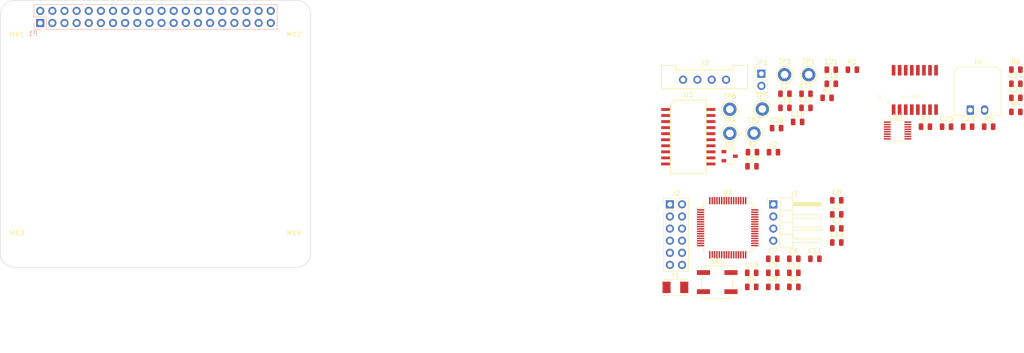
<source format=kicad_pcb>
(kicad_pcb (version 20171130) (host pcbnew "(5.1.2)-2")

  (general
    (thickness 1.6)
    (drawings 26)
    (tracks 0)
    (zones 0)
    (modules 57)
    (nets 102)
  )

  (page A3)
  (title_block
    (date "15 nov 2012")
  )

  (layers
    (0 F.Cu signal)
    (31 B.Cu signal)
    (32 B.Adhes user)
    (33 F.Adhes user)
    (34 B.Paste user)
    (35 F.Paste user)
    (36 B.SilkS user)
    (37 F.SilkS user)
    (38 B.Mask user)
    (39 F.Mask user)
    (40 Dwgs.User user)
    (41 Cmts.User user)
    (42 Eco1.User user)
    (43 Eco2.User user)
    (44 Edge.Cuts user)
  )

  (setup
    (last_trace_width 0.2)
    (trace_clearance 0.2)
    (zone_clearance 0.508)
    (zone_45_only no)
    (trace_min 0.1524)
    (via_size 0.9)
    (via_drill 0.6)
    (via_min_size 0.8)
    (via_min_drill 0.5)
    (uvia_size 0.5)
    (uvia_drill 0.1)
    (uvias_allowed no)
    (uvia_min_size 0.5)
    (uvia_min_drill 0.1)
    (edge_width 0.1)
    (segment_width 0.1)
    (pcb_text_width 0.3)
    (pcb_text_size 1 1)
    (mod_edge_width 0.15)
    (mod_text_size 1 1)
    (mod_text_width 0.15)
    (pad_size 2.5 2.5)
    (pad_drill 2.5)
    (pad_to_mask_clearance 0)
    (aux_axis_origin 200 150)
    (grid_origin 200 150)
    (visible_elements 7FFFFFFF)
    (pcbplotparams
      (layerselection 0x00030_80000001)
      (usegerberextensions true)
      (usegerberattributes false)
      (usegerberadvancedattributes false)
      (creategerberjobfile false)
      (excludeedgelayer true)
      (linewidth 0.150000)
      (plotframeref false)
      (viasonmask false)
      (mode 1)
      (useauxorigin false)
      (hpglpennumber 1)
      (hpglpenspeed 20)
      (hpglpendiameter 15.000000)
      (psnegative false)
      (psa4output false)
      (plotreference true)
      (plotvalue true)
      (plotinvisibletext false)
      (padsonsilk false)
      (subtractmaskfromsilk false)
      (outputformat 1)
      (mirror false)
      (drillshape 1)
      (scaleselection 1)
      (outputdirectory ""))
  )

  (net 0 "")
  (net 1 +3V3)
  (net 2 +5V)
  (net 3 GND)
  (net 4 /ID_SD)
  (net 5 /ID_SC)
  (net 6 /GPIO5)
  (net 7 /GPIO6)
  (net 8 /GPIO26)
  (net 9 "/GPIO2(SDA1)")
  (net 10 "/GPIO3(SCL1)")
  (net 11 "/GPIO4(GCLK)")
  (net 12 "/GPIO14(TXD0)")
  (net 13 "/GPIO15(RXD0)")
  (net 14 "/GPIO17(GEN0)")
  (net 15 "/GPIO27(GEN2)")
  (net 16 "/GPIO22(GEN3)")
  (net 17 "/GPIO23(GEN4)")
  (net 18 "/GPIO24(GEN5)")
  (net 19 "/GPIO25(GEN6)")
  (net 20 "/GPIO18(GEN1)(PWM0)")
  (net 21 "/GPIO10(SPI0_MOSI)")
  (net 22 "/GPIO9(SPI0_MISO)")
  (net 23 "/GPIO11(SPI0_SCK)")
  (net 24 "/GPIO8(SPI0_CE_N)")
  (net 25 "/GPIO7(SPI1_CE_N)")
  (net 26 "/GPIO12(PWM0)")
  (net 27 /GPIO16)
  (net 28 "/GPIO20(SPI1_MOSI)")
  (net 29 "/GPIO21(SPI1_SCK)")
  (net 30 /NRST)
  (net 31 "Net-(C11-Pad1)")
  (net 32 "Net-(C12-Pad1)")
  (net 33 "Net-(C13-Pad1)")
  (net 34 "Net-(C14-Pad1)")
  (net 35 "Net-(C14-Pad2)")
  (net 36 "Net-(C15-Pad2)")
  (net 37 "Net-(C15-Pad1)")
  (net 38 "Net-(C22-Pad1)")
  (net 39 "Net-(C23-Pad1)")
  (net 40 /SWCLK)
  (net 41 /SWDIO)
  (net 42 /CAN2_RX)
  (net 43 /CAN2_TX)
  (net 44 /USART6_RX)
  (net 45 /USART6_TX)
  (net 46 /CAN/CAN_L)
  (net 47 /CAN/CAN_H)
  (net 48 "Net-(J4-Pad1)")
  (net 49 "Net-(J4-Pad2)")
  (net 50 /CAN/TERM_L)
  (net 51 /CAN/TERM_H)
  (net 52 /GPIO13)
  (net 53 /GPIO19)
  (net 54 /CAN/RSlope)
  (net 55 /isoSPI/DISP_IP)
  (net 56 "Net-(R5-Pad1)")
  (net 57 "Net-(R5-Pad2)")
  (net 58 /isoSPI/DISP_IM)
  (net 59 "Net-(U1-Pad2)")
  (net 60 "Net-(U1-Pad3)")
  (net 61 "Net-(U1-Pad4)")
  (net 62 "Net-(U1-Pad8)")
  (net 63 "Net-(U1-Pad9)")
  (net 64 "Net-(U1-Pad10)")
  (net 65 "Net-(U1-Pad11)")
  (net 66 "Net-(U1-Pad14)")
  (net 67 "Net-(U1-Pad15)")
  (net 68 "Net-(U1-Pad16)")
  (net 69 "Net-(U1-Pad17)")
  (net 70 "Net-(U1-Pad20)")
  (net 71 "Net-(U1-Pad24)")
  (net 72 "Net-(U1-Pad25)")
  (net 73 "Net-(U1-Pad29)")
  (net 74 "Net-(U1-Pad35)")
  (net 75 "Net-(U1-Pad36)")
  (net 76 "Net-(U1-Pad39)")
  (net 77 "Net-(U1-Pad40)")
  (net 78 "Net-(U1-Pad45)")
  (net 79 /DISPCS)
  (net 80 /SPI3_SCK)
  (net 81 /SPI3_MISO)
  (net 82 /SPI3_MOSI)
  (net 83 "Net-(U1-Pad54)")
  (net 84 "Net-(U1-Pad56)")
  (net 85 "Net-(U1-Pad57)")
  (net 86 "Net-(U1-Pad58)")
  (net 87 "Net-(U1-Pad59)")
  (net 88 "Net-(U1-Pad60)")
  (net 89 "Net-(U1-Pad61)")
  (net 90 "Net-(U1-Pad62)")
  (net 91 "Net-(U3-Pad6)")
  (net 92 "Net-(U3-Pad8)")
  (net 93 "Net-(U3-Pad9)")
  (net 94 "Net-(U3-Pad17)")
  (net 95 "Net-(U5-Pad15)")
  (net 96 "Net-(U5-Pad8)")
  (net 97 "Net-(U5-Pad10)")
  (net 98 "Net-(U5-Pad7)")
  (net 99 "Net-(U5-Pad9)")
  (net 100 "Net-(U5-Pad6)")
  (net 101 "Net-(U5-Pad11)")

  (net_class Default "This is the default net class."
    (clearance 0.2)
    (trace_width 0.2)
    (via_dia 0.9)
    (via_drill 0.6)
    (uvia_dia 0.5)
    (uvia_drill 0.1)
    (add_net +3V3)
    (add_net +5V)
    (add_net /CAN/CAN_H)
    (add_net /CAN/CAN_L)
    (add_net /CAN/RSlope)
    (add_net /CAN/TERM_H)
    (add_net /CAN/TERM_L)
    (add_net /CAN2_RX)
    (add_net /CAN2_TX)
    (add_net /DISPCS)
    (add_net "/GPIO10(SPI0_MOSI)")
    (add_net "/GPIO11(SPI0_SCK)")
    (add_net "/GPIO12(PWM0)")
    (add_net /GPIO13)
    (add_net "/GPIO14(TXD0)")
    (add_net "/GPIO15(RXD0)")
    (add_net /GPIO16)
    (add_net "/GPIO17(GEN0)")
    (add_net "/GPIO18(GEN1)(PWM0)")
    (add_net /GPIO19)
    (add_net "/GPIO2(SDA1)")
    (add_net "/GPIO20(SPI1_MOSI)")
    (add_net "/GPIO21(SPI1_SCK)")
    (add_net "/GPIO22(GEN3)")
    (add_net "/GPIO23(GEN4)")
    (add_net "/GPIO24(GEN5)")
    (add_net "/GPIO25(GEN6)")
    (add_net /GPIO26)
    (add_net "/GPIO27(GEN2)")
    (add_net "/GPIO3(SCL1)")
    (add_net "/GPIO4(GCLK)")
    (add_net /GPIO5)
    (add_net /GPIO6)
    (add_net "/GPIO7(SPI1_CE_N)")
    (add_net "/GPIO8(SPI0_CE_N)")
    (add_net "/GPIO9(SPI0_MISO)")
    (add_net /ID_SC)
    (add_net /ID_SD)
    (add_net /NRST)
    (add_net /SPI3_MISO)
    (add_net /SPI3_MOSI)
    (add_net /SPI3_SCK)
    (add_net /SWCLK)
    (add_net /SWDIO)
    (add_net /USART6_RX)
    (add_net /USART6_TX)
    (add_net /isoSPI/DISP_IM)
    (add_net /isoSPI/DISP_IP)
    (add_net GND)
    (add_net "Net-(C11-Pad1)")
    (add_net "Net-(C12-Pad1)")
    (add_net "Net-(C13-Pad1)")
    (add_net "Net-(C14-Pad1)")
    (add_net "Net-(C14-Pad2)")
    (add_net "Net-(C15-Pad1)")
    (add_net "Net-(C15-Pad2)")
    (add_net "Net-(C22-Pad1)")
    (add_net "Net-(C23-Pad1)")
    (add_net "Net-(J4-Pad1)")
    (add_net "Net-(J4-Pad2)")
    (add_net "Net-(R5-Pad1)")
    (add_net "Net-(R5-Pad2)")
    (add_net "Net-(U1-Pad10)")
    (add_net "Net-(U1-Pad11)")
    (add_net "Net-(U1-Pad14)")
    (add_net "Net-(U1-Pad15)")
    (add_net "Net-(U1-Pad16)")
    (add_net "Net-(U1-Pad17)")
    (add_net "Net-(U1-Pad2)")
    (add_net "Net-(U1-Pad20)")
    (add_net "Net-(U1-Pad24)")
    (add_net "Net-(U1-Pad25)")
    (add_net "Net-(U1-Pad29)")
    (add_net "Net-(U1-Pad3)")
    (add_net "Net-(U1-Pad35)")
    (add_net "Net-(U1-Pad36)")
    (add_net "Net-(U1-Pad39)")
    (add_net "Net-(U1-Pad4)")
    (add_net "Net-(U1-Pad40)")
    (add_net "Net-(U1-Pad45)")
    (add_net "Net-(U1-Pad54)")
    (add_net "Net-(U1-Pad56)")
    (add_net "Net-(U1-Pad57)")
    (add_net "Net-(U1-Pad58)")
    (add_net "Net-(U1-Pad59)")
    (add_net "Net-(U1-Pad60)")
    (add_net "Net-(U1-Pad61)")
    (add_net "Net-(U1-Pad62)")
    (add_net "Net-(U1-Pad8)")
    (add_net "Net-(U1-Pad9)")
    (add_net "Net-(U3-Pad17)")
    (add_net "Net-(U3-Pad6)")
    (add_net "Net-(U3-Pad8)")
    (add_net "Net-(U3-Pad9)")
    (add_net "Net-(U5-Pad10)")
    (add_net "Net-(U5-Pad11)")
    (add_net "Net-(U5-Pad15)")
    (add_net "Net-(U5-Pad6)")
    (add_net "Net-(U5-Pad7)")
    (add_net "Net-(U5-Pad8)")
    (add_net "Net-(U5-Pad9)")
  )

  (net_class Power ""
    (clearance 0.2)
    (trace_width 0.5)
    (via_dia 1)
    (via_drill 0.7)
    (uvia_dia 0.5)
    (uvia_drill 0.1)
  )

  (module Connector_PinSocket_2.54mm:PinSocket_2x20_P2.54mm_Vertical (layer B.Cu) (tedit 5A19A433) (tstamp 5D3CD10E)
    (at 208.37 98.77 270)
    (descr "Through hole straight socket strip, 2x20, 2.54mm pitch, double cols (from Kicad 4.0.7), script generated")
    (tags "Through hole socket strip THT 2x20 2.54mm double row")
    (path /59AD464A)
    (fp_text reference P1 (at 2.208 1.512) (layer B.SilkS)
      (effects (font (size 1 1) (thickness 0.15)) (justify mirror))
    )
    (fp_text value Conn_02x20_Odd_Even (at -1.27 -51.03 270) (layer B.Fab)
      (effects (font (size 1 1) (thickness 0.15)) (justify mirror))
    )
    (fp_line (start -3.81 1.27) (end 0.27 1.27) (layer B.Fab) (width 0.1))
    (fp_line (start 0.27 1.27) (end 1.27 0.27) (layer B.Fab) (width 0.1))
    (fp_line (start 1.27 0.27) (end 1.27 -49.53) (layer B.Fab) (width 0.1))
    (fp_line (start 1.27 -49.53) (end -3.81 -49.53) (layer B.Fab) (width 0.1))
    (fp_line (start -3.81 -49.53) (end -3.81 1.27) (layer B.Fab) (width 0.1))
    (fp_line (start -3.87 1.33) (end -1.27 1.33) (layer B.SilkS) (width 0.12))
    (fp_line (start -3.87 1.33) (end -3.87 -49.59) (layer B.SilkS) (width 0.12))
    (fp_line (start -3.87 -49.59) (end 1.33 -49.59) (layer B.SilkS) (width 0.12))
    (fp_line (start 1.33 -1.27) (end 1.33 -49.59) (layer B.SilkS) (width 0.12))
    (fp_line (start -1.27 -1.27) (end 1.33 -1.27) (layer B.SilkS) (width 0.12))
    (fp_line (start -1.27 1.33) (end -1.27 -1.27) (layer B.SilkS) (width 0.12))
    (fp_line (start 1.33 1.33) (end 1.33 0) (layer B.SilkS) (width 0.12))
    (fp_line (start 0 1.33) (end 1.33 1.33) (layer B.SilkS) (width 0.12))
    (fp_line (start -4.34 1.8) (end 1.76 1.8) (layer B.CrtYd) (width 0.05))
    (fp_line (start 1.76 1.8) (end 1.76 -50) (layer B.CrtYd) (width 0.05))
    (fp_line (start 1.76 -50) (end -4.34 -50) (layer B.CrtYd) (width 0.05))
    (fp_line (start -4.34 -50) (end -4.34 1.8) (layer B.CrtYd) (width 0.05))
    (fp_text user %R (at -1.27 -24.13 180) (layer B.Fab)
      (effects (font (size 1 1) (thickness 0.15)) (justify mirror))
    )
    (pad 1 thru_hole rect (at 0 0 270) (size 1.7 1.7) (drill 1) (layers *.Cu *.Mask)
      (net 1 +3V3))
    (pad 2 thru_hole oval (at -2.54 0 270) (size 1.7 1.7) (drill 1) (layers *.Cu *.Mask)
      (net 2 +5V))
    (pad 3 thru_hole oval (at 0 -2.54 270) (size 1.7 1.7) (drill 1) (layers *.Cu *.Mask)
      (net 9 "/GPIO2(SDA1)"))
    (pad 4 thru_hole oval (at -2.54 -2.54 270) (size 1.7 1.7) (drill 1) (layers *.Cu *.Mask)
      (net 2 +5V))
    (pad 5 thru_hole oval (at 0 -5.08 270) (size 1.7 1.7) (drill 1) (layers *.Cu *.Mask)
      (net 10 "/GPIO3(SCL1)"))
    (pad 6 thru_hole oval (at -2.54 -5.08 270) (size 1.7 1.7) (drill 1) (layers *.Cu *.Mask)
      (net 3 GND))
    (pad 7 thru_hole oval (at 0 -7.62 270) (size 1.7 1.7) (drill 1) (layers *.Cu *.Mask)
      (net 11 "/GPIO4(GCLK)"))
    (pad 8 thru_hole oval (at -2.54 -7.62 270) (size 1.7 1.7) (drill 1) (layers *.Cu *.Mask)
      (net 12 "/GPIO14(TXD0)"))
    (pad 9 thru_hole oval (at 0 -10.16 270) (size 1.7 1.7) (drill 1) (layers *.Cu *.Mask)
      (net 3 GND))
    (pad 10 thru_hole oval (at -2.54 -10.16 270) (size 1.7 1.7) (drill 1) (layers *.Cu *.Mask)
      (net 13 "/GPIO15(RXD0)"))
    (pad 11 thru_hole oval (at 0 -12.7 270) (size 1.7 1.7) (drill 1) (layers *.Cu *.Mask)
      (net 14 "/GPIO17(GEN0)"))
    (pad 12 thru_hole oval (at -2.54 -12.7 270) (size 1.7 1.7) (drill 1) (layers *.Cu *.Mask)
      (net 20 "/GPIO18(GEN1)(PWM0)"))
    (pad 13 thru_hole oval (at 0 -15.24 270) (size 1.7 1.7) (drill 1) (layers *.Cu *.Mask)
      (net 15 "/GPIO27(GEN2)"))
    (pad 14 thru_hole oval (at -2.54 -15.24 270) (size 1.7 1.7) (drill 1) (layers *.Cu *.Mask)
      (net 3 GND))
    (pad 15 thru_hole oval (at 0 -17.78 270) (size 1.7 1.7) (drill 1) (layers *.Cu *.Mask)
      (net 16 "/GPIO22(GEN3)"))
    (pad 16 thru_hole oval (at -2.54 -17.78 270) (size 1.7 1.7) (drill 1) (layers *.Cu *.Mask)
      (net 17 "/GPIO23(GEN4)"))
    (pad 17 thru_hole oval (at 0 -20.32 270) (size 1.7 1.7) (drill 1) (layers *.Cu *.Mask)
      (net 1 +3V3))
    (pad 18 thru_hole oval (at -2.54 -20.32 270) (size 1.7 1.7) (drill 1) (layers *.Cu *.Mask)
      (net 18 "/GPIO24(GEN5)"))
    (pad 19 thru_hole oval (at 0 -22.86 270) (size 1.7 1.7) (drill 1) (layers *.Cu *.Mask)
      (net 21 "/GPIO10(SPI0_MOSI)"))
    (pad 20 thru_hole oval (at -2.54 -22.86 270) (size 1.7 1.7) (drill 1) (layers *.Cu *.Mask)
      (net 3 GND))
    (pad 21 thru_hole oval (at 0 -25.4 270) (size 1.7 1.7) (drill 1) (layers *.Cu *.Mask)
      (net 22 "/GPIO9(SPI0_MISO)"))
    (pad 22 thru_hole oval (at -2.54 -25.4 270) (size 1.7 1.7) (drill 1) (layers *.Cu *.Mask)
      (net 19 "/GPIO25(GEN6)"))
    (pad 23 thru_hole oval (at 0 -27.94 270) (size 1.7 1.7) (drill 1) (layers *.Cu *.Mask)
      (net 23 "/GPIO11(SPI0_SCK)"))
    (pad 24 thru_hole oval (at -2.54 -27.94 270) (size 1.7 1.7) (drill 1) (layers *.Cu *.Mask)
      (net 24 "/GPIO8(SPI0_CE_N)"))
    (pad 25 thru_hole oval (at 0 -30.48 270) (size 1.7 1.7) (drill 1) (layers *.Cu *.Mask)
      (net 3 GND))
    (pad 26 thru_hole oval (at -2.54 -30.48 270) (size 1.7 1.7) (drill 1) (layers *.Cu *.Mask)
      (net 25 "/GPIO7(SPI1_CE_N)"))
    (pad 27 thru_hole oval (at 0 -33.02 270) (size 1.7 1.7) (drill 1) (layers *.Cu *.Mask)
      (net 4 /ID_SD))
    (pad 28 thru_hole oval (at -2.54 -33.02 270) (size 1.7 1.7) (drill 1) (layers *.Cu *.Mask)
      (net 5 /ID_SC))
    (pad 29 thru_hole oval (at 0 -35.56 270) (size 1.7 1.7) (drill 1) (layers *.Cu *.Mask)
      (net 6 /GPIO5))
    (pad 30 thru_hole oval (at -2.54 -35.56 270) (size 1.7 1.7) (drill 1) (layers *.Cu *.Mask)
      (net 3 GND))
    (pad 31 thru_hole oval (at 0 -38.1 270) (size 1.7 1.7) (drill 1) (layers *.Cu *.Mask)
      (net 7 /GPIO6))
    (pad 32 thru_hole oval (at -2.54 -38.1 270) (size 1.7 1.7) (drill 1) (layers *.Cu *.Mask)
      (net 26 "/GPIO12(PWM0)"))
    (pad 33 thru_hole oval (at 0 -40.64 270) (size 1.7 1.7) (drill 1) (layers *.Cu *.Mask)
      (net 52 /GPIO13))
    (pad 34 thru_hole oval (at -2.54 -40.64 270) (size 1.7 1.7) (drill 1) (layers *.Cu *.Mask)
      (net 3 GND))
    (pad 35 thru_hole oval (at 0 -43.18 270) (size 1.7 1.7) (drill 1) (layers *.Cu *.Mask)
      (net 53 /GPIO19))
    (pad 36 thru_hole oval (at -2.54 -43.18 270) (size 1.7 1.7) (drill 1) (layers *.Cu *.Mask)
      (net 27 /GPIO16))
    (pad 37 thru_hole oval (at 0 -45.72 270) (size 1.7 1.7) (drill 1) (layers *.Cu *.Mask)
      (net 8 /GPIO26))
    (pad 38 thru_hole oval (at -2.54 -45.72 270) (size 1.7 1.7) (drill 1) (layers *.Cu *.Mask)
      (net 28 "/GPIO20(SPI1_MOSI)"))
    (pad 39 thru_hole oval (at 0 -48.26 270) (size 1.7 1.7) (drill 1) (layers *.Cu *.Mask)
      (net 3 GND))
    (pad 40 thru_hole oval (at -2.54 -48.26 270) (size 1.7 1.7) (drill 1) (layers *.Cu *.Mask)
      (net 29 "/GPIO21(SPI1_SCK)"))
    (model ${KISYS3DMOD}/Connector_PinSocket_2.54mm.3dshapes/PinSocket_2x20_P2.54mm_Vertical.wrl
      (at (xyz 0 0 0))
      (scale (xyz 1 1 1))
      (rotate (xyz 0 0 0))
    )
  )

  (module MountingHole:MountingHole_2.7mm_M2.5 (layer F.Cu) (tedit 56D1B4CB) (tstamp 5A793E98)
    (at 261.5 146.5)
    (descr "Mounting Hole 2.7mm, no annular, M2.5")
    (tags "mounting hole 2.7mm no annular m2.5")
    (path /5834FC4F)
    (attr virtual)
    (fp_text reference MK4 (at 0 -3.7) (layer F.SilkS)
      (effects (font (size 1 1) (thickness 0.15)))
    )
    (fp_text value M2.5 (at 0 3.7) (layer F.Fab)
      (effects (font (size 1 1) (thickness 0.15)))
    )
    (fp_circle (center 0 0) (end 2.95 0) (layer F.CrtYd) (width 0.05))
    (fp_circle (center 0 0) (end 2.7 0) (layer Cmts.User) (width 0.15))
    (fp_text user %R (at 0.3 0) (layer F.Fab)
      (effects (font (size 1 1) (thickness 0.15)))
    )
    (pad 1 np_thru_hole circle (at 0 0) (size 2.7 2.7) (drill 2.7) (layers *.Cu *.Mask))
  )

  (module MountingHole:MountingHole_2.7mm_M2.5 (layer F.Cu) (tedit 56D1B4CB) (tstamp 5A793E91)
    (at 203.5 146.5)
    (descr "Mounting Hole 2.7mm, no annular, M2.5")
    (tags "mounting hole 2.7mm no annular m2.5")
    (path /5834FBEF)
    (attr virtual)
    (fp_text reference MK3 (at 0 -3.7) (layer F.SilkS)
      (effects (font (size 1 1) (thickness 0.15)))
    )
    (fp_text value M2.5 (at 0 3.7) (layer F.Fab)
      (effects (font (size 1 1) (thickness 0.15)))
    )
    (fp_text user %R (at 0.3 0) (layer F.Fab)
      (effects (font (size 1 1) (thickness 0.15)))
    )
    (fp_circle (center 0 0) (end 2.7 0) (layer Cmts.User) (width 0.15))
    (fp_circle (center 0 0) (end 2.95 0) (layer F.CrtYd) (width 0.05))
    (pad 1 np_thru_hole circle (at 0 0) (size 2.7 2.7) (drill 2.7) (layers *.Cu *.Mask))
  )

  (module MountingHole:MountingHole_2.7mm_M2.5 (layer F.Cu) (tedit 56D1B4CB) (tstamp 5A793E8A)
    (at 261.5 97.5 180)
    (descr "Mounting Hole 2.7mm, no annular, M2.5")
    (tags "mounting hole 2.7mm no annular m2.5")
    (path /5834FC19)
    (attr virtual)
    (fp_text reference MK2 (at 0 -3.7 180) (layer F.SilkS)
      (effects (font (size 1 1) (thickness 0.15)))
    )
    (fp_text value M2.5 (at 0 3.7 180) (layer F.Fab)
      (effects (font (size 1 1) (thickness 0.15)))
    )
    (fp_circle (center 0 0) (end 2.95 0) (layer F.CrtYd) (width 0.05))
    (fp_circle (center 0 0) (end 2.7 0) (layer Cmts.User) (width 0.15))
    (fp_text user %R (at 0.3 0 180) (layer F.Fab)
      (effects (font (size 1 1) (thickness 0.15)))
    )
    (pad 1 np_thru_hole circle (at 0 0 180) (size 2.7 2.7) (drill 2.7) (layers *.Cu *.Mask))
  )

  (module MountingHole:MountingHole_2.7mm_M2.5 (layer F.Cu) (tedit 56D1B4CB) (tstamp 5A793E83)
    (at 203.5 97.5 180)
    (descr "Mounting Hole 2.7mm, no annular, M2.5")
    (tags "mounting hole 2.7mm no annular m2.5")
    (path /5834FB2E)
    (attr virtual)
    (fp_text reference MK1 (at 0 -3.7 180) (layer F.SilkS)
      (effects (font (size 1 1) (thickness 0.15)))
    )
    (fp_text value M2.5 (at 0 3.7 180) (layer F.Fab)
      (effects (font (size 1 1) (thickness 0.15)))
    )
    (fp_text user %R (at 0.3 0 180) (layer F.Fab)
      (effects (font (size 1 1) (thickness 0.15)))
    )
    (fp_circle (center 0 0) (end 2.7 0) (layer Cmts.User) (width 0.15))
    (fp_circle (center 0 0) (end 2.95 0) (layer F.CrtYd) (width 0.05))
    (pad 1 np_thru_hole circle (at 0 0 180) (size 2.7 2.7) (drill 2.7) (layers *.Cu *.Mask))
  )

  (module Capacitor_SMD:C_0805_2012Metric (layer F.Cu) (tedit 5B36C52B) (tstamp 5D6B2D46)
    (at 366.128801 154.087001)
    (descr "Capacitor SMD 0805 (2012 Metric), square (rectangular) end terminal, IPC_7351 nominal, (Body size source: https://docs.google.com/spreadsheets/d/1BsfQQcO9C6DZCsRaXUlFlo91Tg2WpOkGARC1WS5S8t0/edit?usp=sharing), generated with kicad-footprint-generator")
    (tags capacitor)
    (path /5D6BC5FA)
    (attr smd)
    (fp_text reference C1 (at 0 -1.65) (layer F.SilkS)
      (effects (font (size 1 1) (thickness 0.15)))
    )
    (fp_text value 0.1u (at 0 1.65) (layer F.Fab)
      (effects (font (size 1 1) (thickness 0.15)))
    )
    (fp_text user %R (at 0 0) (layer F.Fab)
      (effects (font (size 0.5 0.5) (thickness 0.08)))
    )
    (fp_line (start 1.68 0.95) (end -1.68 0.95) (layer F.CrtYd) (width 0.05))
    (fp_line (start 1.68 -0.95) (end 1.68 0.95) (layer F.CrtYd) (width 0.05))
    (fp_line (start -1.68 -0.95) (end 1.68 -0.95) (layer F.CrtYd) (width 0.05))
    (fp_line (start -1.68 0.95) (end -1.68 -0.95) (layer F.CrtYd) (width 0.05))
    (fp_line (start -0.258578 0.71) (end 0.258578 0.71) (layer F.SilkS) (width 0.12))
    (fp_line (start -0.258578 -0.71) (end 0.258578 -0.71) (layer F.SilkS) (width 0.12))
    (fp_line (start 1 0.6) (end -1 0.6) (layer F.Fab) (width 0.1))
    (fp_line (start 1 -0.6) (end 1 0.6) (layer F.Fab) (width 0.1))
    (fp_line (start -1 -0.6) (end 1 -0.6) (layer F.Fab) (width 0.1))
    (fp_line (start -1 0.6) (end -1 -0.6) (layer F.Fab) (width 0.1))
    (pad 2 smd roundrect (at 0.9375 0) (size 0.975 1.4) (layers F.Cu F.Paste F.Mask) (roundrect_rratio 0.25)
      (net 3 GND))
    (pad 1 smd roundrect (at -0.9375 0) (size 0.975 1.4) (layers F.Cu F.Paste F.Mask) (roundrect_rratio 0.25)
      (net 1 +3V3))
    (model ${KISYS3DMOD}/Capacitor_SMD.3dshapes/C_0805_2012Metric.wrl
      (at (xyz 0 0 0))
      (scale (xyz 1 1 1))
      (rotate (xyz 0 0 0))
    )
  )

  (module Capacitor_SMD:C_0805_2012Metric (layer F.Cu) (tedit 5B36C52B) (tstamp 5D6B2D57)
    (at 375.108801 141.837001)
    (descr "Capacitor SMD 0805 (2012 Metric), square (rectangular) end terminal, IPC_7351 nominal, (Body size source: https://docs.google.com/spreadsheets/d/1BsfQQcO9C6DZCsRaXUlFlo91Tg2WpOkGARC1WS5S8t0/edit?usp=sharing), generated with kicad-footprint-generator")
    (tags capacitor)
    (path /5D741B93)
    (attr smd)
    (fp_text reference C2 (at 0 -1.65) (layer F.SilkS)
      (effects (font (size 1 1) (thickness 0.15)))
    )
    (fp_text value 0.1u (at 0 1.65) (layer F.Fab)
      (effects (font (size 1 1) (thickness 0.15)))
    )
    (fp_line (start -1 0.6) (end -1 -0.6) (layer F.Fab) (width 0.1))
    (fp_line (start -1 -0.6) (end 1 -0.6) (layer F.Fab) (width 0.1))
    (fp_line (start 1 -0.6) (end 1 0.6) (layer F.Fab) (width 0.1))
    (fp_line (start 1 0.6) (end -1 0.6) (layer F.Fab) (width 0.1))
    (fp_line (start -0.258578 -0.71) (end 0.258578 -0.71) (layer F.SilkS) (width 0.12))
    (fp_line (start -0.258578 0.71) (end 0.258578 0.71) (layer F.SilkS) (width 0.12))
    (fp_line (start -1.68 0.95) (end -1.68 -0.95) (layer F.CrtYd) (width 0.05))
    (fp_line (start -1.68 -0.95) (end 1.68 -0.95) (layer F.CrtYd) (width 0.05))
    (fp_line (start 1.68 -0.95) (end 1.68 0.95) (layer F.CrtYd) (width 0.05))
    (fp_line (start 1.68 0.95) (end -1.68 0.95) (layer F.CrtYd) (width 0.05))
    (fp_text user %R (at 0 0) (layer F.Fab)
      (effects (font (size 0.5 0.5) (thickness 0.08)))
    )
    (pad 1 smd roundrect (at -0.9375 0) (size 0.975 1.4) (layers F.Cu F.Paste F.Mask) (roundrect_rratio 0.25)
      (net 1 +3V3))
    (pad 2 smd roundrect (at 0.9375 0) (size 0.975 1.4) (layers F.Cu F.Paste F.Mask) (roundrect_rratio 0.25)
      (net 3 GND))
    (model ${KISYS3DMOD}/Capacitor_SMD.3dshapes/C_0805_2012Metric.wrl
      (at (xyz 0 0 0))
      (scale (xyz 1 1 1))
      (rotate (xyz 0 0 0))
    )
  )

  (module Capacitor_SMD:C_0805_2012Metric (layer F.Cu) (tedit 5B36C52B) (tstamp 5D6B2D68)
    (at 375.108801 138.887001)
    (descr "Capacitor SMD 0805 (2012 Metric), square (rectangular) end terminal, IPC_7351 nominal, (Body size source: https://docs.google.com/spreadsheets/d/1BsfQQcO9C6DZCsRaXUlFlo91Tg2WpOkGARC1WS5S8t0/edit?usp=sharing), generated with kicad-footprint-generator")
    (tags capacitor)
    (path /5D741F1C)
    (attr smd)
    (fp_text reference C3 (at 0 -1.65) (layer F.SilkS)
      (effects (font (size 1 1) (thickness 0.15)))
    )
    (fp_text value 0.1u (at 0 1.65) (layer F.Fab)
      (effects (font (size 1 1) (thickness 0.15)))
    )
    (fp_line (start -1 0.6) (end -1 -0.6) (layer F.Fab) (width 0.1))
    (fp_line (start -1 -0.6) (end 1 -0.6) (layer F.Fab) (width 0.1))
    (fp_line (start 1 -0.6) (end 1 0.6) (layer F.Fab) (width 0.1))
    (fp_line (start 1 0.6) (end -1 0.6) (layer F.Fab) (width 0.1))
    (fp_line (start -0.258578 -0.71) (end 0.258578 -0.71) (layer F.SilkS) (width 0.12))
    (fp_line (start -0.258578 0.71) (end 0.258578 0.71) (layer F.SilkS) (width 0.12))
    (fp_line (start -1.68 0.95) (end -1.68 -0.95) (layer F.CrtYd) (width 0.05))
    (fp_line (start -1.68 -0.95) (end 1.68 -0.95) (layer F.CrtYd) (width 0.05))
    (fp_line (start 1.68 -0.95) (end 1.68 0.95) (layer F.CrtYd) (width 0.05))
    (fp_line (start 1.68 0.95) (end -1.68 0.95) (layer F.CrtYd) (width 0.05))
    (fp_text user %R (at 0 0) (layer F.Fab)
      (effects (font (size 0.5 0.5) (thickness 0.08)))
    )
    (pad 1 smd roundrect (at -0.9375 0) (size 0.975 1.4) (layers F.Cu F.Paste F.Mask) (roundrect_rratio 0.25)
      (net 1 +3V3))
    (pad 2 smd roundrect (at 0.9375 0) (size 0.975 1.4) (layers F.Cu F.Paste F.Mask) (roundrect_rratio 0.25)
      (net 3 GND))
    (model ${KISYS3DMOD}/Capacitor_SMD.3dshapes/C_0805_2012Metric.wrl
      (at (xyz 0 0 0))
      (scale (xyz 1 1 1))
      (rotate (xyz 0 0 0))
    )
  )

  (module Capacitor_SMD:C_0805_2012Metric (layer F.Cu) (tedit 5B36C52B) (tstamp 5D6B2D79)
    (at 357.308801 154.087001)
    (descr "Capacitor SMD 0805 (2012 Metric), square (rectangular) end terminal, IPC_7351 nominal, (Body size source: https://docs.google.com/spreadsheets/d/1BsfQQcO9C6DZCsRaXUlFlo91Tg2WpOkGARC1WS5S8t0/edit?usp=sharing), generated with kicad-footprint-generator")
    (tags capacitor)
    (path /5D742270)
    (attr smd)
    (fp_text reference C4 (at 0 -1.65) (layer F.SilkS)
      (effects (font (size 1 1) (thickness 0.15)))
    )
    (fp_text value 0.1u (at 0 1.65) (layer F.Fab)
      (effects (font (size 1 1) (thickness 0.15)))
    )
    (fp_line (start -1 0.6) (end -1 -0.6) (layer F.Fab) (width 0.1))
    (fp_line (start -1 -0.6) (end 1 -0.6) (layer F.Fab) (width 0.1))
    (fp_line (start 1 -0.6) (end 1 0.6) (layer F.Fab) (width 0.1))
    (fp_line (start 1 0.6) (end -1 0.6) (layer F.Fab) (width 0.1))
    (fp_line (start -0.258578 -0.71) (end 0.258578 -0.71) (layer F.SilkS) (width 0.12))
    (fp_line (start -0.258578 0.71) (end 0.258578 0.71) (layer F.SilkS) (width 0.12))
    (fp_line (start -1.68 0.95) (end -1.68 -0.95) (layer F.CrtYd) (width 0.05))
    (fp_line (start -1.68 -0.95) (end 1.68 -0.95) (layer F.CrtYd) (width 0.05))
    (fp_line (start 1.68 -0.95) (end 1.68 0.95) (layer F.CrtYd) (width 0.05))
    (fp_line (start 1.68 0.95) (end -1.68 0.95) (layer F.CrtYd) (width 0.05))
    (fp_text user %R (at 0 0) (layer F.Fab)
      (effects (font (size 0.5 0.5) (thickness 0.08)))
    )
    (pad 1 smd roundrect (at -0.9375 0) (size 0.975 1.4) (layers F.Cu F.Paste F.Mask) (roundrect_rratio 0.25)
      (net 1 +3V3))
    (pad 2 smd roundrect (at 0.9375 0) (size 0.975 1.4) (layers F.Cu F.Paste F.Mask) (roundrect_rratio 0.25)
      (net 3 GND))
    (model ${KISYS3DMOD}/Capacitor_SMD.3dshapes/C_0805_2012Metric.wrl
      (at (xyz 0 0 0))
      (scale (xyz 1 1 1))
      (rotate (xyz 0 0 0))
    )
  )

  (module Capacitor_SMD:C_0805_2012Metric (layer F.Cu) (tedit 5B36C52B) (tstamp 5D6B2D8A)
    (at 361.718801 151.137001)
    (descr "Capacitor SMD 0805 (2012 Metric), square (rectangular) end terminal, IPC_7351 nominal, (Body size source: https://docs.google.com/spreadsheets/d/1BsfQQcO9C6DZCsRaXUlFlo91Tg2WpOkGARC1WS5S8t0/edit?usp=sharing), generated with kicad-footprint-generator")
    (tags capacitor)
    (path /5D742D3A)
    (attr smd)
    (fp_text reference C5 (at 0 -1.65) (layer F.SilkS)
      (effects (font (size 1 1) (thickness 0.15)))
    )
    (fp_text value 0.1u (at 0 1.65) (layer F.Fab)
      (effects (font (size 1 1) (thickness 0.15)))
    )
    (fp_text user %R (at 0 0) (layer F.Fab)
      (effects (font (size 0.5 0.5) (thickness 0.08)))
    )
    (fp_line (start 1.68 0.95) (end -1.68 0.95) (layer F.CrtYd) (width 0.05))
    (fp_line (start 1.68 -0.95) (end 1.68 0.95) (layer F.CrtYd) (width 0.05))
    (fp_line (start -1.68 -0.95) (end 1.68 -0.95) (layer F.CrtYd) (width 0.05))
    (fp_line (start -1.68 0.95) (end -1.68 -0.95) (layer F.CrtYd) (width 0.05))
    (fp_line (start -0.258578 0.71) (end 0.258578 0.71) (layer F.SilkS) (width 0.12))
    (fp_line (start -0.258578 -0.71) (end 0.258578 -0.71) (layer F.SilkS) (width 0.12))
    (fp_line (start 1 0.6) (end -1 0.6) (layer F.Fab) (width 0.1))
    (fp_line (start 1 -0.6) (end 1 0.6) (layer F.Fab) (width 0.1))
    (fp_line (start -1 -0.6) (end 1 -0.6) (layer F.Fab) (width 0.1))
    (fp_line (start -1 0.6) (end -1 -0.6) (layer F.Fab) (width 0.1))
    (pad 2 smd roundrect (at 0.9375 0) (size 0.975 1.4) (layers F.Cu F.Paste F.Mask) (roundrect_rratio 0.25)
      (net 3 GND))
    (pad 1 smd roundrect (at -0.9375 0) (size 0.975 1.4) (layers F.Cu F.Paste F.Mask) (roundrect_rratio 0.25)
      (net 1 +3V3))
    (model ${KISYS3DMOD}/Capacitor_SMD.3dshapes/C_0805_2012Metric.wrl
      (at (xyz 0 0 0))
      (scale (xyz 1 1 1))
      (rotate (xyz 0 0 0))
    )
  )

  (module Capacitor_SMD:C_0805_2012Metric (layer F.Cu) (tedit 5B36C52B) (tstamp 5D6B2D9B)
    (at 366.118801 148.187001)
    (descr "Capacitor SMD 0805 (2012 Metric), square (rectangular) end terminal, IPC_7351 nominal, (Body size source: https://docs.google.com/spreadsheets/d/1BsfQQcO9C6DZCsRaXUlFlo91Tg2WpOkGARC1WS5S8t0/edit?usp=sharing), generated with kicad-footprint-generator")
    (tags capacitor)
    (path /5D7432C2)
    (attr smd)
    (fp_text reference C6 (at 0 -1.65) (layer F.SilkS)
      (effects (font (size 1 1) (thickness 0.15)))
    )
    (fp_text value 0.1u (at 0 1.65) (layer F.Fab)
      (effects (font (size 1 1) (thickness 0.15)))
    )
    (fp_line (start -1 0.6) (end -1 -0.6) (layer F.Fab) (width 0.1))
    (fp_line (start -1 -0.6) (end 1 -0.6) (layer F.Fab) (width 0.1))
    (fp_line (start 1 -0.6) (end 1 0.6) (layer F.Fab) (width 0.1))
    (fp_line (start 1 0.6) (end -1 0.6) (layer F.Fab) (width 0.1))
    (fp_line (start -0.258578 -0.71) (end 0.258578 -0.71) (layer F.SilkS) (width 0.12))
    (fp_line (start -0.258578 0.71) (end 0.258578 0.71) (layer F.SilkS) (width 0.12))
    (fp_line (start -1.68 0.95) (end -1.68 -0.95) (layer F.CrtYd) (width 0.05))
    (fp_line (start -1.68 -0.95) (end 1.68 -0.95) (layer F.CrtYd) (width 0.05))
    (fp_line (start 1.68 -0.95) (end 1.68 0.95) (layer F.CrtYd) (width 0.05))
    (fp_line (start 1.68 0.95) (end -1.68 0.95) (layer F.CrtYd) (width 0.05))
    (fp_text user %R (at 0 0) (layer F.Fab)
      (effects (font (size 0.5 0.5) (thickness 0.08)))
    )
    (pad 1 smd roundrect (at -0.9375 0) (size 0.975 1.4) (layers F.Cu F.Paste F.Mask) (roundrect_rratio 0.25)
      (net 1 +3V3))
    (pad 2 smd roundrect (at 0.9375 0) (size 0.975 1.4) (layers F.Cu F.Paste F.Mask) (roundrect_rratio 0.25)
      (net 3 GND))
    (model ${KISYS3DMOD}/Capacitor_SMD.3dshapes/C_0805_2012Metric.wrl
      (at (xyz 0 0 0))
      (scale (xyz 1 1 1))
      (rotate (xyz 0 0 0))
    )
  )

  (module Capacitor_SMD:C_0805_2012Metric (layer F.Cu) (tedit 5B36C52B) (tstamp 5D6B2DAC)
    (at 361.708801 148.187001)
    (descr "Capacitor SMD 0805 (2012 Metric), square (rectangular) end terminal, IPC_7351 nominal, (Body size source: https://docs.google.com/spreadsheets/d/1BsfQQcO9C6DZCsRaXUlFlo91Tg2WpOkGARC1WS5S8t0/edit?usp=sharing), generated with kicad-footprint-generator")
    (tags capacitor)
    (path /5D76749F)
    (attr smd)
    (fp_text reference C7 (at 0 -1.65) (layer F.SilkS)
      (effects (font (size 1 1) (thickness 0.15)))
    )
    (fp_text value 4.7u (at 0 1.65) (layer F.Fab)
      (effects (font (size 1 1) (thickness 0.15)))
    )
    (fp_line (start -1 0.6) (end -1 -0.6) (layer F.Fab) (width 0.1))
    (fp_line (start -1 -0.6) (end 1 -0.6) (layer F.Fab) (width 0.1))
    (fp_line (start 1 -0.6) (end 1 0.6) (layer F.Fab) (width 0.1))
    (fp_line (start 1 0.6) (end -1 0.6) (layer F.Fab) (width 0.1))
    (fp_line (start -0.258578 -0.71) (end 0.258578 -0.71) (layer F.SilkS) (width 0.12))
    (fp_line (start -0.258578 0.71) (end 0.258578 0.71) (layer F.SilkS) (width 0.12))
    (fp_line (start -1.68 0.95) (end -1.68 -0.95) (layer F.CrtYd) (width 0.05))
    (fp_line (start -1.68 -0.95) (end 1.68 -0.95) (layer F.CrtYd) (width 0.05))
    (fp_line (start 1.68 -0.95) (end 1.68 0.95) (layer F.CrtYd) (width 0.05))
    (fp_line (start 1.68 0.95) (end -1.68 0.95) (layer F.CrtYd) (width 0.05))
    (fp_text user %R (at 0 0) (layer F.Fab)
      (effects (font (size 0.5 0.5) (thickness 0.08)))
    )
    (pad 1 smd roundrect (at -0.9375 0) (size 0.975 1.4) (layers F.Cu F.Paste F.Mask) (roundrect_rratio 0.25)
      (net 1 +3V3))
    (pad 2 smd roundrect (at 0.9375 0) (size 0.975 1.4) (layers F.Cu F.Paste F.Mask) (roundrect_rratio 0.25)
      (net 3 GND))
    (model ${KISYS3DMOD}/Capacitor_SMD.3dshapes/C_0805_2012Metric.wrl
      (at (xyz 0 0 0))
      (scale (xyz 1 1 1))
      (rotate (xyz 0 0 0))
    )
  )

  (module Capacitor_SMD:C_0805_2012Metric (layer F.Cu) (tedit 5B36C52B) (tstamp 5D6B2DBD)
    (at 375.108801 135.937001)
    (descr "Capacitor SMD 0805 (2012 Metric), square (rectangular) end terminal, IPC_7351 nominal, (Body size source: https://docs.google.com/spreadsheets/d/1BsfQQcO9C6DZCsRaXUlFlo91Tg2WpOkGARC1WS5S8t0/edit?usp=sharing), generated with kicad-footprint-generator")
    (tags capacitor)
    (path /5D7B61DB)
    (attr smd)
    (fp_text reference C8 (at 0 -1.65) (layer F.SilkS)
      (effects (font (size 1 1) (thickness 0.15)))
    )
    (fp_text value 0.1u (at 0 1.65) (layer F.Fab)
      (effects (font (size 1 1) (thickness 0.15)))
    )
    (fp_text user %R (at 0 0) (layer F.Fab)
      (effects (font (size 0.5 0.5) (thickness 0.08)))
    )
    (fp_line (start 1.68 0.95) (end -1.68 0.95) (layer F.CrtYd) (width 0.05))
    (fp_line (start 1.68 -0.95) (end 1.68 0.95) (layer F.CrtYd) (width 0.05))
    (fp_line (start -1.68 -0.95) (end 1.68 -0.95) (layer F.CrtYd) (width 0.05))
    (fp_line (start -1.68 0.95) (end -1.68 -0.95) (layer F.CrtYd) (width 0.05))
    (fp_line (start -0.258578 0.71) (end 0.258578 0.71) (layer F.SilkS) (width 0.12))
    (fp_line (start -0.258578 -0.71) (end 0.258578 -0.71) (layer F.SilkS) (width 0.12))
    (fp_line (start 1 0.6) (end -1 0.6) (layer F.Fab) (width 0.1))
    (fp_line (start 1 -0.6) (end 1 0.6) (layer F.Fab) (width 0.1))
    (fp_line (start -1 -0.6) (end 1 -0.6) (layer F.Fab) (width 0.1))
    (fp_line (start -1 0.6) (end -1 -0.6) (layer F.Fab) (width 0.1))
    (pad 2 smd roundrect (at 0.9375 0) (size 0.975 1.4) (layers F.Cu F.Paste F.Mask) (roundrect_rratio 0.25)
      (net 3 GND))
    (pad 1 smd roundrect (at -0.9375 0) (size 0.975 1.4) (layers F.Cu F.Paste F.Mask) (roundrect_rratio 0.25)
      (net 1 +3V3))
    (model ${KISYS3DMOD}/Capacitor_SMD.3dshapes/C_0805_2012Metric.wrl
      (at (xyz 0 0 0))
      (scale (xyz 1 1 1))
      (rotate (xyz 0 0 0))
    )
  )

  (module Capacitor_SMD:C_0805_2012Metric (layer F.Cu) (tedit 5B36C52B) (tstamp 5D6B2DCE)
    (at 361.718801 154.087001)
    (descr "Capacitor SMD 0805 (2012 Metric), square (rectangular) end terminal, IPC_7351 nominal, (Body size source: https://docs.google.com/spreadsheets/d/1BsfQQcO9C6DZCsRaXUlFlo91Tg2WpOkGARC1WS5S8t0/edit?usp=sharing), generated with kicad-footprint-generator")
    (tags capacitor)
    (path /5D7B671E)
    (attr smd)
    (fp_text reference C9 (at 0 -1.65) (layer F.SilkS)
      (effects (font (size 1 1) (thickness 0.15)))
    )
    (fp_text value 1u (at 0 1.65) (layer F.Fab)
      (effects (font (size 1 1) (thickness 0.15)))
    )
    (fp_line (start -1 0.6) (end -1 -0.6) (layer F.Fab) (width 0.1))
    (fp_line (start -1 -0.6) (end 1 -0.6) (layer F.Fab) (width 0.1))
    (fp_line (start 1 -0.6) (end 1 0.6) (layer F.Fab) (width 0.1))
    (fp_line (start 1 0.6) (end -1 0.6) (layer F.Fab) (width 0.1))
    (fp_line (start -0.258578 -0.71) (end 0.258578 -0.71) (layer F.SilkS) (width 0.12))
    (fp_line (start -0.258578 0.71) (end 0.258578 0.71) (layer F.SilkS) (width 0.12))
    (fp_line (start -1.68 0.95) (end -1.68 -0.95) (layer F.CrtYd) (width 0.05))
    (fp_line (start -1.68 -0.95) (end 1.68 -0.95) (layer F.CrtYd) (width 0.05))
    (fp_line (start 1.68 -0.95) (end 1.68 0.95) (layer F.CrtYd) (width 0.05))
    (fp_line (start 1.68 0.95) (end -1.68 0.95) (layer F.CrtYd) (width 0.05))
    (fp_text user %R (at 0 0) (layer F.Fab)
      (effects (font (size 0.5 0.5) (thickness 0.08)))
    )
    (pad 1 smd roundrect (at -0.9375 0) (size 0.975 1.4) (layers F.Cu F.Paste F.Mask) (roundrect_rratio 0.25)
      (net 1 +3V3))
    (pad 2 smd roundrect (at 0.9375 0) (size 0.975 1.4) (layers F.Cu F.Paste F.Mask) (roundrect_rratio 0.25)
      (net 3 GND))
    (model ${KISYS3DMOD}/Capacitor_SMD.3dshapes/C_0805_2012Metric.wrl
      (at (xyz 0 0 0))
      (scale (xyz 1 1 1))
      (rotate (xyz 0 0 0))
    )
  )

  (module Capacitor_SMD:C_0805_2012Metric (layer F.Cu) (tedit 5B36C52B) (tstamp 5D6B2DDF)
    (at 357.308801 151.137001)
    (descr "Capacitor SMD 0805 (2012 Metric), square (rectangular) end terminal, IPC_7351 nominal, (Body size source: https://docs.google.com/spreadsheets/d/1BsfQQcO9C6DZCsRaXUlFlo91Tg2WpOkGARC1WS5S8t0/edit?usp=sharing), generated with kicad-footprint-generator")
    (tags capacitor)
    (path /5D7DB51C)
    (attr smd)
    (fp_text reference C10 (at 0 -1.65) (layer F.SilkS)
      (effects (font (size 1 1) (thickness 0.15)))
    )
    (fp_text value 0.1u (at 0 1.65) (layer F.Fab)
      (effects (font (size 1 1) (thickness 0.15)))
    )
    (fp_text user %R (at 0 0) (layer F.Fab)
      (effects (font (size 0.5 0.5) (thickness 0.08)))
    )
    (fp_line (start 1.68 0.95) (end -1.68 0.95) (layer F.CrtYd) (width 0.05))
    (fp_line (start 1.68 -0.95) (end 1.68 0.95) (layer F.CrtYd) (width 0.05))
    (fp_line (start -1.68 -0.95) (end 1.68 -0.95) (layer F.CrtYd) (width 0.05))
    (fp_line (start -1.68 0.95) (end -1.68 -0.95) (layer F.CrtYd) (width 0.05))
    (fp_line (start -0.258578 0.71) (end 0.258578 0.71) (layer F.SilkS) (width 0.12))
    (fp_line (start -0.258578 -0.71) (end 0.258578 -0.71) (layer F.SilkS) (width 0.12))
    (fp_line (start 1 0.6) (end -1 0.6) (layer F.Fab) (width 0.1))
    (fp_line (start 1 -0.6) (end 1 0.6) (layer F.Fab) (width 0.1))
    (fp_line (start -1 -0.6) (end 1 -0.6) (layer F.Fab) (width 0.1))
    (fp_line (start -1 0.6) (end -1 -0.6) (layer F.Fab) (width 0.1))
    (pad 2 smd roundrect (at 0.9375 0) (size 0.975 1.4) (layers F.Cu F.Paste F.Mask) (roundrect_rratio 0.25)
      (net 3 GND))
    (pad 1 smd roundrect (at -0.9375 0) (size 0.975 1.4) (layers F.Cu F.Paste F.Mask) (roundrect_rratio 0.25)
      (net 30 /NRST))
    (model ${KISYS3DMOD}/Capacitor_SMD.3dshapes/C_0805_2012Metric.wrl
      (at (xyz 0 0 0))
      (scale (xyz 1 1 1))
      (rotate (xyz 0 0 0))
    )
  )

  (module Capacitor_SMD:C_0805_2012Metric (layer F.Cu) (tedit 5B36C52B) (tstamp 5D6B2DF0)
    (at 370.528801 148.187001)
    (descr "Capacitor SMD 0805 (2012 Metric), square (rectangular) end terminal, IPC_7351 nominal, (Body size source: https://docs.google.com/spreadsheets/d/1BsfQQcO9C6DZCsRaXUlFlo91Tg2WpOkGARC1WS5S8t0/edit?usp=sharing), generated with kicad-footprint-generator")
    (tags capacitor)
    (path /5D6EE546)
    (attr smd)
    (fp_text reference C11 (at 0 -1.65) (layer F.SilkS)
      (effects (font (size 1 1) (thickness 0.15)))
    )
    (fp_text value 2.2u (at 0 1.65) (layer F.Fab)
      (effects (font (size 1 1) (thickness 0.15)))
    )
    (fp_text user %R (at 0 0) (layer F.Fab)
      (effects (font (size 0.5 0.5) (thickness 0.08)))
    )
    (fp_line (start 1.68 0.95) (end -1.68 0.95) (layer F.CrtYd) (width 0.05))
    (fp_line (start 1.68 -0.95) (end 1.68 0.95) (layer F.CrtYd) (width 0.05))
    (fp_line (start -1.68 -0.95) (end 1.68 -0.95) (layer F.CrtYd) (width 0.05))
    (fp_line (start -1.68 0.95) (end -1.68 -0.95) (layer F.CrtYd) (width 0.05))
    (fp_line (start -0.258578 0.71) (end 0.258578 0.71) (layer F.SilkS) (width 0.12))
    (fp_line (start -0.258578 -0.71) (end 0.258578 -0.71) (layer F.SilkS) (width 0.12))
    (fp_line (start 1 0.6) (end -1 0.6) (layer F.Fab) (width 0.1))
    (fp_line (start 1 -0.6) (end 1 0.6) (layer F.Fab) (width 0.1))
    (fp_line (start -1 -0.6) (end 1 -0.6) (layer F.Fab) (width 0.1))
    (fp_line (start -1 0.6) (end -1 -0.6) (layer F.Fab) (width 0.1))
    (pad 2 smd roundrect (at 0.9375 0) (size 0.975 1.4) (layers F.Cu F.Paste F.Mask) (roundrect_rratio 0.25)
      (net 3 GND))
    (pad 1 smd roundrect (at -0.9375 0) (size 0.975 1.4) (layers F.Cu F.Paste F.Mask) (roundrect_rratio 0.25)
      (net 31 "Net-(C11-Pad1)"))
    (model ${KISYS3DMOD}/Capacitor_SMD.3dshapes/C_0805_2012Metric.wrl
      (at (xyz 0 0 0))
      (scale (xyz 1 1 1))
      (rotate (xyz 0 0 0))
    )
  )

  (module Capacitor_SMD:C_0805_2012Metric (layer F.Cu) (tedit 5B36C52B) (tstamp 5D6B2E01)
    (at 366.128801 151.137001)
    (descr "Capacitor SMD 0805 (2012 Metric), square (rectangular) end terminal, IPC_7351 nominal, (Body size source: https://docs.google.com/spreadsheets/d/1BsfQQcO9C6DZCsRaXUlFlo91Tg2WpOkGARC1WS5S8t0/edit?usp=sharing), generated with kicad-footprint-generator")
    (tags capacitor)
    (path /5D6E24E9)
    (attr smd)
    (fp_text reference C12 (at 0 -1.65) (layer F.SilkS)
      (effects (font (size 1 1) (thickness 0.15)))
    )
    (fp_text value 8p (at 0 1.65) (layer F.Fab)
      (effects (font (size 1 1) (thickness 0.15)))
    )
    (fp_text user %R (at 0 0) (layer F.Fab)
      (effects (font (size 0.5 0.5) (thickness 0.08)))
    )
    (fp_line (start 1.68 0.95) (end -1.68 0.95) (layer F.CrtYd) (width 0.05))
    (fp_line (start 1.68 -0.95) (end 1.68 0.95) (layer F.CrtYd) (width 0.05))
    (fp_line (start -1.68 -0.95) (end 1.68 -0.95) (layer F.CrtYd) (width 0.05))
    (fp_line (start -1.68 0.95) (end -1.68 -0.95) (layer F.CrtYd) (width 0.05))
    (fp_line (start -0.258578 0.71) (end 0.258578 0.71) (layer F.SilkS) (width 0.12))
    (fp_line (start -0.258578 -0.71) (end 0.258578 -0.71) (layer F.SilkS) (width 0.12))
    (fp_line (start 1 0.6) (end -1 0.6) (layer F.Fab) (width 0.1))
    (fp_line (start 1 -0.6) (end 1 0.6) (layer F.Fab) (width 0.1))
    (fp_line (start -1 -0.6) (end 1 -0.6) (layer F.Fab) (width 0.1))
    (fp_line (start -1 0.6) (end -1 -0.6) (layer F.Fab) (width 0.1))
    (pad 2 smd roundrect (at 0.9375 0) (size 0.975 1.4) (layers F.Cu F.Paste F.Mask) (roundrect_rratio 0.25)
      (net 3 GND))
    (pad 1 smd roundrect (at -0.9375 0) (size 0.975 1.4) (layers F.Cu F.Paste F.Mask) (roundrect_rratio 0.25)
      (net 32 "Net-(C12-Pad1)"))
    (model ${KISYS3DMOD}/Capacitor_SMD.3dshapes/C_0805_2012Metric.wrl
      (at (xyz 0 0 0))
      (scale (xyz 1 1 1))
      (rotate (xyz 0 0 0))
    )
  )

  (module Capacitor_SMD:C_0805_2012Metric (layer F.Cu) (tedit 5B36C52B) (tstamp 5D6B2E12)
    (at 375.108801 144.787001)
    (descr "Capacitor SMD 0805 (2012 Metric), square (rectangular) end terminal, IPC_7351 nominal, (Body size source: https://docs.google.com/spreadsheets/d/1BsfQQcO9C6DZCsRaXUlFlo91Tg2WpOkGARC1WS5S8t0/edit?usp=sharing), generated with kicad-footprint-generator")
    (tags capacitor)
    (path /5D6E8168)
    (attr smd)
    (fp_text reference C13 (at 0 -1.65) (layer F.SilkS)
      (effects (font (size 1 1) (thickness 0.15)))
    )
    (fp_text value 8p (at 0 1.65) (layer F.Fab)
      (effects (font (size 1 1) (thickness 0.15)))
    )
    (fp_line (start -1 0.6) (end -1 -0.6) (layer F.Fab) (width 0.1))
    (fp_line (start -1 -0.6) (end 1 -0.6) (layer F.Fab) (width 0.1))
    (fp_line (start 1 -0.6) (end 1 0.6) (layer F.Fab) (width 0.1))
    (fp_line (start 1 0.6) (end -1 0.6) (layer F.Fab) (width 0.1))
    (fp_line (start -0.258578 -0.71) (end 0.258578 -0.71) (layer F.SilkS) (width 0.12))
    (fp_line (start -0.258578 0.71) (end 0.258578 0.71) (layer F.SilkS) (width 0.12))
    (fp_line (start -1.68 0.95) (end -1.68 -0.95) (layer F.CrtYd) (width 0.05))
    (fp_line (start -1.68 -0.95) (end 1.68 -0.95) (layer F.CrtYd) (width 0.05))
    (fp_line (start 1.68 -0.95) (end 1.68 0.95) (layer F.CrtYd) (width 0.05))
    (fp_line (start 1.68 0.95) (end -1.68 0.95) (layer F.CrtYd) (width 0.05))
    (fp_text user %R (at 0 0) (layer F.Fab)
      (effects (font (size 0.5 0.5) (thickness 0.08)))
    )
    (pad 1 smd roundrect (at -0.9375 0) (size 0.975 1.4) (layers F.Cu F.Paste F.Mask) (roundrect_rratio 0.25)
      (net 33 "Net-(C13-Pad1)"))
    (pad 2 smd roundrect (at 0.9375 0) (size 0.975 1.4) (layers F.Cu F.Paste F.Mask) (roundrect_rratio 0.25)
      (net 3 GND))
    (model ${KISYS3DMOD}/Capacitor_SMD.3dshapes/C_0805_2012Metric.wrl
      (at (xyz 0 0 0))
      (scale (xyz 1 1 1))
      (rotate (xyz 0 0 0))
    )
  )

  (module Capacitor_SMD:C_0805_2012Metric (layer F.Cu) (tedit 5B36C52B) (tstamp 5D6B2E23)
    (at 368.668801 113.607001)
    (descr "Capacitor SMD 0805 (2012 Metric), square (rectangular) end terminal, IPC_7351 nominal, (Body size source: https://docs.google.com/spreadsheets/d/1BsfQQcO9C6DZCsRaXUlFlo91Tg2WpOkGARC1WS5S8t0/edit?usp=sharing), generated with kicad-footprint-generator")
    (tags capacitor)
    (path /5D6B2C88/5C2B4335)
    (attr smd)
    (fp_text reference C14 (at 0 -1.65) (layer F.SilkS)
      (effects (font (size 1 1) (thickness 0.15)))
    )
    (fp_text value 0.22uF (at 0 1.65) (layer F.Fab)
      (effects (font (size 1 1) (thickness 0.15)))
    )
    (fp_line (start -1 0.6) (end -1 -0.6) (layer F.Fab) (width 0.1))
    (fp_line (start -1 -0.6) (end 1 -0.6) (layer F.Fab) (width 0.1))
    (fp_line (start 1 -0.6) (end 1 0.6) (layer F.Fab) (width 0.1))
    (fp_line (start 1 0.6) (end -1 0.6) (layer F.Fab) (width 0.1))
    (fp_line (start -0.258578 -0.71) (end 0.258578 -0.71) (layer F.SilkS) (width 0.12))
    (fp_line (start -0.258578 0.71) (end 0.258578 0.71) (layer F.SilkS) (width 0.12))
    (fp_line (start -1.68 0.95) (end -1.68 -0.95) (layer F.CrtYd) (width 0.05))
    (fp_line (start -1.68 -0.95) (end 1.68 -0.95) (layer F.CrtYd) (width 0.05))
    (fp_line (start 1.68 -0.95) (end 1.68 0.95) (layer F.CrtYd) (width 0.05))
    (fp_line (start 1.68 0.95) (end -1.68 0.95) (layer F.CrtYd) (width 0.05))
    (fp_text user %R (at 0 0) (layer F.Fab)
      (effects (font (size 0.5 0.5) (thickness 0.08)))
    )
    (pad 1 smd roundrect (at -0.9375 0) (size 0.975 1.4) (layers F.Cu F.Paste F.Mask) (roundrect_rratio 0.25)
      (net 34 "Net-(C14-Pad1)"))
    (pad 2 smd roundrect (at 0.9375 0) (size 0.975 1.4) (layers F.Cu F.Paste F.Mask) (roundrect_rratio 0.25)
      (net 35 "Net-(C14-Pad2)"))
    (model ${KISYS3DMOD}/Capacitor_SMD.3dshapes/C_0805_2012Metric.wrl
      (at (xyz 0 0 0))
      (scale (xyz 1 1 1))
      (rotate (xyz 0 0 0))
    )
  )

  (module Capacitor_SMD:C_0805_2012Metric (layer F.Cu) (tedit 5B36C52B) (tstamp 5D6B2E34)
    (at 364.258801 116.557001)
    (descr "Capacitor SMD 0805 (2012 Metric), square (rectangular) end terminal, IPC_7351 nominal, (Body size source: https://docs.google.com/spreadsheets/d/1BsfQQcO9C6DZCsRaXUlFlo91Tg2WpOkGARC1WS5S8t0/edit?usp=sharing), generated with kicad-footprint-generator")
    (tags capacitor)
    (path /5D6B2C88/5C2B432E)
    (attr smd)
    (fp_text reference C15 (at 0 -1.65) (layer F.SilkS)
      (effects (font (size 1 1) (thickness 0.15)))
    )
    (fp_text value 10uF (at 0 1.65) (layer F.Fab)
      (effects (font (size 1 1) (thickness 0.15)))
    )
    (fp_text user %R (at 0 0) (layer F.Fab)
      (effects (font (size 0.5 0.5) (thickness 0.08)))
    )
    (fp_line (start 1.68 0.95) (end -1.68 0.95) (layer F.CrtYd) (width 0.05))
    (fp_line (start 1.68 -0.95) (end 1.68 0.95) (layer F.CrtYd) (width 0.05))
    (fp_line (start -1.68 -0.95) (end 1.68 -0.95) (layer F.CrtYd) (width 0.05))
    (fp_line (start -1.68 0.95) (end -1.68 -0.95) (layer F.CrtYd) (width 0.05))
    (fp_line (start -0.258578 0.71) (end 0.258578 0.71) (layer F.SilkS) (width 0.12))
    (fp_line (start -0.258578 -0.71) (end 0.258578 -0.71) (layer F.SilkS) (width 0.12))
    (fp_line (start 1 0.6) (end -1 0.6) (layer F.Fab) (width 0.1))
    (fp_line (start 1 -0.6) (end 1 0.6) (layer F.Fab) (width 0.1))
    (fp_line (start -1 -0.6) (end 1 -0.6) (layer F.Fab) (width 0.1))
    (fp_line (start -1 0.6) (end -1 -0.6) (layer F.Fab) (width 0.1))
    (pad 2 smd roundrect (at 0.9375 0) (size 0.975 1.4) (layers F.Cu F.Paste F.Mask) (roundrect_rratio 0.25)
      (net 36 "Net-(C15-Pad2)"))
    (pad 1 smd roundrect (at -0.9375 0) (size 0.975 1.4) (layers F.Cu F.Paste F.Mask) (roundrect_rratio 0.25)
      (net 37 "Net-(C15-Pad1)"))
    (model ${KISYS3DMOD}/Capacitor_SMD.3dshapes/C_0805_2012Metric.wrl
      (at (xyz 0 0 0))
      (scale (xyz 1 1 1))
      (rotate (xyz 0 0 0))
    )
  )

  (module Capacitor_SMD:C_0805_2012Metric (layer F.Cu) (tedit 5B36C52B) (tstamp 5D6B2E45)
    (at 366.918801 119.507001)
    (descr "Capacitor SMD 0805 (2012 Metric), square (rectangular) end terminal, IPC_7351 nominal, (Body size source: https://docs.google.com/spreadsheets/d/1BsfQQcO9C6DZCsRaXUlFlo91Tg2WpOkGARC1WS5S8t0/edit?usp=sharing), generated with kicad-footprint-generator")
    (tags capacitor)
    (path /5D6B2C88/5C2B434A)
    (attr smd)
    (fp_text reference C16 (at 0 -1.65) (layer F.SilkS)
      (effects (font (size 1 1) (thickness 0.15)))
    )
    (fp_text value 0.1uF (at 0 1.65) (layer F.Fab)
      (effects (font (size 1 1) (thickness 0.15)))
    )
    (fp_line (start -1 0.6) (end -1 -0.6) (layer F.Fab) (width 0.1))
    (fp_line (start -1 -0.6) (end 1 -0.6) (layer F.Fab) (width 0.1))
    (fp_line (start 1 -0.6) (end 1 0.6) (layer F.Fab) (width 0.1))
    (fp_line (start 1 0.6) (end -1 0.6) (layer F.Fab) (width 0.1))
    (fp_line (start -0.258578 -0.71) (end 0.258578 -0.71) (layer F.SilkS) (width 0.12))
    (fp_line (start -0.258578 0.71) (end 0.258578 0.71) (layer F.SilkS) (width 0.12))
    (fp_line (start -1.68 0.95) (end -1.68 -0.95) (layer F.CrtYd) (width 0.05))
    (fp_line (start -1.68 -0.95) (end 1.68 -0.95) (layer F.CrtYd) (width 0.05))
    (fp_line (start 1.68 -0.95) (end 1.68 0.95) (layer F.CrtYd) (width 0.05))
    (fp_line (start 1.68 0.95) (end -1.68 0.95) (layer F.CrtYd) (width 0.05))
    (fp_text user %R (at 0 0) (layer F.Fab)
      (effects (font (size 0.5 0.5) (thickness 0.08)))
    )
    (pad 1 smd roundrect (at -0.9375 0) (size 0.975 1.4) (layers F.Cu F.Paste F.Mask) (roundrect_rratio 0.25)
      (net 37 "Net-(C15-Pad1)"))
    (pad 2 smd roundrect (at 0.9375 0) (size 0.975 1.4) (layers F.Cu F.Paste F.Mask) (roundrect_rratio 0.25)
      (net 36 "Net-(C15-Pad2)"))
    (model ${KISYS3DMOD}/Capacitor_SMD.3dshapes/C_0805_2012Metric.wrl
      (at (xyz 0 0 0))
      (scale (xyz 1 1 1))
      (rotate (xyz 0 0 0))
    )
  )

  (module Capacitor_SMD:C_0805_2012Metric (layer F.Cu) (tedit 5B36C52B) (tstamp 5D6B2E56)
    (at 368.668801 116.557001)
    (descr "Capacitor SMD 0805 (2012 Metric), square (rectangular) end terminal, IPC_7351 nominal, (Body size source: https://docs.google.com/spreadsheets/d/1BsfQQcO9C6DZCsRaXUlFlo91Tg2WpOkGARC1WS5S8t0/edit?usp=sharing), generated with kicad-footprint-generator")
    (tags capacitor)
    (path /5D6B2C88/5C2B4351)
    (attr smd)
    (fp_text reference C17 (at 0 -1.65) (layer F.SilkS)
      (effects (font (size 1 1) (thickness 0.15)))
    )
    (fp_text value 0.01uF (at 0 1.65) (layer F.Fab)
      (effects (font (size 1 1) (thickness 0.15)))
    )
    (fp_text user %R (at 0 0) (layer F.Fab)
      (effects (font (size 0.5 0.5) (thickness 0.08)))
    )
    (fp_line (start 1.68 0.95) (end -1.68 0.95) (layer F.CrtYd) (width 0.05))
    (fp_line (start 1.68 -0.95) (end 1.68 0.95) (layer F.CrtYd) (width 0.05))
    (fp_line (start -1.68 -0.95) (end 1.68 -0.95) (layer F.CrtYd) (width 0.05))
    (fp_line (start -1.68 0.95) (end -1.68 -0.95) (layer F.CrtYd) (width 0.05))
    (fp_line (start -0.258578 0.71) (end 0.258578 0.71) (layer F.SilkS) (width 0.12))
    (fp_line (start -0.258578 -0.71) (end 0.258578 -0.71) (layer F.SilkS) (width 0.12))
    (fp_line (start 1 0.6) (end -1 0.6) (layer F.Fab) (width 0.1))
    (fp_line (start 1 -0.6) (end 1 0.6) (layer F.Fab) (width 0.1))
    (fp_line (start -1 -0.6) (end 1 -0.6) (layer F.Fab) (width 0.1))
    (fp_line (start -1 0.6) (end -1 -0.6) (layer F.Fab) (width 0.1))
    (pad 2 smd roundrect (at 0.9375 0) (size 0.975 1.4) (layers F.Cu F.Paste F.Mask) (roundrect_rratio 0.25)
      (net 36 "Net-(C15-Pad2)"))
    (pad 1 smd roundrect (at -0.9375 0) (size 0.975 1.4) (layers F.Cu F.Paste F.Mask) (roundrect_rratio 0.25)
      (net 37 "Net-(C15-Pad1)"))
    (model ${KISYS3DMOD}/Capacitor_SMD.3dshapes/C_0805_2012Metric.wrl
      (at (xyz 0 0 0))
      (scale (xyz 1 1 1))
      (rotate (xyz 0 0 0))
    )
  )

  (module Capacitor_SMD:C_0805_2012Metric (layer F.Cu) (tedit 5B36C52B) (tstamp 5D6B2E67)
    (at 373.958801 111.507001)
    (descr "Capacitor SMD 0805 (2012 Metric), square (rectangular) end terminal, IPC_7351 nominal, (Body size source: https://docs.google.com/spreadsheets/d/1BsfQQcO9C6DZCsRaXUlFlo91Tg2WpOkGARC1WS5S8t0/edit?usp=sharing), generated with kicad-footprint-generator")
    (tags capacitor)
    (path /5D6B2C88/5C2B4310)
    (attr smd)
    (fp_text reference C18 (at 0 -1.65) (layer F.SilkS)
      (effects (font (size 1 1) (thickness 0.15)))
    )
    (fp_text value 10uF (at 0 1.65) (layer F.Fab)
      (effects (font (size 1 1) (thickness 0.15)))
    )
    (fp_text user %R (at 0 0) (layer F.Fab)
      (effects (font (size 0.5 0.5) (thickness 0.08)))
    )
    (fp_line (start 1.68 0.95) (end -1.68 0.95) (layer F.CrtYd) (width 0.05))
    (fp_line (start 1.68 -0.95) (end 1.68 0.95) (layer F.CrtYd) (width 0.05))
    (fp_line (start -1.68 -0.95) (end 1.68 -0.95) (layer F.CrtYd) (width 0.05))
    (fp_line (start -1.68 0.95) (end -1.68 -0.95) (layer F.CrtYd) (width 0.05))
    (fp_line (start -0.258578 0.71) (end 0.258578 0.71) (layer F.SilkS) (width 0.12))
    (fp_line (start -0.258578 -0.71) (end 0.258578 -0.71) (layer F.SilkS) (width 0.12))
    (fp_line (start 1 0.6) (end -1 0.6) (layer F.Fab) (width 0.1))
    (fp_line (start 1 -0.6) (end 1 0.6) (layer F.Fab) (width 0.1))
    (fp_line (start -1 -0.6) (end 1 -0.6) (layer F.Fab) (width 0.1))
    (fp_line (start -1 0.6) (end -1 -0.6) (layer F.Fab) (width 0.1))
    (pad 2 smd roundrect (at 0.9375 0) (size 0.975 1.4) (layers F.Cu F.Paste F.Mask) (roundrect_rratio 0.25)
      (net 3 GND))
    (pad 1 smd roundrect (at -0.9375 0) (size 0.975 1.4) (layers F.Cu F.Paste F.Mask) (roundrect_rratio 0.25)
      (net 2 +5V))
    (model ${KISYS3DMOD}/Capacitor_SMD.3dshapes/C_0805_2012Metric.wrl
      (at (xyz 0 0 0))
      (scale (xyz 1 1 1))
      (rotate (xyz 0 0 0))
    )
  )

  (module Capacitor_SMD:C_0805_2012Metric (layer F.Cu) (tedit 5B36C52B) (tstamp 5D6B2E78)
    (at 357.358801 128.807001)
    (descr "Capacitor SMD 0805 (2012 Metric), square (rectangular) end terminal, IPC_7351 nominal, (Body size source: https://docs.google.com/spreadsheets/d/1BsfQQcO9C6DZCsRaXUlFlo91Tg2WpOkGARC1WS5S8t0/edit?usp=sharing), generated with kicad-footprint-generator")
    (tags capacitor)
    (path /5D6B2C88/5C2B4317)
    (attr smd)
    (fp_text reference C19 (at 0 -1.65) (layer F.SilkS)
      (effects (font (size 1 1) (thickness 0.15)))
    )
    (fp_text value 0.1uF (at 0 1.65) (layer F.Fab)
      (effects (font (size 1 1) (thickness 0.15)))
    )
    (fp_line (start -1 0.6) (end -1 -0.6) (layer F.Fab) (width 0.1))
    (fp_line (start -1 -0.6) (end 1 -0.6) (layer F.Fab) (width 0.1))
    (fp_line (start 1 -0.6) (end 1 0.6) (layer F.Fab) (width 0.1))
    (fp_line (start 1 0.6) (end -1 0.6) (layer F.Fab) (width 0.1))
    (fp_line (start -0.258578 -0.71) (end 0.258578 -0.71) (layer F.SilkS) (width 0.12))
    (fp_line (start -0.258578 0.71) (end 0.258578 0.71) (layer F.SilkS) (width 0.12))
    (fp_line (start -1.68 0.95) (end -1.68 -0.95) (layer F.CrtYd) (width 0.05))
    (fp_line (start -1.68 -0.95) (end 1.68 -0.95) (layer F.CrtYd) (width 0.05))
    (fp_line (start 1.68 -0.95) (end 1.68 0.95) (layer F.CrtYd) (width 0.05))
    (fp_line (start 1.68 0.95) (end -1.68 0.95) (layer F.CrtYd) (width 0.05))
    (fp_text user %R (at 0 0) (layer F.Fab)
      (effects (font (size 0.5 0.5) (thickness 0.08)))
    )
    (pad 1 smd roundrect (at -0.9375 0) (size 0.975 1.4) (layers F.Cu F.Paste F.Mask) (roundrect_rratio 0.25)
      (net 2 +5V))
    (pad 2 smd roundrect (at 0.9375 0) (size 0.975 1.4) (layers F.Cu F.Paste F.Mask) (roundrect_rratio 0.25)
      (net 3 GND))
    (model ${KISYS3DMOD}/Capacitor_SMD.3dshapes/C_0805_2012Metric.wrl
      (at (xyz 0 0 0))
      (scale (xyz 1 1 1))
      (rotate (xyz 0 0 0))
    )
  )

  (module Capacitor_SMD:C_0805_2012Metric (layer F.Cu) (tedit 5B36C52B) (tstamp 5D6B2E89)
    (at 362.508801 120.807001)
    (descr "Capacitor SMD 0805 (2012 Metric), square (rectangular) end terminal, IPC_7351 nominal, (Body size source: https://docs.google.com/spreadsheets/d/1BsfQQcO9C6DZCsRaXUlFlo91Tg2WpOkGARC1WS5S8t0/edit?usp=sharing), generated with kicad-footprint-generator")
    (tags capacitor)
    (path /5D6B2C88/5C2B431E)
    (attr smd)
    (fp_text reference C20 (at 0 -1.65) (layer F.SilkS)
      (effects (font (size 1 1) (thickness 0.15)))
    )
    (fp_text value 0.1uF (at 0 1.65) (layer F.Fab)
      (effects (font (size 1 1) (thickness 0.15)))
    )
    (fp_text user %R (at 0 0) (layer F.Fab)
      (effects (font (size 0.5 0.5) (thickness 0.08)))
    )
    (fp_line (start 1.68 0.95) (end -1.68 0.95) (layer F.CrtYd) (width 0.05))
    (fp_line (start 1.68 -0.95) (end 1.68 0.95) (layer F.CrtYd) (width 0.05))
    (fp_line (start -1.68 -0.95) (end 1.68 -0.95) (layer F.CrtYd) (width 0.05))
    (fp_line (start -1.68 0.95) (end -1.68 -0.95) (layer F.CrtYd) (width 0.05))
    (fp_line (start -0.258578 0.71) (end 0.258578 0.71) (layer F.SilkS) (width 0.12))
    (fp_line (start -0.258578 -0.71) (end 0.258578 -0.71) (layer F.SilkS) (width 0.12))
    (fp_line (start 1 0.6) (end -1 0.6) (layer F.Fab) (width 0.1))
    (fp_line (start 1 -0.6) (end 1 0.6) (layer F.Fab) (width 0.1))
    (fp_line (start -1 -0.6) (end 1 -0.6) (layer F.Fab) (width 0.1))
    (fp_line (start -1 0.6) (end -1 -0.6) (layer F.Fab) (width 0.1))
    (pad 2 smd roundrect (at 0.9375 0) (size 0.975 1.4) (layers F.Cu F.Paste F.Mask) (roundrect_rratio 0.25)
      (net 3 GND))
    (pad 1 smd roundrect (at -0.9375 0) (size 0.975 1.4) (layers F.Cu F.Paste F.Mask) (roundrect_rratio 0.25)
      (net 1 +3V3))
    (model ${KISYS3DMOD}/Capacitor_SMD.3dshapes/C_0805_2012Metric.wrl
      (at (xyz 0 0 0))
      (scale (xyz 1 1 1))
      (rotate (xyz 0 0 0))
    )
  )

  (module Capacitor_SMD:C_0805_2012Metric (layer F.Cu) (tedit 5B36C52B) (tstamp 5D6B2E9A)
    (at 373.958801 108.557001)
    (descr "Capacitor SMD 0805 (2012 Metric), square (rectangular) end terminal, IPC_7351 nominal, (Body size source: https://docs.google.com/spreadsheets/d/1BsfQQcO9C6DZCsRaXUlFlo91Tg2WpOkGARC1WS5S8t0/edit?usp=sharing), generated with kicad-footprint-generator")
    (tags capacitor)
    (path /5D6B2C88/5C2B4325)
    (attr smd)
    (fp_text reference C21 (at 0 -1.65) (layer F.SilkS)
      (effects (font (size 1 1) (thickness 0.15)))
    )
    (fp_text value 0.01uF (at 0 1.65) (layer F.Fab)
      (effects (font (size 1 1) (thickness 0.15)))
    )
    (fp_line (start -1 0.6) (end -1 -0.6) (layer F.Fab) (width 0.1))
    (fp_line (start -1 -0.6) (end 1 -0.6) (layer F.Fab) (width 0.1))
    (fp_line (start 1 -0.6) (end 1 0.6) (layer F.Fab) (width 0.1))
    (fp_line (start 1 0.6) (end -1 0.6) (layer F.Fab) (width 0.1))
    (fp_line (start -0.258578 -0.71) (end 0.258578 -0.71) (layer F.SilkS) (width 0.12))
    (fp_line (start -0.258578 0.71) (end 0.258578 0.71) (layer F.SilkS) (width 0.12))
    (fp_line (start -1.68 0.95) (end -1.68 -0.95) (layer F.CrtYd) (width 0.05))
    (fp_line (start -1.68 -0.95) (end 1.68 -0.95) (layer F.CrtYd) (width 0.05))
    (fp_line (start 1.68 -0.95) (end 1.68 0.95) (layer F.CrtYd) (width 0.05))
    (fp_line (start 1.68 0.95) (end -1.68 0.95) (layer F.CrtYd) (width 0.05))
    (fp_text user %R (at 0 0) (layer F.Fab)
      (effects (font (size 0.5 0.5) (thickness 0.08)))
    )
    (pad 1 smd roundrect (at -0.9375 0) (size 0.975 1.4) (layers F.Cu F.Paste F.Mask) (roundrect_rratio 0.25)
      (net 1 +3V3))
    (pad 2 smd roundrect (at 0.9375 0) (size 0.975 1.4) (layers F.Cu F.Paste F.Mask) (roundrect_rratio 0.25)
      (net 3 GND))
    (model ${KISYS3DMOD}/Capacitor_SMD.3dshapes/C_0805_2012Metric.wrl
      (at (xyz 0 0 0))
      (scale (xyz 1 1 1))
      (rotate (xyz 0 0 0))
    )
  )

  (module Capacitor_SMD:C_0805_2012Metric (layer F.Cu) (tedit 5B36C52B) (tstamp 5D6B2EAB)
    (at 412.598801 114.457001)
    (descr "Capacitor SMD 0805 (2012 Metric), square (rectangular) end terminal, IPC_7351 nominal, (Body size source: https://docs.google.com/spreadsheets/d/1BsfQQcO9C6DZCsRaXUlFlo91Tg2WpOkGARC1WS5S8t0/edit?usp=sharing), generated with kicad-footprint-generator")
    (tags capacitor)
    (path /5D7078DC/5C4DFA1E)
    (attr smd)
    (fp_text reference C22 (at 0 -1.65) (layer F.SilkS)
      (effects (font (size 1 1) (thickness 0.15)))
    )
    (fp_text value 0.01u (at 0 1.65) (layer F.Fab)
      (effects (font (size 1 1) (thickness 0.15)))
    )
    (fp_text user %R (at 0 0) (layer F.Fab)
      (effects (font (size 0.5 0.5) (thickness 0.08)))
    )
    (fp_line (start 1.68 0.95) (end -1.68 0.95) (layer F.CrtYd) (width 0.05))
    (fp_line (start 1.68 -0.95) (end 1.68 0.95) (layer F.CrtYd) (width 0.05))
    (fp_line (start -1.68 -0.95) (end 1.68 -0.95) (layer F.CrtYd) (width 0.05))
    (fp_line (start -1.68 0.95) (end -1.68 -0.95) (layer F.CrtYd) (width 0.05))
    (fp_line (start -0.258578 0.71) (end 0.258578 0.71) (layer F.SilkS) (width 0.12))
    (fp_line (start -0.258578 -0.71) (end 0.258578 -0.71) (layer F.SilkS) (width 0.12))
    (fp_line (start 1 0.6) (end -1 0.6) (layer F.Fab) (width 0.1))
    (fp_line (start 1 -0.6) (end 1 0.6) (layer F.Fab) (width 0.1))
    (fp_line (start -1 -0.6) (end 1 -0.6) (layer F.Fab) (width 0.1))
    (fp_line (start -1 0.6) (end -1 -0.6) (layer F.Fab) (width 0.1))
    (pad 2 smd roundrect (at 0.9375 0) (size 0.975 1.4) (layers F.Cu F.Paste F.Mask) (roundrect_rratio 0.25)
      (net 3 GND))
    (pad 1 smd roundrect (at -0.9375 0) (size 0.975 1.4) (layers F.Cu F.Paste F.Mask) (roundrect_rratio 0.25)
      (net 38 "Net-(C22-Pad1)"))
    (model ${KISYS3DMOD}/Capacitor_SMD.3dshapes/C_0805_2012Metric.wrl
      (at (xyz 0 0 0))
      (scale (xyz 1 1 1))
      (rotate (xyz 0 0 0))
    )
  )

  (module Capacitor_SMD:C_0805_2012Metric (layer F.Cu) (tedit 5B36C52B) (tstamp 5D6B2EBC)
    (at 402.498801 120.507001)
    (descr "Capacitor SMD 0805 (2012 Metric), square (rectangular) end terminal, IPC_7351 nominal, (Body size source: https://docs.google.com/spreadsheets/d/1BsfQQcO9C6DZCsRaXUlFlo91Tg2WpOkGARC1WS5S8t0/edit?usp=sharing), generated with kicad-footprint-generator")
    (tags capacitor)
    (path /5D7078DC/5C4D5DB6)
    (attr smd)
    (fp_text reference C23 (at 0 -1.65) (layer F.SilkS)
      (effects (font (size 1 1) (thickness 0.15)))
    )
    (fp_text value 0.01u (at 0 1.65) (layer F.Fab)
      (effects (font (size 1 1) (thickness 0.15)))
    )
    (fp_line (start -1 0.6) (end -1 -0.6) (layer F.Fab) (width 0.1))
    (fp_line (start -1 -0.6) (end 1 -0.6) (layer F.Fab) (width 0.1))
    (fp_line (start 1 -0.6) (end 1 0.6) (layer F.Fab) (width 0.1))
    (fp_line (start 1 0.6) (end -1 0.6) (layer F.Fab) (width 0.1))
    (fp_line (start -0.258578 -0.71) (end 0.258578 -0.71) (layer F.SilkS) (width 0.12))
    (fp_line (start -0.258578 0.71) (end 0.258578 0.71) (layer F.SilkS) (width 0.12))
    (fp_line (start -1.68 0.95) (end -1.68 -0.95) (layer F.CrtYd) (width 0.05))
    (fp_line (start -1.68 -0.95) (end 1.68 -0.95) (layer F.CrtYd) (width 0.05))
    (fp_line (start 1.68 -0.95) (end 1.68 0.95) (layer F.CrtYd) (width 0.05))
    (fp_line (start 1.68 0.95) (end -1.68 0.95) (layer F.CrtYd) (width 0.05))
    (fp_text user %R (at 0 0) (layer F.Fab)
      (effects (font (size 0.5 0.5) (thickness 0.08)))
    )
    (pad 1 smd roundrect (at -0.9375 0) (size 0.975 1.4) (layers F.Cu F.Paste F.Mask) (roundrect_rratio 0.25)
      (net 39 "Net-(C23-Pad1)"))
    (pad 2 smd roundrect (at 0.9375 0) (size 0.975 1.4) (layers F.Cu F.Paste F.Mask) (roundrect_rratio 0.25)
      (net 3 GND))
    (model ${KISYS3DMOD}/Capacitor_SMD.3dshapes/C_0805_2012Metric.wrl
      (at (xyz 0 0 0))
      (scale (xyz 1 1 1))
      (rotate (xyz 0 0 0))
    )
  )

  (module Capacitor_SMD:C_0805_2012Metric (layer F.Cu) (tedit 5B36C52B) (tstamp 5D6B2ECD)
    (at 412.598801 111.507001)
    (descr "Capacitor SMD 0805 (2012 Metric), square (rectangular) end terminal, IPC_7351 nominal, (Body size source: https://docs.google.com/spreadsheets/d/1BsfQQcO9C6DZCsRaXUlFlo91Tg2WpOkGARC1WS5S8t0/edit?usp=sharing), generated with kicad-footprint-generator")
    (tags capacitor)
    (path /5D7078DC/5C4C9B05)
    (attr smd)
    (fp_text reference C24 (at 0 -1.65) (layer F.SilkS)
      (effects (font (size 1 1) (thickness 0.15)))
    )
    (fp_text value 0.1u (at 0 1.65) (layer F.Fab)
      (effects (font (size 1 1) (thickness 0.15)))
    )
    (fp_line (start -1 0.6) (end -1 -0.6) (layer F.Fab) (width 0.1))
    (fp_line (start -1 -0.6) (end 1 -0.6) (layer F.Fab) (width 0.1))
    (fp_line (start 1 -0.6) (end 1 0.6) (layer F.Fab) (width 0.1))
    (fp_line (start 1 0.6) (end -1 0.6) (layer F.Fab) (width 0.1))
    (fp_line (start -0.258578 -0.71) (end 0.258578 -0.71) (layer F.SilkS) (width 0.12))
    (fp_line (start -0.258578 0.71) (end 0.258578 0.71) (layer F.SilkS) (width 0.12))
    (fp_line (start -1.68 0.95) (end -1.68 -0.95) (layer F.CrtYd) (width 0.05))
    (fp_line (start -1.68 -0.95) (end 1.68 -0.95) (layer F.CrtYd) (width 0.05))
    (fp_line (start 1.68 -0.95) (end 1.68 0.95) (layer F.CrtYd) (width 0.05))
    (fp_line (start 1.68 0.95) (end -1.68 0.95) (layer F.CrtYd) (width 0.05))
    (fp_text user %R (at 0 0) (layer F.Fab)
      (effects (font (size 0.5 0.5) (thickness 0.08)))
    )
    (pad 1 smd roundrect (at -0.9375 0) (size 0.975 1.4) (layers F.Cu F.Paste F.Mask) (roundrect_rratio 0.25)
      (net 1 +3V3))
    (pad 2 smd roundrect (at 0.9375 0) (size 0.975 1.4) (layers F.Cu F.Paste F.Mask) (roundrect_rratio 0.25)
      (net 3 GND))
    (model ${KISYS3DMOD}/Capacitor_SMD.3dshapes/C_0805_2012Metric.wrl
      (at (xyz 0 0 0))
      (scale (xyz 1 1 1))
      (rotate (xyz 0 0 0))
    )
  )

  (module Capacitor_SMD:C_0805_2012Metric (layer F.Cu) (tedit 5B36C52B) (tstamp 5D6B2EDE)
    (at 398.088801 120.507001)
    (descr "Capacitor SMD 0805 (2012 Metric), square (rectangular) end terminal, IPC_7351 nominal, (Body size source: https://docs.google.com/spreadsheets/d/1BsfQQcO9C6DZCsRaXUlFlo91Tg2WpOkGARC1WS5S8t0/edit?usp=sharing), generated with kicad-footprint-generator")
    (tags capacitor)
    (path /5D7078DC/5C4CC3A5)
    (attr smd)
    (fp_text reference C25 (at 0 -1.65) (layer F.SilkS)
      (effects (font (size 1 1) (thickness 0.15)))
    )
    (fp_text value 0.1u (at 0 1.65) (layer F.Fab)
      (effects (font (size 1 1) (thickness 0.15)))
    )
    (fp_text user %R (at 0 0) (layer F.Fab)
      (effects (font (size 0.5 0.5) (thickness 0.08)))
    )
    (fp_line (start 1.68 0.95) (end -1.68 0.95) (layer F.CrtYd) (width 0.05))
    (fp_line (start 1.68 -0.95) (end 1.68 0.95) (layer F.CrtYd) (width 0.05))
    (fp_line (start -1.68 -0.95) (end 1.68 -0.95) (layer F.CrtYd) (width 0.05))
    (fp_line (start -1.68 0.95) (end -1.68 -0.95) (layer F.CrtYd) (width 0.05))
    (fp_line (start -0.258578 0.71) (end 0.258578 0.71) (layer F.SilkS) (width 0.12))
    (fp_line (start -0.258578 -0.71) (end 0.258578 -0.71) (layer F.SilkS) (width 0.12))
    (fp_line (start 1 0.6) (end -1 0.6) (layer F.Fab) (width 0.1))
    (fp_line (start 1 -0.6) (end 1 0.6) (layer F.Fab) (width 0.1))
    (fp_line (start -1 -0.6) (end 1 -0.6) (layer F.Fab) (width 0.1))
    (fp_line (start -1 0.6) (end -1 -0.6) (layer F.Fab) (width 0.1))
    (pad 2 smd roundrect (at 0.9375 0) (size 0.975 1.4) (layers F.Cu F.Paste F.Mask) (roundrect_rratio 0.25)
      (net 3 GND))
    (pad 1 smd roundrect (at -0.9375 0) (size 0.975 1.4) (layers F.Cu F.Paste F.Mask) (roundrect_rratio 0.25)
      (net 1 +3V3))
    (model ${KISYS3DMOD}/Capacitor_SMD.3dshapes/C_0805_2012Metric.wrl
      (at (xyz 0 0 0))
      (scale (xyz 1 1 1))
      (rotate (xyz 0 0 0))
    )
  )

  (module Connector_PinHeader_2.54mm:PinHeader_1x04_P2.54mm_Horizontal (layer F.Cu) (tedit 59FED5CB) (tstamp 5D6B2F2B)
    (at 361.828801 136.787001)
    (descr "Through hole angled pin header, 1x04, 2.54mm pitch, 6mm pin length, single row")
    (tags "Through hole angled pin header THT 1x04 2.54mm single row")
    (path /5D7EE4F3)
    (fp_text reference J1 (at 4.385 -2.27) (layer F.SilkS)
      (effects (font (size 1 1) (thickness 0.15)))
    )
    (fp_text value SWD (at 4.385 9.89) (layer F.Fab)
      (effects (font (size 1 1) (thickness 0.15)))
    )
    (fp_line (start 2.135 -1.27) (end 4.04 -1.27) (layer F.Fab) (width 0.1))
    (fp_line (start 4.04 -1.27) (end 4.04 8.89) (layer F.Fab) (width 0.1))
    (fp_line (start 4.04 8.89) (end 1.5 8.89) (layer F.Fab) (width 0.1))
    (fp_line (start 1.5 8.89) (end 1.5 -0.635) (layer F.Fab) (width 0.1))
    (fp_line (start 1.5 -0.635) (end 2.135 -1.27) (layer F.Fab) (width 0.1))
    (fp_line (start -0.32 -0.32) (end 1.5 -0.32) (layer F.Fab) (width 0.1))
    (fp_line (start -0.32 -0.32) (end -0.32 0.32) (layer F.Fab) (width 0.1))
    (fp_line (start -0.32 0.32) (end 1.5 0.32) (layer F.Fab) (width 0.1))
    (fp_line (start 4.04 -0.32) (end 10.04 -0.32) (layer F.Fab) (width 0.1))
    (fp_line (start 10.04 -0.32) (end 10.04 0.32) (layer F.Fab) (width 0.1))
    (fp_line (start 4.04 0.32) (end 10.04 0.32) (layer F.Fab) (width 0.1))
    (fp_line (start -0.32 2.22) (end 1.5 2.22) (layer F.Fab) (width 0.1))
    (fp_line (start -0.32 2.22) (end -0.32 2.86) (layer F.Fab) (width 0.1))
    (fp_line (start -0.32 2.86) (end 1.5 2.86) (layer F.Fab) (width 0.1))
    (fp_line (start 4.04 2.22) (end 10.04 2.22) (layer F.Fab) (width 0.1))
    (fp_line (start 10.04 2.22) (end 10.04 2.86) (layer F.Fab) (width 0.1))
    (fp_line (start 4.04 2.86) (end 10.04 2.86) (layer F.Fab) (width 0.1))
    (fp_line (start -0.32 4.76) (end 1.5 4.76) (layer F.Fab) (width 0.1))
    (fp_line (start -0.32 4.76) (end -0.32 5.4) (layer F.Fab) (width 0.1))
    (fp_line (start -0.32 5.4) (end 1.5 5.4) (layer F.Fab) (width 0.1))
    (fp_line (start 4.04 4.76) (end 10.04 4.76) (layer F.Fab) (width 0.1))
    (fp_line (start 10.04 4.76) (end 10.04 5.4) (layer F.Fab) (width 0.1))
    (fp_line (start 4.04 5.4) (end 10.04 5.4) (layer F.Fab) (width 0.1))
    (fp_line (start -0.32 7.3) (end 1.5 7.3) (layer F.Fab) (width 0.1))
    (fp_line (start -0.32 7.3) (end -0.32 7.94) (layer F.Fab) (width 0.1))
    (fp_line (start -0.32 7.94) (end 1.5 7.94) (layer F.Fab) (width 0.1))
    (fp_line (start 4.04 7.3) (end 10.04 7.3) (layer F.Fab) (width 0.1))
    (fp_line (start 10.04 7.3) (end 10.04 7.94) (layer F.Fab) (width 0.1))
    (fp_line (start 4.04 7.94) (end 10.04 7.94) (layer F.Fab) (width 0.1))
    (fp_line (start 1.44 -1.33) (end 1.44 8.95) (layer F.SilkS) (width 0.12))
    (fp_line (start 1.44 8.95) (end 4.1 8.95) (layer F.SilkS) (width 0.12))
    (fp_line (start 4.1 8.95) (end 4.1 -1.33) (layer F.SilkS) (width 0.12))
    (fp_line (start 4.1 -1.33) (end 1.44 -1.33) (layer F.SilkS) (width 0.12))
    (fp_line (start 4.1 -0.38) (end 10.1 -0.38) (layer F.SilkS) (width 0.12))
    (fp_line (start 10.1 -0.38) (end 10.1 0.38) (layer F.SilkS) (width 0.12))
    (fp_line (start 10.1 0.38) (end 4.1 0.38) (layer F.SilkS) (width 0.12))
    (fp_line (start 4.1 -0.32) (end 10.1 -0.32) (layer F.SilkS) (width 0.12))
    (fp_line (start 4.1 -0.2) (end 10.1 -0.2) (layer F.SilkS) (width 0.12))
    (fp_line (start 4.1 -0.08) (end 10.1 -0.08) (layer F.SilkS) (width 0.12))
    (fp_line (start 4.1 0.04) (end 10.1 0.04) (layer F.SilkS) (width 0.12))
    (fp_line (start 4.1 0.16) (end 10.1 0.16) (layer F.SilkS) (width 0.12))
    (fp_line (start 4.1 0.28) (end 10.1 0.28) (layer F.SilkS) (width 0.12))
    (fp_line (start 1.11 -0.38) (end 1.44 -0.38) (layer F.SilkS) (width 0.12))
    (fp_line (start 1.11 0.38) (end 1.44 0.38) (layer F.SilkS) (width 0.12))
    (fp_line (start 1.44 1.27) (end 4.1 1.27) (layer F.SilkS) (width 0.12))
    (fp_line (start 4.1 2.16) (end 10.1 2.16) (layer F.SilkS) (width 0.12))
    (fp_line (start 10.1 2.16) (end 10.1 2.92) (layer F.SilkS) (width 0.12))
    (fp_line (start 10.1 2.92) (end 4.1 2.92) (layer F.SilkS) (width 0.12))
    (fp_line (start 1.042929 2.16) (end 1.44 2.16) (layer F.SilkS) (width 0.12))
    (fp_line (start 1.042929 2.92) (end 1.44 2.92) (layer F.SilkS) (width 0.12))
    (fp_line (start 1.44 3.81) (end 4.1 3.81) (layer F.SilkS) (width 0.12))
    (fp_line (start 4.1 4.7) (end 10.1 4.7) (layer F.SilkS) (width 0.12))
    (fp_line (start 10.1 4.7) (end 10.1 5.46) (layer F.SilkS) (width 0.12))
    (fp_line (start 10.1 5.46) (end 4.1 5.46) (layer F.SilkS) (width 0.12))
    (fp_line (start 1.042929 4.7) (end 1.44 4.7) (layer F.SilkS) (width 0.12))
    (fp_line (start 1.042929 5.46) (end 1.44 5.46) (layer F.SilkS) (width 0.12))
    (fp_line (start 1.44 6.35) (end 4.1 6.35) (layer F.SilkS) (width 0.12))
    (fp_line (start 4.1 7.24) (end 10.1 7.24) (layer F.SilkS) (width 0.12))
    (fp_line (start 10.1 7.24) (end 10.1 8) (layer F.SilkS) (width 0.12))
    (fp_line (start 10.1 8) (end 4.1 8) (layer F.SilkS) (width 0.12))
    (fp_line (start 1.042929 7.24) (end 1.44 7.24) (layer F.SilkS) (width 0.12))
    (fp_line (start 1.042929 8) (end 1.44 8) (layer F.SilkS) (width 0.12))
    (fp_line (start -1.27 0) (end -1.27 -1.27) (layer F.SilkS) (width 0.12))
    (fp_line (start -1.27 -1.27) (end 0 -1.27) (layer F.SilkS) (width 0.12))
    (fp_line (start -1.8 -1.8) (end -1.8 9.4) (layer F.CrtYd) (width 0.05))
    (fp_line (start -1.8 9.4) (end 10.55 9.4) (layer F.CrtYd) (width 0.05))
    (fp_line (start 10.55 9.4) (end 10.55 -1.8) (layer F.CrtYd) (width 0.05))
    (fp_line (start 10.55 -1.8) (end -1.8 -1.8) (layer F.CrtYd) (width 0.05))
    (fp_text user %R (at 2.77 3.81 90) (layer F.Fab)
      (effects (font (size 1 1) (thickness 0.15)))
    )
    (pad 1 thru_hole rect (at 0 0) (size 1.7 1.7) (drill 1) (layers *.Cu *.Mask)
      (net 1 +3V3))
    (pad 2 thru_hole oval (at 0 2.54) (size 1.7 1.7) (drill 1) (layers *.Cu *.Mask)
      (net 40 /SWCLK))
    (pad 3 thru_hole oval (at 0 5.08) (size 1.7 1.7) (drill 1) (layers *.Cu *.Mask)
      (net 41 /SWDIO))
    (pad 4 thru_hole oval (at 0 7.62) (size 1.7 1.7) (drill 1) (layers *.Cu *.Mask)
      (net 3 GND))
    (model ${KISYS3DMOD}/Connector_PinHeader_2.54mm.3dshapes/PinHeader_1x04_P2.54mm_Horizontal.wrl
      (at (xyz 0 0 0))
      (scale (xyz 1 1 1))
      (rotate (xyz 0 0 0))
    )
  )

  (module Connector_PinHeader_2.54mm:PinHeader_2x06_P2.54mm_Vertical (layer F.Cu) (tedit 59FED5CC) (tstamp 5D6B2F4D)
    (at 340.178801 136.787001)
    (descr "Through hole straight pin header, 2x06, 2.54mm pitch, double rows")
    (tags "Through hole pin header THT 2x06 2.54mm double row")
    (path /5D725DDF)
    (fp_text reference J2 (at 1.27 -2.33) (layer F.SilkS)
      (effects (font (size 1 1) (thickness 0.15)))
    )
    (fp_text value Conn_02x06_Counter_Clockwise (at 1.27 15.03) (layer F.Fab)
      (effects (font (size 1 1) (thickness 0.15)))
    )
    (fp_line (start 0 -1.27) (end 3.81 -1.27) (layer F.Fab) (width 0.1))
    (fp_line (start 3.81 -1.27) (end 3.81 13.97) (layer F.Fab) (width 0.1))
    (fp_line (start 3.81 13.97) (end -1.27 13.97) (layer F.Fab) (width 0.1))
    (fp_line (start -1.27 13.97) (end -1.27 0) (layer F.Fab) (width 0.1))
    (fp_line (start -1.27 0) (end 0 -1.27) (layer F.Fab) (width 0.1))
    (fp_line (start -1.33 14.03) (end 3.87 14.03) (layer F.SilkS) (width 0.12))
    (fp_line (start -1.33 1.27) (end -1.33 14.03) (layer F.SilkS) (width 0.12))
    (fp_line (start 3.87 -1.33) (end 3.87 14.03) (layer F.SilkS) (width 0.12))
    (fp_line (start -1.33 1.27) (end 1.27 1.27) (layer F.SilkS) (width 0.12))
    (fp_line (start 1.27 1.27) (end 1.27 -1.33) (layer F.SilkS) (width 0.12))
    (fp_line (start 1.27 -1.33) (end 3.87 -1.33) (layer F.SilkS) (width 0.12))
    (fp_line (start -1.33 0) (end -1.33 -1.33) (layer F.SilkS) (width 0.12))
    (fp_line (start -1.33 -1.33) (end 0 -1.33) (layer F.SilkS) (width 0.12))
    (fp_line (start -1.8 -1.8) (end -1.8 14.5) (layer F.CrtYd) (width 0.05))
    (fp_line (start -1.8 14.5) (end 4.35 14.5) (layer F.CrtYd) (width 0.05))
    (fp_line (start 4.35 14.5) (end 4.35 -1.8) (layer F.CrtYd) (width 0.05))
    (fp_line (start 4.35 -1.8) (end -1.8 -1.8) (layer F.CrtYd) (width 0.05))
    (fp_text user %R (at 1.27 6.35 90) (layer F.Fab)
      (effects (font (size 1 1) (thickness 0.15)))
    )
    (pad 1 thru_hole rect (at 0 0) (size 1.7 1.7) (drill 1) (layers *.Cu *.Mask)
      (net 3 GND))
    (pad 2 thru_hole oval (at 2.54 0) (size 1.7 1.7) (drill 1) (layers *.Cu *.Mask)
      (net 23 "/GPIO11(SPI0_SCK)"))
    (pad 3 thru_hole oval (at 0 2.54) (size 1.7 1.7) (drill 1) (layers *.Cu *.Mask)
      (net 22 "/GPIO9(SPI0_MISO)"))
    (pad 4 thru_hole oval (at 2.54 2.54) (size 1.7 1.7) (drill 1) (layers *.Cu *.Mask)
      (net 21 "/GPIO10(SPI0_MOSI)"))
    (pad 5 thru_hole oval (at 0 5.08) (size 1.7 1.7) (drill 1) (layers *.Cu *.Mask)
      (net 24 "/GPIO8(SPI0_CE_N)"))
    (pad 6 thru_hole oval (at 2.54 5.08) (size 1.7 1.7) (drill 1) (layers *.Cu *.Mask)
      (net 19 "/GPIO25(GEN6)"))
    (pad 7 thru_hole oval (at 0 7.62) (size 1.7 1.7) (drill 1) (layers *.Cu *.Mask)
      (net 42 /CAN2_RX))
    (pad 8 thru_hole oval (at 2.54 7.62) (size 1.7 1.7) (drill 1) (layers *.Cu *.Mask)
      (net 43 /CAN2_TX))
    (pad 9 thru_hole oval (at 0 10.16) (size 1.7 1.7) (drill 1) (layers *.Cu *.Mask)
      (net 44 /USART6_RX))
    (pad 10 thru_hole oval (at 2.54 10.16) (size 1.7 1.7) (drill 1) (layers *.Cu *.Mask)
      (net 45 /USART6_TX))
    (pad 11 thru_hole oval (at 0 12.7) (size 1.7 1.7) (drill 1) (layers *.Cu *.Mask)
      (net 14 "/GPIO17(GEN0)"))
    (pad 12 thru_hole oval (at 2.54 12.7) (size 1.7 1.7) (drill 1) (layers *.Cu *.Mask)
      (net 18 "/GPIO24(GEN5)"))
    (model ${KISYS3DMOD}/Connector_PinHeader_2.54mm.3dshapes/PinHeader_2x06_P2.54mm_Vertical.wrl
      (at (xyz 0 0 0))
      (scale (xyz 1 1 1))
      (rotate (xyz 0 0 0))
    )
  )

  (module UTSVT_Connectors:Molex_MicroFit3.0_1x4xP3.00mm_PolarizingPeg_Vertical (layer F.Cu) (tedit 5C0743A8) (tstamp 5D6B2F67)
    (at 342.928801 110.657001)
    (path /5D6B2C88/5C2B42F3)
    (fp_text reference J3 (at 4.5 -3.5) (layer F.SilkS)
      (effects (font (size 1 1) (thickness 0.15)))
    )
    (fp_text value CAN_Out (at 4.5 4) (layer F.Fab)
      (effects (font (size 1 1) (thickness 0.15)))
    )
    (fp_line (start 6 1.9) (end 6 3.1) (layer F.CrtYd) (width 0.15))
    (fp_line (start 6 3.1) (end 3 3.1) (layer F.CrtYd) (width 0.15))
    (fp_line (start 3 3.1) (end 3 1.9) (layer F.CrtYd) (width 0.15))
    (fp_line (start 3 1.9) (end -3.325 1.9) (layer F.CrtYd) (width 0.15))
    (fp_line (start -4.5 -3) (end -1.5 -3) (layer F.SilkS) (width 0.15))
    (fp_line (start -1.5 -3) (end -1.5 -2) (layer F.SilkS) (width 0.15))
    (fp_line (start -1.5 -2) (end 10.5 -2) (layer F.SilkS) (width 0.15))
    (fp_line (start 10.5 -2) (end 10.5 -3) (layer F.SilkS) (width 0.15))
    (fp_line (start 10.5 -3) (end 13.5 -3) (layer F.SilkS) (width 0.15))
    (fp_line (start 13.5 -3) (end 13.5 1.9) (layer F.SilkS) (width 0.15))
    (fp_line (start 13.5 1.9) (end -4.5 1.9) (layer F.SilkS) (width 0.15))
    (fp_line (start -4.5 1.9) (end -4.5 -3) (layer F.SilkS) (width 0.15))
    (fp_line (start -3.325 -2.47) (end 12.325 -2.47) (layer F.CrtYd) (width 0.15))
    (fp_line (start 12.325 -2.47) (end 12.325 1.9) (layer F.CrtYd) (width 0.15))
    (fp_line (start 12.325 1.9) (end 6 1.9) (layer F.CrtYd) (width 0.15))
    (fp_line (start -3.325 1.9) (end -3.325 -2.47) (layer F.CrtYd) (width 0.15))
    (pad 4 thru_hole circle (at 9 0) (size 1.7 1.7) (drill 1.02) (layers *.Cu *.Mask)
      (net 46 /CAN/CAN_L))
    (pad "" np_thru_hole circle (at 12 -1.96) (size 1.27 1.27) (drill 1.27) (layers *.Cu *.Mask))
    (pad 1 thru_hole circle (at 0 0) (size 1.7 1.7) (drill 1.02) (layers *.Cu *.Mask)
      (net 37 "Net-(C15-Pad1)"))
    (pad 2 thru_hole circle (at 3 0) (size 1.7 1.7) (drill 1.02) (layers *.Cu *.Mask)
      (net 36 "Net-(C15-Pad2)"))
    (pad 3 thru_hole circle (at 6 0) (size 1.7 1.7) (drill 1.02) (layers *.Cu *.Mask)
      (net 47 /CAN/CAN_H))
    (pad "" np_thru_hole circle (at -3 -1.96) (size 1.27 1.27) (drill 1.27) (layers *.Cu *.Mask))
  )

  (module Connector_Molex:Molex_Micro-Fit_3.0_43650-0200_1x02_P3.00mm_Horizontal (layer F.Cu) (tedit 5B79A392) (tstamp 5D6B2F83)
    (at 403.048801 117.027001)
    (descr "Molex Micro-Fit 3.0 Connector System, 43650-0200 (compatible alternatives: 43650-0201, 43650-0202), 2 Pins per row (https://www.molex.com/pdm_docs/sd/436500300_sd.pdf), generated with kicad-footprint-generator")
    (tags "connector Molex Micro-Fit_3.0 top entry")
    (path /5D7078DC/5C4CED3A)
    (fp_text reference J4 (at 1.5 -10.12) (layer F.SilkS)
      (effects (font (size 1 1) (thickness 0.15)))
    )
    (fp_text value isoSPI_Display (at 1.5 3.22) (layer F.Fab)
      (effects (font (size 1 1) (thickness 0.15)))
    )
    (fp_line (start -3.325 0.98) (end -3.325 -7.92) (layer F.Fab) (width 0.1))
    (fp_line (start -3.325 -7.92) (end -2.325 -8.92) (layer F.Fab) (width 0.1))
    (fp_line (start -2.325 -8.92) (end 5.325 -8.92) (layer F.Fab) (width 0.1))
    (fp_line (start 5.325 -8.92) (end 6.325 -7.92) (layer F.Fab) (width 0.1))
    (fp_line (start 6.325 -7.92) (end 6.325 0.98) (layer F.Fab) (width 0.1))
    (fp_line (start 6.325 0.98) (end -3.325 0.98) (layer F.Fab) (width 0.1))
    (fp_line (start -0.75 0.98) (end 0 0) (layer F.Fab) (width 0.1))
    (fp_line (start 0 0) (end 0.75 0.98) (layer F.Fab) (width 0.1))
    (fp_line (start -3.435 1.09) (end -3.435 -8.03) (layer F.SilkS) (width 0.12))
    (fp_line (start -3.435 -8.03) (end -2.435 -9.03) (layer F.SilkS) (width 0.12))
    (fp_line (start -2.435 -9.03) (end 5.435 -9.03) (layer F.SilkS) (width 0.12))
    (fp_line (start 5.435 -9.03) (end 6.435 -8.03) (layer F.SilkS) (width 0.12))
    (fp_line (start 6.435 -8.03) (end 6.435 1.09) (layer F.SilkS) (width 0.12))
    (fp_line (start -3.435 1.09) (end -1.01 1.09) (layer F.SilkS) (width 0.12))
    (fp_line (start 6.435 1.09) (end 3.651767 1.09) (layer F.SilkS) (width 0.12))
    (fp_line (start 1.01 1.09) (end 2.348233 1.09) (layer F.SilkS) (width 0.12))
    (fp_line (start -3.82 1.48) (end -3.82 -9.42) (layer F.CrtYd) (width 0.05))
    (fp_line (start -3.82 -9.42) (end 6.82 -9.42) (layer F.CrtYd) (width 0.05))
    (fp_line (start 6.82 -9.42) (end 6.82 1.48) (layer F.CrtYd) (width 0.05))
    (fp_line (start 6.82 1.48) (end -3.82 1.48) (layer F.CrtYd) (width 0.05))
    (fp_text user %R (at 1.5 -8.22) (layer F.Fab)
      (effects (font (size 1 1) (thickness 0.15)))
    )
    (pad "" np_thru_hole circle (at 1.5 -4.32) (size 3 3) (drill 3) (layers *.Cu *.Mask))
    (pad 1 thru_hole roundrect (at 0 0) (size 1.5 2.02) (drill 1.02) (layers *.Cu *.Mask) (roundrect_rratio 0.166667)
      (net 48 "Net-(J4-Pad1)"))
    (pad 2 thru_hole oval (at 3 0) (size 1.5 2.02) (drill 1.02) (layers *.Cu *.Mask)
      (net 49 "Net-(J4-Pad2)"))
    (model ${KISYS3DMOD}/Connector_Molex.3dshapes/Molex_Micro-Fit_3.0_43650-0200_1x02_P3.00mm_Horizontal.wrl
      (at (xyz 0 0 0))
      (scale (xyz 1 1 1))
      (rotate (xyz 0 0 0))
    )
  )

  (module Connector_PinHeader_2.54mm:PinHeader_1x02_P2.54mm_Vertical (layer F.Cu) (tedit 59FED5CC) (tstamp 5D6B2F99)
    (at 359.328801 109.407001)
    (descr "Through hole straight pin header, 1x02, 2.54mm pitch, single row")
    (tags "Through hole pin header THT 1x02 2.54mm single row")
    (path /5D6B2C88/5C2B4308)
    (fp_text reference JP1 (at 0 -2.33) (layer F.SilkS)
      (effects (font (size 1 1) (thickness 0.15)))
    )
    (fp_text value "Termination Resistors" (at 0 4.87) (layer F.Fab)
      (effects (font (size 1 1) (thickness 0.15)))
    )
    (fp_line (start -0.635 -1.27) (end 1.27 -1.27) (layer F.Fab) (width 0.1))
    (fp_line (start 1.27 -1.27) (end 1.27 3.81) (layer F.Fab) (width 0.1))
    (fp_line (start 1.27 3.81) (end -1.27 3.81) (layer F.Fab) (width 0.1))
    (fp_line (start -1.27 3.81) (end -1.27 -0.635) (layer F.Fab) (width 0.1))
    (fp_line (start -1.27 -0.635) (end -0.635 -1.27) (layer F.Fab) (width 0.1))
    (fp_line (start -1.33 3.87) (end 1.33 3.87) (layer F.SilkS) (width 0.12))
    (fp_line (start -1.33 1.27) (end -1.33 3.87) (layer F.SilkS) (width 0.12))
    (fp_line (start 1.33 1.27) (end 1.33 3.87) (layer F.SilkS) (width 0.12))
    (fp_line (start -1.33 1.27) (end 1.33 1.27) (layer F.SilkS) (width 0.12))
    (fp_line (start -1.33 0) (end -1.33 -1.33) (layer F.SilkS) (width 0.12))
    (fp_line (start -1.33 -1.33) (end 0 -1.33) (layer F.SilkS) (width 0.12))
    (fp_line (start -1.8 -1.8) (end -1.8 4.35) (layer F.CrtYd) (width 0.05))
    (fp_line (start -1.8 4.35) (end 1.8 4.35) (layer F.CrtYd) (width 0.05))
    (fp_line (start 1.8 4.35) (end 1.8 -1.8) (layer F.CrtYd) (width 0.05))
    (fp_line (start 1.8 -1.8) (end -1.8 -1.8) (layer F.CrtYd) (width 0.05))
    (fp_text user %R (at 0 1.27 90) (layer F.Fab)
      (effects (font (size 1 1) (thickness 0.15)))
    )
    (pad 1 thru_hole rect (at 0 0) (size 1.7 1.7) (drill 1) (layers *.Cu *.Mask)
      (net 50 /CAN/TERM_L))
    (pad 2 thru_hole oval (at 0 2.54) (size 1.7 1.7) (drill 1) (layers *.Cu *.Mask)
      (net 51 /CAN/TERM_H))
    (model ${KISYS3DMOD}/Connector_PinHeader_2.54mm.3dshapes/PinHeader_1x02_P2.54mm_Vertical.wrl
      (at (xyz 0 0 0))
      (scale (xyz 1 1 1))
      (rotate (xyz 0 0 0))
    )
  )

  (module Inductor_SMD:L_0805_2012Metric (layer F.Cu) (tedit 5B36C52B) (tstamp 5D6B2FAA)
    (at 364.258801 113.607001)
    (descr "Inductor SMD 0805 (2012 Metric), square (rectangular) end terminal, IPC_7351 nominal, (Body size source: https://docs.google.com/spreadsheets/d/1BsfQQcO9C6DZCsRaXUlFlo91Tg2WpOkGARC1WS5S8t0/edit?usp=sharing), generated with kicad-footprint-generator")
    (tags inductor)
    (path /5D6B2C88/5C2B433C)
    (attr smd)
    (fp_text reference L1 (at 0 -1.65) (layer F.SilkS)
      (effects (font (size 1 1) (thickness 0.15)))
    )
    (fp_text value 2kH (at 0 1.65) (layer F.Fab)
      (effects (font (size 1 1) (thickness 0.15)))
    )
    (fp_text user %R (at 0 0) (layer F.Fab)
      (effects (font (size 0.5 0.5) (thickness 0.08)))
    )
    (fp_line (start 1.68 0.95) (end -1.68 0.95) (layer F.CrtYd) (width 0.05))
    (fp_line (start 1.68 -0.95) (end 1.68 0.95) (layer F.CrtYd) (width 0.05))
    (fp_line (start -1.68 -0.95) (end 1.68 -0.95) (layer F.CrtYd) (width 0.05))
    (fp_line (start -1.68 0.95) (end -1.68 -0.95) (layer F.CrtYd) (width 0.05))
    (fp_line (start -0.258578 0.71) (end 0.258578 0.71) (layer F.SilkS) (width 0.12))
    (fp_line (start -0.258578 -0.71) (end 0.258578 -0.71) (layer F.SilkS) (width 0.12))
    (fp_line (start 1 0.6) (end -1 0.6) (layer F.Fab) (width 0.1))
    (fp_line (start 1 -0.6) (end 1 0.6) (layer F.Fab) (width 0.1))
    (fp_line (start -1 -0.6) (end 1 -0.6) (layer F.Fab) (width 0.1))
    (fp_line (start -1 0.6) (end -1 -0.6) (layer F.Fab) (width 0.1))
    (pad 2 smd roundrect (at 0.9375 0) (size 0.975 1.4) (layers F.Cu F.Paste F.Mask) (roundrect_rratio 0.25)
      (net 34 "Net-(C14-Pad1)"))
    (pad 1 smd roundrect (at -0.9375 0) (size 0.975 1.4) (layers F.Cu F.Paste F.Mask) (roundrect_rratio 0.25)
      (net 37 "Net-(C15-Pad1)"))
    (model ${KISYS3DMOD}/Inductor_SMD.3dshapes/L_0805_2012Metric.wrl
      (at (xyz 0 0 0))
      (scale (xyz 1 1 1))
      (rotate (xyz 0 0 0))
    )
  )

  (module Inductor_SMD:L_0805_2012Metric (layer F.Cu) (tedit 5B36C52B) (tstamp 5D6B2FBB)
    (at 361.868801 125.857001)
    (descr "Inductor SMD 0805 (2012 Metric), square (rectangular) end terminal, IPC_7351 nominal, (Body size source: https://docs.google.com/spreadsheets/d/1BsfQQcO9C6DZCsRaXUlFlo91Tg2WpOkGARC1WS5S8t0/edit?usp=sharing), generated with kicad-footprint-generator")
    (tags inductor)
    (path /5D6B2C88/5C2B4343)
    (attr smd)
    (fp_text reference L2 (at 0 -1.65) (layer F.SilkS)
      (effects (font (size 1 1) (thickness 0.15)))
    )
    (fp_text value 2kH (at 0 1.65) (layer F.Fab)
      (effects (font (size 1 1) (thickness 0.15)))
    )
    (fp_line (start -1 0.6) (end -1 -0.6) (layer F.Fab) (width 0.1))
    (fp_line (start -1 -0.6) (end 1 -0.6) (layer F.Fab) (width 0.1))
    (fp_line (start 1 -0.6) (end 1 0.6) (layer F.Fab) (width 0.1))
    (fp_line (start 1 0.6) (end -1 0.6) (layer F.Fab) (width 0.1))
    (fp_line (start -0.258578 -0.71) (end 0.258578 -0.71) (layer F.SilkS) (width 0.12))
    (fp_line (start -0.258578 0.71) (end 0.258578 0.71) (layer F.SilkS) (width 0.12))
    (fp_line (start -1.68 0.95) (end -1.68 -0.95) (layer F.CrtYd) (width 0.05))
    (fp_line (start -1.68 -0.95) (end 1.68 -0.95) (layer F.CrtYd) (width 0.05))
    (fp_line (start 1.68 -0.95) (end 1.68 0.95) (layer F.CrtYd) (width 0.05))
    (fp_line (start 1.68 0.95) (end -1.68 0.95) (layer F.CrtYd) (width 0.05))
    (fp_text user %R (at 0 0) (layer F.Fab)
      (effects (font (size 0.5 0.5) (thickness 0.08)))
    )
    (pad 1 smd roundrect (at -0.9375 0) (size 0.975 1.4) (layers F.Cu F.Paste F.Mask) (roundrect_rratio 0.25)
      (net 36 "Net-(C15-Pad2)"))
    (pad 2 smd roundrect (at 0.9375 0) (size 0.975 1.4) (layers F.Cu F.Paste F.Mask) (roundrect_rratio 0.25)
      (net 35 "Net-(C14-Pad2)"))
    (model ${KISYS3DMOD}/Inductor_SMD.3dshapes/L_0805_2012Metric.wrl
      (at (xyz 0 0 0))
      (scale (xyz 1 1 1))
      (rotate (xyz 0 0 0))
    )
  )

  (module Resistor_SMD:R_0805_2012Metric (layer F.Cu) (tedit 5B36C52B) (tstamp 5D6B2FCC)
    (at 378.368801 108.557001)
    (descr "Resistor SMD 0805 (2012 Metric), square (rectangular) end terminal, IPC_7351 nominal, (Body size source: https://docs.google.com/spreadsheets/d/1BsfQQcO9C6DZCsRaXUlFlo91Tg2WpOkGARC1WS5S8t0/edit?usp=sharing), generated with kicad-footprint-generator")
    (tags resistor)
    (path /5D6B2C88/5C2B4301)
    (attr smd)
    (fp_text reference R1 (at 0 -1.65) (layer F.SilkS)
      (effects (font (size 1 1) (thickness 0.15)))
    )
    (fp_text value 60 (at 0 1.65) (layer F.Fab)
      (effects (font (size 1 1) (thickness 0.15)))
    )
    (fp_line (start -1 0.6) (end -1 -0.6) (layer F.Fab) (width 0.1))
    (fp_line (start -1 -0.6) (end 1 -0.6) (layer F.Fab) (width 0.1))
    (fp_line (start 1 -0.6) (end 1 0.6) (layer F.Fab) (width 0.1))
    (fp_line (start 1 0.6) (end -1 0.6) (layer F.Fab) (width 0.1))
    (fp_line (start -0.258578 -0.71) (end 0.258578 -0.71) (layer F.SilkS) (width 0.12))
    (fp_line (start -0.258578 0.71) (end 0.258578 0.71) (layer F.SilkS) (width 0.12))
    (fp_line (start -1.68 0.95) (end -1.68 -0.95) (layer F.CrtYd) (width 0.05))
    (fp_line (start -1.68 -0.95) (end 1.68 -0.95) (layer F.CrtYd) (width 0.05))
    (fp_line (start 1.68 -0.95) (end 1.68 0.95) (layer F.CrtYd) (width 0.05))
    (fp_line (start 1.68 0.95) (end -1.68 0.95) (layer F.CrtYd) (width 0.05))
    (fp_text user %R (at 0 0) (layer F.Fab)
      (effects (font (size 0.5 0.5) (thickness 0.08)))
    )
    (pad 1 smd roundrect (at -0.9375 0) (size 0.975 1.4) (layers F.Cu F.Paste F.Mask) (roundrect_rratio 0.25)
      (net 51 /CAN/TERM_H))
    (pad 2 smd roundrect (at 0.9375 0) (size 0.975 1.4) (layers F.Cu F.Paste F.Mask) (roundrect_rratio 0.25)
      (net 47 /CAN/CAN_H))
    (model ${KISYS3DMOD}/Resistor_SMD.3dshapes/R_0805_2012Metric.wrl
      (at (xyz 0 0 0))
      (scale (xyz 1 1 1))
      (rotate (xyz 0 0 0))
    )
  )

  (module Resistor_SMD:R_0805_2012Metric (layer F.Cu) (tedit 5B36C52B) (tstamp 5D6B2FDD)
    (at 357.458801 125.857001)
    (descr "Resistor SMD 0805 (2012 Metric), square (rectangular) end terminal, IPC_7351 nominal, (Body size source: https://docs.google.com/spreadsheets/d/1BsfQQcO9C6DZCsRaXUlFlo91Tg2WpOkGARC1WS5S8t0/edit?usp=sharing), generated with kicad-footprint-generator")
    (tags resistor)
    (path /5D6B2C88/5C2B42FA)
    (attr smd)
    (fp_text reference R2 (at 0 -1.65) (layer F.SilkS)
      (effects (font (size 1 1) (thickness 0.15)))
    )
    (fp_text value 60 (at 0 1.65) (layer F.Fab)
      (effects (font (size 1 1) (thickness 0.15)))
    )
    (fp_text user %R (at 0 0) (layer F.Fab)
      (effects (font (size 0.5 0.5) (thickness 0.08)))
    )
    (fp_line (start 1.68 0.95) (end -1.68 0.95) (layer F.CrtYd) (width 0.05))
    (fp_line (start 1.68 -0.95) (end 1.68 0.95) (layer F.CrtYd) (width 0.05))
    (fp_line (start -1.68 -0.95) (end 1.68 -0.95) (layer F.CrtYd) (width 0.05))
    (fp_line (start -1.68 0.95) (end -1.68 -0.95) (layer F.CrtYd) (width 0.05))
    (fp_line (start -0.258578 0.71) (end 0.258578 0.71) (layer F.SilkS) (width 0.12))
    (fp_line (start -0.258578 -0.71) (end 0.258578 -0.71) (layer F.SilkS) (width 0.12))
    (fp_line (start 1 0.6) (end -1 0.6) (layer F.Fab) (width 0.1))
    (fp_line (start 1 -0.6) (end 1 0.6) (layer F.Fab) (width 0.1))
    (fp_line (start -1 -0.6) (end 1 -0.6) (layer F.Fab) (width 0.1))
    (fp_line (start -1 0.6) (end -1 -0.6) (layer F.Fab) (width 0.1))
    (pad 2 smd roundrect (at 0.9375 0) (size 0.975 1.4) (layers F.Cu F.Paste F.Mask) (roundrect_rratio 0.25)
      (net 46 /CAN/CAN_L))
    (pad 1 smd roundrect (at -0.9375 0) (size 0.975 1.4) (layers F.Cu F.Paste F.Mask) (roundrect_rratio 0.25)
      (net 50 /CAN/TERM_L))
    (model ${KISYS3DMOD}/Resistor_SMD.3dshapes/R_0805_2012Metric.wrl
      (at (xyz 0 0 0))
      (scale (xyz 1 1 1))
      (rotate (xyz 0 0 0))
    )
  )

  (module Resistor_SMD:R_0805_2012Metric (layer F.Cu) (tedit 5B36C52B) (tstamp 5D6B2FEE)
    (at 373.078801 114.457001)
    (descr "Resistor SMD 0805 (2012 Metric), square (rectangular) end terminal, IPC_7351 nominal, (Body size source: https://docs.google.com/spreadsheets/d/1BsfQQcO9C6DZCsRaXUlFlo91Tg2WpOkGARC1WS5S8t0/edit?usp=sharing), generated with kicad-footprint-generator")
    (tags resistor)
    (path /5D6B2C88/5C2B43C4)
    (attr smd)
    (fp_text reference R3 (at 0 -1.65) (layer F.SilkS)
      (effects (font (size 1 1) (thickness 0.15)))
    )
    (fp_text value 0 (at 0 1.65) (layer F.Fab)
      (effects (font (size 1 1) (thickness 0.15)))
    )
    (fp_line (start -1 0.6) (end -1 -0.6) (layer F.Fab) (width 0.1))
    (fp_line (start -1 -0.6) (end 1 -0.6) (layer F.Fab) (width 0.1))
    (fp_line (start 1 -0.6) (end 1 0.6) (layer F.Fab) (width 0.1))
    (fp_line (start 1 0.6) (end -1 0.6) (layer F.Fab) (width 0.1))
    (fp_line (start -0.258578 -0.71) (end 0.258578 -0.71) (layer F.SilkS) (width 0.12))
    (fp_line (start -0.258578 0.71) (end 0.258578 0.71) (layer F.SilkS) (width 0.12))
    (fp_line (start -1.68 0.95) (end -1.68 -0.95) (layer F.CrtYd) (width 0.05))
    (fp_line (start -1.68 -0.95) (end 1.68 -0.95) (layer F.CrtYd) (width 0.05))
    (fp_line (start 1.68 -0.95) (end 1.68 0.95) (layer F.CrtYd) (width 0.05))
    (fp_line (start 1.68 0.95) (end -1.68 0.95) (layer F.CrtYd) (width 0.05))
    (fp_text user %R (at 0 0) (layer F.Fab)
      (effects (font (size 0.5 0.5) (thickness 0.08)))
    )
    (pad 1 smd roundrect (at -0.9375 0) (size 0.975 1.4) (layers F.Cu F.Paste F.Mask) (roundrect_rratio 0.25)
      (net 54 /CAN/RSlope))
    (pad 2 smd roundrect (at 0.9375 0) (size 0.975 1.4) (layers F.Cu F.Paste F.Mask) (roundrect_rratio 0.25)
      (net 36 "Net-(C15-Pad2)"))
    (model ${KISYS3DMOD}/Resistor_SMD.3dshapes/R_0805_2012Metric.wrl
      (at (xyz 0 0 0))
      (scale (xyz 1 1 1))
      (rotate (xyz 0 0 0))
    )
  )

  (module Resistor_SMD:R_0805_2012Metric (layer F.Cu) (tedit 5B36C52B) (tstamp 5D6B2FFF)
    (at 412.598801 117.407001)
    (descr "Resistor SMD 0805 (2012 Metric), square (rectangular) end terminal, IPC_7351 nominal, (Body size source: https://docs.google.com/spreadsheets/d/1BsfQQcO9C6DZCsRaXUlFlo91Tg2WpOkGARC1WS5S8t0/edit?usp=sharing), generated with kicad-footprint-generator")
    (tags resistor)
    (path /5D7078DC/5C4D2DB3)
    (attr smd)
    (fp_text reference R4 (at 0 -1.65) (layer F.SilkS)
      (effects (font (size 1 1) (thickness 0.15)))
    )
    (fp_text value 49.9 (at 0 1.65) (layer F.Fab)
      (effects (font (size 1 1) (thickness 0.15)))
    )
    (fp_line (start -1 0.6) (end -1 -0.6) (layer F.Fab) (width 0.1))
    (fp_line (start -1 -0.6) (end 1 -0.6) (layer F.Fab) (width 0.1))
    (fp_line (start 1 -0.6) (end 1 0.6) (layer F.Fab) (width 0.1))
    (fp_line (start 1 0.6) (end -1 0.6) (layer F.Fab) (width 0.1))
    (fp_line (start -0.258578 -0.71) (end 0.258578 -0.71) (layer F.SilkS) (width 0.12))
    (fp_line (start -0.258578 0.71) (end 0.258578 0.71) (layer F.SilkS) (width 0.12))
    (fp_line (start -1.68 0.95) (end -1.68 -0.95) (layer F.CrtYd) (width 0.05))
    (fp_line (start -1.68 -0.95) (end 1.68 -0.95) (layer F.CrtYd) (width 0.05))
    (fp_line (start 1.68 -0.95) (end 1.68 0.95) (layer F.CrtYd) (width 0.05))
    (fp_line (start 1.68 0.95) (end -1.68 0.95) (layer F.CrtYd) (width 0.05))
    (fp_text user %R (at 0 0) (layer F.Fab)
      (effects (font (size 0.5 0.5) (thickness 0.08)))
    )
    (pad 1 smd roundrect (at -0.9375 0) (size 0.975 1.4) (layers F.Cu F.Paste F.Mask) (roundrect_rratio 0.25)
      (net 55 /isoSPI/DISP_IP))
    (pad 2 smd roundrect (at 0.9375 0) (size 0.975 1.4) (layers F.Cu F.Paste F.Mask) (roundrect_rratio 0.25)
      (net 39 "Net-(C23-Pad1)"))
    (model ${KISYS3DMOD}/Resistor_SMD.3dshapes/R_0805_2012Metric.wrl
      (at (xyz 0 0 0))
      (scale (xyz 1 1 1))
      (rotate (xyz 0 0 0))
    )
  )

  (module Resistor_SMD:R_0805_2012Metric (layer F.Cu) (tedit 5B36C52B) (tstamp 5D6B3010)
    (at 406.908801 120.507001)
    (descr "Resistor SMD 0805 (2012 Metric), square (rectangular) end terminal, IPC_7351 nominal, (Body size source: https://docs.google.com/spreadsheets/d/1BsfQQcO9C6DZCsRaXUlFlo91Tg2WpOkGARC1WS5S8t0/edit?usp=sharing), generated with kicad-footprint-generator")
    (tags resistor)
    (path /5D7078DC/5C4CCDCF)
    (attr smd)
    (fp_text reference R5 (at 0 -1.65) (layer F.SilkS)
      (effects (font (size 1 1) (thickness 0.15)))
    )
    (fp_text value 806 (at 0 1.65) (layer F.Fab)
      (effects (font (size 1 1) (thickness 0.15)))
    )
    (fp_line (start -1 0.6) (end -1 -0.6) (layer F.Fab) (width 0.1))
    (fp_line (start -1 -0.6) (end 1 -0.6) (layer F.Fab) (width 0.1))
    (fp_line (start 1 -0.6) (end 1 0.6) (layer F.Fab) (width 0.1))
    (fp_line (start 1 0.6) (end -1 0.6) (layer F.Fab) (width 0.1))
    (fp_line (start -0.258578 -0.71) (end 0.258578 -0.71) (layer F.SilkS) (width 0.12))
    (fp_line (start -0.258578 0.71) (end 0.258578 0.71) (layer F.SilkS) (width 0.12))
    (fp_line (start -1.68 0.95) (end -1.68 -0.95) (layer F.CrtYd) (width 0.05))
    (fp_line (start -1.68 -0.95) (end 1.68 -0.95) (layer F.CrtYd) (width 0.05))
    (fp_line (start 1.68 -0.95) (end 1.68 0.95) (layer F.CrtYd) (width 0.05))
    (fp_line (start 1.68 0.95) (end -1.68 0.95) (layer F.CrtYd) (width 0.05))
    (fp_text user %R (at 0 0) (layer F.Fab)
      (effects (font (size 0.5 0.5) (thickness 0.08)))
    )
    (pad 1 smd roundrect (at -0.9375 0) (size 0.975 1.4) (layers F.Cu F.Paste F.Mask) (roundrect_rratio 0.25)
      (net 56 "Net-(R5-Pad1)"))
    (pad 2 smd roundrect (at 0.9375 0) (size 0.975 1.4) (layers F.Cu F.Paste F.Mask) (roundrect_rratio 0.25)
      (net 57 "Net-(R5-Pad2)"))
    (model ${KISYS3DMOD}/Resistor_SMD.3dshapes/R_0805_2012Metric.wrl
      (at (xyz 0 0 0))
      (scale (xyz 1 1 1))
      (rotate (xyz 0 0 0))
    )
  )

  (module Resistor_SMD:R_0805_2012Metric (layer F.Cu) (tedit 5B36C52B) (tstamp 5D6B3021)
    (at 412.598801 108.557001)
    (descr "Resistor SMD 0805 (2012 Metric), square (rectangular) end terminal, IPC_7351 nominal, (Body size source: https://docs.google.com/spreadsheets/d/1BsfQQcO9C6DZCsRaXUlFlo91Tg2WpOkGARC1WS5S8t0/edit?usp=sharing), generated with kicad-footprint-generator")
    (tags resistor)
    (path /5D7078DC/5C4CD755)
    (attr smd)
    (fp_text reference R6 (at 0 -1.65) (layer F.SilkS)
      (effects (font (size 1 1) (thickness 0.15)))
    )
    (fp_text value 1.21k (at 0 1.65) (layer F.Fab)
      (effects (font (size 1 1) (thickness 0.15)))
    )
    (fp_text user %R (at 0 0) (layer F.Fab)
      (effects (font (size 0.5 0.5) (thickness 0.08)))
    )
    (fp_line (start 1.68 0.95) (end -1.68 0.95) (layer F.CrtYd) (width 0.05))
    (fp_line (start 1.68 -0.95) (end 1.68 0.95) (layer F.CrtYd) (width 0.05))
    (fp_line (start -1.68 -0.95) (end 1.68 -0.95) (layer F.CrtYd) (width 0.05))
    (fp_line (start -1.68 0.95) (end -1.68 -0.95) (layer F.CrtYd) (width 0.05))
    (fp_line (start -0.258578 0.71) (end 0.258578 0.71) (layer F.SilkS) (width 0.12))
    (fp_line (start -0.258578 -0.71) (end 0.258578 -0.71) (layer F.SilkS) (width 0.12))
    (fp_line (start 1 0.6) (end -1 0.6) (layer F.Fab) (width 0.1))
    (fp_line (start 1 -0.6) (end 1 0.6) (layer F.Fab) (width 0.1))
    (fp_line (start -1 -0.6) (end 1 -0.6) (layer F.Fab) (width 0.1))
    (fp_line (start -1 0.6) (end -1 -0.6) (layer F.Fab) (width 0.1))
    (pad 2 smd roundrect (at 0.9375 0) (size 0.975 1.4) (layers F.Cu F.Paste F.Mask) (roundrect_rratio 0.25)
      (net 56 "Net-(R5-Pad1)"))
    (pad 1 smd roundrect (at -0.9375 0) (size 0.975 1.4) (layers F.Cu F.Paste F.Mask) (roundrect_rratio 0.25)
      (net 3 GND))
    (model ${KISYS3DMOD}/Resistor_SMD.3dshapes/R_0805_2012Metric.wrl
      (at (xyz 0 0 0))
      (scale (xyz 1 1 1))
      (rotate (xyz 0 0 0))
    )
  )

  (module Resistor_SMD:R_0805_2012Metric (layer F.Cu) (tedit 5B36C52B) (tstamp 5D6B3032)
    (at 393.678801 120.507001)
    (descr "Resistor SMD 0805 (2012 Metric), square (rectangular) end terminal, IPC_7351 nominal, (Body size source: https://docs.google.com/spreadsheets/d/1BsfQQcO9C6DZCsRaXUlFlo91Tg2WpOkGARC1WS5S8t0/edit?usp=sharing), generated with kicad-footprint-generator")
    (tags resistor)
    (path /5D7078DC/5C4D2E4C)
    (attr smd)
    (fp_text reference R7 (at 0 -1.65) (layer F.SilkS)
      (effects (font (size 1 1) (thickness 0.15)))
    )
    (fp_text value 49.9 (at 0 1.65) (layer F.Fab)
      (effects (font (size 1 1) (thickness 0.15)))
    )
    (fp_text user %R (at 0 0) (layer F.Fab)
      (effects (font (size 0.5 0.5) (thickness 0.08)))
    )
    (fp_line (start 1.68 0.95) (end -1.68 0.95) (layer F.CrtYd) (width 0.05))
    (fp_line (start 1.68 -0.95) (end 1.68 0.95) (layer F.CrtYd) (width 0.05))
    (fp_line (start -1.68 -0.95) (end 1.68 -0.95) (layer F.CrtYd) (width 0.05))
    (fp_line (start -1.68 0.95) (end -1.68 -0.95) (layer F.CrtYd) (width 0.05))
    (fp_line (start -0.258578 0.71) (end 0.258578 0.71) (layer F.SilkS) (width 0.12))
    (fp_line (start -0.258578 -0.71) (end 0.258578 -0.71) (layer F.SilkS) (width 0.12))
    (fp_line (start 1 0.6) (end -1 0.6) (layer F.Fab) (width 0.1))
    (fp_line (start 1 -0.6) (end 1 0.6) (layer F.Fab) (width 0.1))
    (fp_line (start -1 -0.6) (end 1 -0.6) (layer F.Fab) (width 0.1))
    (fp_line (start -1 0.6) (end -1 -0.6) (layer F.Fab) (width 0.1))
    (pad 2 smd roundrect (at 0.9375 0) (size 0.975 1.4) (layers F.Cu F.Paste F.Mask) (roundrect_rratio 0.25)
      (net 39 "Net-(C23-Pad1)"))
    (pad 1 smd roundrect (at -0.9375 0) (size 0.975 1.4) (layers F.Cu F.Paste F.Mask) (roundrect_rratio 0.25)
      (net 58 /isoSPI/DISP_IM))
    (model ${KISYS3DMOD}/Resistor_SMD.3dshapes/R_0805_2012Metric.wrl
      (at (xyz 0 0 0))
      (scale (xyz 1 1 1))
      (rotate (xyz 0 0 0))
    )
  )

  (module Button_Switch_SMD:SW_SPST_B3SL-1002P (layer F.Cu) (tedit 5A02FC95) (tstamp 5D6B304C)
    (at 350.078801 153.087001)
    (descr "Middle Stroke Tactile Switch, B3SL")
    (tags "Middle Stroke Tactile Switch")
    (path /5D7DA636)
    (attr smd)
    (fp_text reference SW1 (at 0 -4.5) (layer F.SilkS)
      (effects (font (size 1 1) (thickness 0.15)))
    )
    (fp_text value Reset (at 0 4.75) (layer F.Fab)
      (effects (font (size 1 1) (thickness 0.15)))
    )
    (fp_text user %R (at 0 -4.5) (layer F.Fab)
      (effects (font (size 1 1) (thickness 0.15)))
    )
    (fp_circle (center 0 0) (end 1.25 0) (layer F.Fab) (width 0.1))
    (fp_line (start -4.5 3.65) (end 4.5 3.65) (layer F.CrtYd) (width 0.05))
    (fp_line (start 4.5 3.65) (end 4.5 -3.65) (layer F.CrtYd) (width 0.05))
    (fp_line (start 4.5 -3.65) (end -4.5 -3.65) (layer F.CrtYd) (width 0.05))
    (fp_line (start -4.5 -3.65) (end -4.5 3.65) (layer F.CrtYd) (width 0.05))
    (fp_line (start 3.25 2.75) (end 3.25 3.4) (layer F.SilkS) (width 0.12))
    (fp_line (start 3.25 3.4) (end -3.25 3.4) (layer F.SilkS) (width 0.12))
    (fp_line (start -3.25 3.4) (end -3.25 2.75) (layer F.SilkS) (width 0.12))
    (fp_line (start 3.25 -2.75) (end 3.25 -3.4) (layer F.SilkS) (width 0.12))
    (fp_line (start 3.25 -3.4) (end -3.25 -3.4) (layer F.SilkS) (width 0.12))
    (fp_line (start -3.25 -3.4) (end -3.25 -2.75) (layer F.SilkS) (width 0.12))
    (fp_line (start 3.25 -1.25) (end 3.25 1.25) (layer F.SilkS) (width 0.12))
    (fp_line (start -3.25 -1.25) (end -3.25 1.25) (layer F.SilkS) (width 0.12))
    (fp_line (start -3.1 -3.25) (end 3.1 -3.25) (layer F.Fab) (width 0.1))
    (fp_line (start 3.1 -3.25) (end 3.1 3.25) (layer F.Fab) (width 0.1))
    (fp_line (start 3.1 3.25) (end -3.1 3.25) (layer F.Fab) (width 0.1))
    (fp_line (start -3.1 3.25) (end -3.1 -3.25) (layer F.Fab) (width 0.1))
    (pad 1 smd rect (at -2.875 -2) (size 2.75 1) (layers F.Cu F.Paste F.Mask)
      (net 30 /NRST))
    (pad 1 smd rect (at 2.875 -2) (size 2.75 1) (layers F.Cu F.Paste F.Mask)
      (net 30 /NRST))
    (pad 2 smd rect (at 2.875 2) (size 2.75 1) (layers F.Cu F.Paste F.Mask)
      (net 3 GND))
    (pad 2 smd rect (at -2.875 2) (size 2.75 1) (layers F.Cu F.Paste F.Mask)
      (net 3 GND))
    (model ${KISYS3DMOD}/Button_Switch_SMD.3dshapes/SW_SPST_B3SL-1002P.wrl
      (at (xyz 0 0 0))
      (scale (xyz 1 1 1))
      (rotate (xyz 0 0 0))
    )
  )

  (module TestPoint:TestPoint_Keystone_5005-5009_Compact (layer F.Cu) (tedit 5A0F774F) (tstamp 5D6B3059)
    (at 369.228801 109.607001)
    (descr "Keystone Miniature THM Test Point 5005-5009, http://www.keyelco.com/product-pdf.cfm?p=1314")
    (tags "Through Hole Mount Test Points")
    (path /5D6B2C88/5C2B4386)
    (fp_text reference TP1 (at 0 -2.75) (layer F.SilkS)
      (effects (font (size 1 1) (thickness 0.15)))
    )
    (fp_text value CAN_ISO_Vout (at 0 2.75) (layer F.Fab)
      (effects (font (size 1 1) (thickness 0.15)))
    )
    (fp_text user %R (at 0 0) (layer F.Fab)
      (effects (font (size 0.6 0.6) (thickness 0.09)))
    )
    (fp_line (start -1.25 -0.4) (end 1.25 -0.4) (layer F.Fab) (width 0.15))
    (fp_line (start 1.25 -0.4) (end 1.25 0.4) (layer F.Fab) (width 0.15))
    (fp_line (start 1.25 0.4) (end -1.25 0.4) (layer F.Fab) (width 0.15))
    (fp_line (start -1.25 0.4) (end -1.25 -0.4) (layer F.Fab) (width 0.15))
    (fp_circle (center 0 0) (end 2 0) (layer F.CrtYd) (width 0.05))
    (fp_circle (center 0 0) (end 1.6 0) (layer F.Fab) (width 0.15))
    (fp_circle (center 0 0) (end 1.75 0) (layer F.SilkS) (width 0.15))
    (pad 1 thru_hole circle (at 0 0) (size 2.8 2.8) (drill 1.6) (layers *.Cu *.Mask)
      (net 34 "Net-(C14-Pad1)"))
    (model ${KISYS3DMOD}/TestPoint.3dshapes/TestPoint_Keystone_5005-5009_Compact.wrl
      (at (xyz 0 0 0))
      (scale (xyz 1 1 1))
      (rotate (xyz 0 0 0))
    )
  )

  (module TestPoint:TestPoint_Keystone_5005-5009_Compact (layer F.Cu) (tedit 5A0F774F) (tstamp 5D6B3066)
    (at 357.778801 121.857001)
    (descr "Keystone Miniature THM Test Point 5005-5009, http://www.keyelco.com/product-pdf.cfm?p=1314")
    (tags "Through Hole Mount Test Points")
    (path /5D6B2C88/5C2B4371)
    (fp_text reference TP2 (at 0 -2.75) (layer F.SilkS)
      (effects (font (size 1 1) (thickness 0.15)))
    )
    (fp_text value CAN_ISO_Vin (at 0 2.75) (layer F.Fab)
      (effects (font (size 1 1) (thickness 0.15)))
    )
    (fp_circle (center 0 0) (end 1.75 0) (layer F.SilkS) (width 0.15))
    (fp_circle (center 0 0) (end 1.6 0) (layer F.Fab) (width 0.15))
    (fp_circle (center 0 0) (end 2 0) (layer F.CrtYd) (width 0.05))
    (fp_line (start -1.25 0.4) (end -1.25 -0.4) (layer F.Fab) (width 0.15))
    (fp_line (start 1.25 0.4) (end -1.25 0.4) (layer F.Fab) (width 0.15))
    (fp_line (start 1.25 -0.4) (end 1.25 0.4) (layer F.Fab) (width 0.15))
    (fp_line (start -1.25 -0.4) (end 1.25 -0.4) (layer F.Fab) (width 0.15))
    (fp_text user %R (at 0 0) (layer F.Fab)
      (effects (font (size 0.6 0.6) (thickness 0.09)))
    )
    (pad 1 thru_hole circle (at 0 0) (size 2.8 2.8) (drill 1.6) (layers *.Cu *.Mask)
      (net 37 "Net-(C15-Pad1)"))
    (model ${KISYS3DMOD}/TestPoint.3dshapes/TestPoint_Keystone_5005-5009_Compact.wrl
      (at (xyz 0 0 0))
      (scale (xyz 1 1 1))
      (rotate (xyz 0 0 0))
    )
  )

  (module TestPoint:TestPoint_Keystone_5005-5009_Compact (layer F.Cu) (tedit 5A0F774F) (tstamp 5D6B3073)
    (at 364.178801 109.607001)
    (descr "Keystone Miniature THM Test Point 5005-5009, http://www.keyelco.com/product-pdf.cfm?p=1314")
    (tags "Through Hole Mount Test Points")
    (path /5D6B2C88/5C2B437F)
    (fp_text reference TP3 (at 0 -2.75) (layer F.SilkS)
      (effects (font (size 1 1) (thickness 0.15)))
    )
    (fp_text value CAN_ISO_GndIn (at 0 2.75) (layer F.Fab)
      (effects (font (size 1 1) (thickness 0.15)))
    )
    (fp_circle (center 0 0) (end 1.75 0) (layer F.SilkS) (width 0.15))
    (fp_circle (center 0 0) (end 1.6 0) (layer F.Fab) (width 0.15))
    (fp_circle (center 0 0) (end 2 0) (layer F.CrtYd) (width 0.05))
    (fp_line (start -1.25 0.4) (end -1.25 -0.4) (layer F.Fab) (width 0.15))
    (fp_line (start 1.25 0.4) (end -1.25 0.4) (layer F.Fab) (width 0.15))
    (fp_line (start 1.25 -0.4) (end 1.25 0.4) (layer F.Fab) (width 0.15))
    (fp_line (start -1.25 -0.4) (end 1.25 -0.4) (layer F.Fab) (width 0.15))
    (fp_text user %R (at 0 0) (layer F.Fab)
      (effects (font (size 0.6 0.6) (thickness 0.09)))
    )
    (pad 1 thru_hole circle (at 0 0) (size 2.8 2.8) (drill 1.6) (layers *.Cu *.Mask)
      (net 36 "Net-(C15-Pad2)"))
    (model ${KISYS3DMOD}/TestPoint.3dshapes/TestPoint_Keystone_5005-5009_Compact.wrl
      (at (xyz 0 0 0))
      (scale (xyz 1 1 1))
      (rotate (xyz 0 0 0))
    )
  )

  (module TestPoint:TestPoint_Keystone_5005-5009_Compact (layer F.Cu) (tedit 5A0F774F) (tstamp 5D6B3080)
    (at 352.728801 121.907001)
    (descr "Keystone Miniature THM Test Point 5005-5009, http://www.keyelco.com/product-pdf.cfm?p=1314")
    (tags "Through Hole Mount Test Points")
    (path /5D6B2C88/5C2B4378)
    (fp_text reference TP4 (at 0 -2.75) (layer F.SilkS)
      (effects (font (size 1 1) (thickness 0.15)))
    )
    (fp_text value CAN_ISO_GndOut (at 0 2.75) (layer F.Fab)
      (effects (font (size 1 1) (thickness 0.15)))
    )
    (fp_text user %R (at 0 0) (layer F.Fab)
      (effects (font (size 0.6 0.6) (thickness 0.09)))
    )
    (fp_line (start -1.25 -0.4) (end 1.25 -0.4) (layer F.Fab) (width 0.15))
    (fp_line (start 1.25 -0.4) (end 1.25 0.4) (layer F.Fab) (width 0.15))
    (fp_line (start 1.25 0.4) (end -1.25 0.4) (layer F.Fab) (width 0.15))
    (fp_line (start -1.25 0.4) (end -1.25 -0.4) (layer F.Fab) (width 0.15))
    (fp_circle (center 0 0) (end 2 0) (layer F.CrtYd) (width 0.05))
    (fp_circle (center 0 0) (end 1.6 0) (layer F.Fab) (width 0.15))
    (fp_circle (center 0 0) (end 1.75 0) (layer F.SilkS) (width 0.15))
    (pad 1 thru_hole circle (at 0 0) (size 2.8 2.8) (drill 1.6) (layers *.Cu *.Mask)
      (net 35 "Net-(C14-Pad2)"))
    (model ${KISYS3DMOD}/TestPoint.3dshapes/TestPoint_Keystone_5005-5009_Compact.wrl
      (at (xyz 0 0 0))
      (scale (xyz 1 1 1))
      (rotate (xyz 0 0 0))
    )
  )

  (module TestPoint:TestPoint_Keystone_5005-5009_Compact (layer F.Cu) (tedit 5A0F774F) (tstamp 5D6B308D)
    (at 359.528801 116.807001)
    (descr "Keystone Miniature THM Test Point 5005-5009, http://www.keyelco.com/product-pdf.cfm?p=1314")
    (tags "Through Hole Mount Test Points")
    (path /5D6B2C88/5C2B43B6)
    (fp_text reference TP5 (at 0 -2.75) (layer F.SilkS)
      (effects (font (size 1 1) (thickness 0.15)))
    )
    (fp_text value CAN_H (at 0 2.75) (layer F.Fab)
      (effects (font (size 1 1) (thickness 0.15)))
    )
    (fp_text user %R (at 0 0) (layer F.Fab)
      (effects (font (size 0.6 0.6) (thickness 0.09)))
    )
    (fp_line (start -1.25 -0.4) (end 1.25 -0.4) (layer F.Fab) (width 0.15))
    (fp_line (start 1.25 -0.4) (end 1.25 0.4) (layer F.Fab) (width 0.15))
    (fp_line (start 1.25 0.4) (end -1.25 0.4) (layer F.Fab) (width 0.15))
    (fp_line (start -1.25 0.4) (end -1.25 -0.4) (layer F.Fab) (width 0.15))
    (fp_circle (center 0 0) (end 2 0) (layer F.CrtYd) (width 0.05))
    (fp_circle (center 0 0) (end 1.6 0) (layer F.Fab) (width 0.15))
    (fp_circle (center 0 0) (end 1.75 0) (layer F.SilkS) (width 0.15))
    (pad 1 thru_hole circle (at 0 0) (size 2.8 2.8) (drill 1.6) (layers *.Cu *.Mask)
      (net 47 /CAN/CAN_H))
    (model ${KISYS3DMOD}/TestPoint.3dshapes/TestPoint_Keystone_5005-5009_Compact.wrl
      (at (xyz 0 0 0))
      (scale (xyz 1 1 1))
      (rotate (xyz 0 0 0))
    )
  )

  (module TestPoint:TestPoint_Keystone_5005-5009_Compact (layer F.Cu) (tedit 5A0F774F) (tstamp 5D6B309A)
    (at 352.728801 116.857001)
    (descr "Keystone Miniature THM Test Point 5005-5009, http://www.keyelco.com/product-pdf.cfm?p=1314")
    (tags "Through Hole Mount Test Points")
    (path /5D6B2C88/5C2B43BD)
    (fp_text reference TP6 (at 0 -2.75) (layer F.SilkS)
      (effects (font (size 1 1) (thickness 0.15)))
    )
    (fp_text value CAN_L (at 0 2.75) (layer F.Fab)
      (effects (font (size 1 1) (thickness 0.15)))
    )
    (fp_circle (center 0 0) (end 1.75 0) (layer F.SilkS) (width 0.15))
    (fp_circle (center 0 0) (end 1.6 0) (layer F.Fab) (width 0.15))
    (fp_circle (center 0 0) (end 2 0) (layer F.CrtYd) (width 0.05))
    (fp_line (start -1.25 0.4) (end -1.25 -0.4) (layer F.Fab) (width 0.15))
    (fp_line (start 1.25 0.4) (end -1.25 0.4) (layer F.Fab) (width 0.15))
    (fp_line (start 1.25 -0.4) (end 1.25 0.4) (layer F.Fab) (width 0.15))
    (fp_line (start -1.25 -0.4) (end 1.25 -0.4) (layer F.Fab) (width 0.15))
    (fp_text user %R (at 0 0) (layer F.Fab)
      (effects (font (size 0.6 0.6) (thickness 0.09)))
    )
    (pad 1 thru_hole circle (at 0 0) (size 2.8 2.8) (drill 1.6) (layers *.Cu *.Mask)
      (net 46 /CAN/CAN_L))
    (model ${KISYS3DMOD}/TestPoint.3dshapes/TestPoint_Keystone_5005-5009_Compact.wrl
      (at (xyz 0 0 0))
      (scale (xyz 1 1 1))
      (rotate (xyz 0 0 0))
    )
  )

  (module Package_QFP:LQFP-64_10x10mm_P0.5mm (layer F.Cu) (tedit 5C194D4E) (tstamp 5D6B3105)
    (at 352.278801 141.687001)
    (descr "LQFP, 64 Pin (https://www.analog.com/media/en/technical-documentation/data-sheets/ad7606_7606-6_7606-4.pdf), generated with kicad-footprint-generator ipc_gullwing_generator.py")
    (tags "LQFP QFP")
    (path /5D3CE9D9)
    (attr smd)
    (fp_text reference U1 (at 0 -7.4) (layer F.SilkS)
      (effects (font (size 1 1) (thickness 0.15)))
    )
    (fp_text value STM32F413RHTx (at 0 7.4) (layer F.Fab)
      (effects (font (size 1 1) (thickness 0.15)))
    )
    (fp_line (start 4.16 5.11) (end 5.11 5.11) (layer F.SilkS) (width 0.12))
    (fp_line (start 5.11 5.11) (end 5.11 4.16) (layer F.SilkS) (width 0.12))
    (fp_line (start -4.16 5.11) (end -5.11 5.11) (layer F.SilkS) (width 0.12))
    (fp_line (start -5.11 5.11) (end -5.11 4.16) (layer F.SilkS) (width 0.12))
    (fp_line (start 4.16 -5.11) (end 5.11 -5.11) (layer F.SilkS) (width 0.12))
    (fp_line (start 5.11 -5.11) (end 5.11 -4.16) (layer F.SilkS) (width 0.12))
    (fp_line (start -4.16 -5.11) (end -5.11 -5.11) (layer F.SilkS) (width 0.12))
    (fp_line (start -5.11 -5.11) (end -5.11 -4.16) (layer F.SilkS) (width 0.12))
    (fp_line (start -5.11 -4.16) (end -6.45 -4.16) (layer F.SilkS) (width 0.12))
    (fp_line (start -4 -5) (end 5 -5) (layer F.Fab) (width 0.1))
    (fp_line (start 5 -5) (end 5 5) (layer F.Fab) (width 0.1))
    (fp_line (start 5 5) (end -5 5) (layer F.Fab) (width 0.1))
    (fp_line (start -5 5) (end -5 -4) (layer F.Fab) (width 0.1))
    (fp_line (start -5 -4) (end -4 -5) (layer F.Fab) (width 0.1))
    (fp_line (start 0 -6.7) (end -4.15 -6.7) (layer F.CrtYd) (width 0.05))
    (fp_line (start -4.15 -6.7) (end -4.15 -5.25) (layer F.CrtYd) (width 0.05))
    (fp_line (start -4.15 -5.25) (end -5.25 -5.25) (layer F.CrtYd) (width 0.05))
    (fp_line (start -5.25 -5.25) (end -5.25 -4.15) (layer F.CrtYd) (width 0.05))
    (fp_line (start -5.25 -4.15) (end -6.7 -4.15) (layer F.CrtYd) (width 0.05))
    (fp_line (start -6.7 -4.15) (end -6.7 0) (layer F.CrtYd) (width 0.05))
    (fp_line (start 0 -6.7) (end 4.15 -6.7) (layer F.CrtYd) (width 0.05))
    (fp_line (start 4.15 -6.7) (end 4.15 -5.25) (layer F.CrtYd) (width 0.05))
    (fp_line (start 4.15 -5.25) (end 5.25 -5.25) (layer F.CrtYd) (width 0.05))
    (fp_line (start 5.25 -5.25) (end 5.25 -4.15) (layer F.CrtYd) (width 0.05))
    (fp_line (start 5.25 -4.15) (end 6.7 -4.15) (layer F.CrtYd) (width 0.05))
    (fp_line (start 6.7 -4.15) (end 6.7 0) (layer F.CrtYd) (width 0.05))
    (fp_line (start 0 6.7) (end -4.15 6.7) (layer F.CrtYd) (width 0.05))
    (fp_line (start -4.15 6.7) (end -4.15 5.25) (layer F.CrtYd) (width 0.05))
    (fp_line (start -4.15 5.25) (end -5.25 5.25) (layer F.CrtYd) (width 0.05))
    (fp_line (start -5.25 5.25) (end -5.25 4.15) (layer F.CrtYd) (width 0.05))
    (fp_line (start -5.25 4.15) (end -6.7 4.15) (layer F.CrtYd) (width 0.05))
    (fp_line (start -6.7 4.15) (end -6.7 0) (layer F.CrtYd) (width 0.05))
    (fp_line (start 0 6.7) (end 4.15 6.7) (layer F.CrtYd) (width 0.05))
    (fp_line (start 4.15 6.7) (end 4.15 5.25) (layer F.CrtYd) (width 0.05))
    (fp_line (start 4.15 5.25) (end 5.25 5.25) (layer F.CrtYd) (width 0.05))
    (fp_line (start 5.25 5.25) (end 5.25 4.15) (layer F.CrtYd) (width 0.05))
    (fp_line (start 5.25 4.15) (end 6.7 4.15) (layer F.CrtYd) (width 0.05))
    (fp_line (start 6.7 4.15) (end 6.7 0) (layer F.CrtYd) (width 0.05))
    (fp_text user %R (at 0 0) (layer F.Fab)
      (effects (font (size 1 1) (thickness 0.15)))
    )
    (pad 1 smd roundrect (at -5.675 -3.75) (size 1.55 0.3) (layers F.Cu F.Paste F.Mask) (roundrect_rratio 0.25)
      (net 1 +3V3))
    (pad 2 smd roundrect (at -5.675 -3.25) (size 1.55 0.3) (layers F.Cu F.Paste F.Mask) (roundrect_rratio 0.25)
      (net 59 "Net-(U1-Pad2)"))
    (pad 3 smd roundrect (at -5.675 -2.75) (size 1.55 0.3) (layers F.Cu F.Paste F.Mask) (roundrect_rratio 0.25)
      (net 60 "Net-(U1-Pad3)"))
    (pad 4 smd roundrect (at -5.675 -2.25) (size 1.55 0.3) (layers F.Cu F.Paste F.Mask) (roundrect_rratio 0.25)
      (net 61 "Net-(U1-Pad4)"))
    (pad 5 smd roundrect (at -5.675 -1.75) (size 1.55 0.3) (layers F.Cu F.Paste F.Mask) (roundrect_rratio 0.25)
      (net 32 "Net-(C12-Pad1)"))
    (pad 6 smd roundrect (at -5.675 -1.25) (size 1.55 0.3) (layers F.Cu F.Paste F.Mask) (roundrect_rratio 0.25)
      (net 33 "Net-(C13-Pad1)"))
    (pad 7 smd roundrect (at -5.675 -0.75) (size 1.55 0.3) (layers F.Cu F.Paste F.Mask) (roundrect_rratio 0.25)
      (net 30 /NRST))
    (pad 8 smd roundrect (at -5.675 -0.25) (size 1.55 0.3) (layers F.Cu F.Paste F.Mask) (roundrect_rratio 0.25)
      (net 62 "Net-(U1-Pad8)"))
    (pad 9 smd roundrect (at -5.675 0.25) (size 1.55 0.3) (layers F.Cu F.Paste F.Mask) (roundrect_rratio 0.25)
      (net 63 "Net-(U1-Pad9)"))
    (pad 10 smd roundrect (at -5.675 0.75) (size 1.55 0.3) (layers F.Cu F.Paste F.Mask) (roundrect_rratio 0.25)
      (net 64 "Net-(U1-Pad10)"))
    (pad 11 smd roundrect (at -5.675 1.25) (size 1.55 0.3) (layers F.Cu F.Paste F.Mask) (roundrect_rratio 0.25)
      (net 65 "Net-(U1-Pad11)"))
    (pad 12 smd roundrect (at -5.675 1.75) (size 1.55 0.3) (layers F.Cu F.Paste F.Mask) (roundrect_rratio 0.25)
      (net 3 GND))
    (pad 13 smd roundrect (at -5.675 2.25) (size 1.55 0.3) (layers F.Cu F.Paste F.Mask) (roundrect_rratio 0.25)
      (net 1 +3V3))
    (pad 14 smd roundrect (at -5.675 2.75) (size 1.55 0.3) (layers F.Cu F.Paste F.Mask) (roundrect_rratio 0.25)
      (net 66 "Net-(U1-Pad14)"))
    (pad 15 smd roundrect (at -5.675 3.25) (size 1.55 0.3) (layers F.Cu F.Paste F.Mask) (roundrect_rratio 0.25)
      (net 67 "Net-(U1-Pad15)"))
    (pad 16 smd roundrect (at -5.675 3.75) (size 1.55 0.3) (layers F.Cu F.Paste F.Mask) (roundrect_rratio 0.25)
      (net 68 "Net-(U1-Pad16)"))
    (pad 17 smd roundrect (at -3.75 5.675) (size 0.3 1.55) (layers F.Cu F.Paste F.Mask) (roundrect_rratio 0.25)
      (net 69 "Net-(U1-Pad17)"))
    (pad 18 smd roundrect (at -3.25 5.675) (size 0.3 1.55) (layers F.Cu F.Paste F.Mask) (roundrect_rratio 0.25)
      (net 3 GND))
    (pad 19 smd roundrect (at -2.75 5.675) (size 0.3 1.55) (layers F.Cu F.Paste F.Mask) (roundrect_rratio 0.25)
      (net 1 +3V3))
    (pad 20 smd roundrect (at -2.25 5.675) (size 0.3 1.55) (layers F.Cu F.Paste F.Mask) (roundrect_rratio 0.25)
      (net 70 "Net-(U1-Pad20)"))
    (pad 21 smd roundrect (at -1.75 5.675) (size 0.3 1.55) (layers F.Cu F.Paste F.Mask) (roundrect_rratio 0.25)
      (net 23 "/GPIO11(SPI0_SCK)"))
    (pad 22 smd roundrect (at -1.25 5.675) (size 0.3 1.55) (layers F.Cu F.Paste F.Mask) (roundrect_rratio 0.25)
      (net 22 "/GPIO9(SPI0_MISO)"))
    (pad 23 smd roundrect (at -0.75 5.675) (size 0.3 1.55) (layers F.Cu F.Paste F.Mask) (roundrect_rratio 0.25)
      (net 21 "/GPIO10(SPI0_MOSI)"))
    (pad 24 smd roundrect (at -0.25 5.675) (size 0.3 1.55) (layers F.Cu F.Paste F.Mask) (roundrect_rratio 0.25)
      (net 71 "Net-(U1-Pad24)"))
    (pad 25 smd roundrect (at 0.25 5.675) (size 0.3 1.55) (layers F.Cu F.Paste F.Mask) (roundrect_rratio 0.25)
      (net 72 "Net-(U1-Pad25)"))
    (pad 26 smd roundrect (at 0.75 5.675) (size 0.3 1.55) (layers F.Cu F.Paste F.Mask) (roundrect_rratio 0.25)
      (net 6 /GPIO5))
    (pad 27 smd roundrect (at 1.25 5.675) (size 0.3 1.55) (layers F.Cu F.Paste F.Mask) (roundrect_rratio 0.25)
      (net 7 /GPIO6))
    (pad 28 smd roundrect (at 1.75 5.675) (size 0.3 1.55) (layers F.Cu F.Paste F.Mask) (roundrect_rratio 0.25)
      (net 52 /GPIO13))
    (pad 29 smd roundrect (at 2.25 5.675) (size 0.3 1.55) (layers F.Cu F.Paste F.Mask) (roundrect_rratio 0.25)
      (net 73 "Net-(U1-Pad29)"))
    (pad 30 smd roundrect (at 2.75 5.675) (size 0.3 1.55) (layers F.Cu F.Paste F.Mask) (roundrect_rratio 0.25)
      (net 31 "Net-(C11-Pad1)"))
    (pad 31 smd roundrect (at 3.25 5.675) (size 0.3 1.55) (layers F.Cu F.Paste F.Mask) (roundrect_rratio 0.25)
      (net 3 GND))
    (pad 32 smd roundrect (at 3.75 5.675) (size 0.3 1.55) (layers F.Cu F.Paste F.Mask) (roundrect_rratio 0.25)
      (net 1 +3V3))
    (pad 33 smd roundrect (at 5.675 3.75) (size 1.55 0.3) (layers F.Cu F.Paste F.Mask) (roundrect_rratio 0.25)
      (net 42 /CAN2_RX))
    (pad 34 smd roundrect (at 5.675 3.25) (size 1.55 0.3) (layers F.Cu F.Paste F.Mask) (roundrect_rratio 0.25)
      (net 43 /CAN2_TX))
    (pad 35 smd roundrect (at 5.675 2.75) (size 1.55 0.3) (layers F.Cu F.Paste F.Mask) (roundrect_rratio 0.25)
      (net 74 "Net-(U1-Pad35)"))
    (pad 36 smd roundrect (at 5.675 2.25) (size 1.55 0.3) (layers F.Cu F.Paste F.Mask) (roundrect_rratio 0.25)
      (net 75 "Net-(U1-Pad36)"))
    (pad 37 smd roundrect (at 5.675 1.75) (size 1.55 0.3) (layers F.Cu F.Paste F.Mask) (roundrect_rratio 0.25)
      (net 45 /USART6_TX))
    (pad 38 smd roundrect (at 5.675 1.25) (size 1.55 0.3) (layers F.Cu F.Paste F.Mask) (roundrect_rratio 0.25)
      (net 44 /USART6_RX))
    (pad 39 smd roundrect (at 5.675 0.75) (size 1.55 0.3) (layers F.Cu F.Paste F.Mask) (roundrect_rratio 0.25)
      (net 76 "Net-(U1-Pad39)"))
    (pad 40 smd roundrect (at 5.675 0.25) (size 1.55 0.3) (layers F.Cu F.Paste F.Mask) (roundrect_rratio 0.25)
      (net 77 "Net-(U1-Pad40)"))
    (pad 41 smd roundrect (at 5.675 -0.25) (size 1.55 0.3) (layers F.Cu F.Paste F.Mask) (roundrect_rratio 0.25)
      (net 24 "/GPIO8(SPI0_CE_N)"))
    (pad 42 smd roundrect (at 5.675 -0.75) (size 1.55 0.3) (layers F.Cu F.Paste F.Mask) (roundrect_rratio 0.25)
      (net 19 "/GPIO25(GEN6)"))
    (pad 43 smd roundrect (at 5.675 -1.25) (size 1.55 0.3) (layers F.Cu F.Paste F.Mask) (roundrect_rratio 0.25)
      (net 14 "/GPIO17(GEN0)"))
    (pad 44 smd roundrect (at 5.675 -1.75) (size 1.55 0.3) (layers F.Cu F.Paste F.Mask) (roundrect_rratio 0.25)
      (net 18 "/GPIO24(GEN5)"))
    (pad 45 smd roundrect (at 5.675 -2.25) (size 1.55 0.3) (layers F.Cu F.Paste F.Mask) (roundrect_rratio 0.25)
      (net 78 "Net-(U1-Pad45)"))
    (pad 46 smd roundrect (at 5.675 -2.75) (size 1.55 0.3) (layers F.Cu F.Paste F.Mask) (roundrect_rratio 0.25)
      (net 41 /SWDIO))
    (pad 47 smd roundrect (at 5.675 -3.25) (size 1.55 0.3) (layers F.Cu F.Paste F.Mask) (roundrect_rratio 0.25)
      (net 3 GND))
    (pad 48 smd roundrect (at 5.675 -3.75) (size 1.55 0.3) (layers F.Cu F.Paste F.Mask) (roundrect_rratio 0.25)
      (net 1 +3V3))
    (pad 49 smd roundrect (at 3.75 -5.675) (size 0.3 1.55) (layers F.Cu F.Paste F.Mask) (roundrect_rratio 0.25)
      (net 40 /SWCLK))
    (pad 50 smd roundrect (at 3.25 -5.675) (size 0.3 1.55) (layers F.Cu F.Paste F.Mask) (roundrect_rratio 0.25)
      (net 79 /DISPCS))
    (pad 51 smd roundrect (at 2.75 -5.675) (size 0.3 1.55) (layers F.Cu F.Paste F.Mask) (roundrect_rratio 0.25)
      (net 80 /SPI3_SCK))
    (pad 52 smd roundrect (at 2.25 -5.675) (size 0.3 1.55) (layers F.Cu F.Paste F.Mask) (roundrect_rratio 0.25)
      (net 81 /SPI3_MISO))
    (pad 53 smd roundrect (at 1.75 -5.675) (size 0.3 1.55) (layers F.Cu F.Paste F.Mask) (roundrect_rratio 0.25)
      (net 82 /SPI3_MOSI))
    (pad 54 smd roundrect (at 1.25 -5.675) (size 0.3 1.55) (layers F.Cu F.Paste F.Mask) (roundrect_rratio 0.25)
      (net 83 "Net-(U1-Pad54)"))
    (pad 55 smd roundrect (at 0.75 -5.675) (size 0.3 1.55) (layers F.Cu F.Paste F.Mask) (roundrect_rratio 0.25)
      (net 53 /GPIO19))
    (pad 56 smd roundrect (at 0.25 -5.675) (size 0.3 1.55) (layers F.Cu F.Paste F.Mask) (roundrect_rratio 0.25)
      (net 84 "Net-(U1-Pad56)"))
    (pad 57 smd roundrect (at -0.25 -5.675) (size 0.3 1.55) (layers F.Cu F.Paste F.Mask) (roundrect_rratio 0.25)
      (net 85 "Net-(U1-Pad57)"))
    (pad 58 smd roundrect (at -0.75 -5.675) (size 0.3 1.55) (layers F.Cu F.Paste F.Mask) (roundrect_rratio 0.25)
      (net 86 "Net-(U1-Pad58)"))
    (pad 59 smd roundrect (at -1.25 -5.675) (size 0.3 1.55) (layers F.Cu F.Paste F.Mask) (roundrect_rratio 0.25)
      (net 87 "Net-(U1-Pad59)"))
    (pad 60 smd roundrect (at -1.75 -5.675) (size 0.3 1.55) (layers F.Cu F.Paste F.Mask) (roundrect_rratio 0.25)
      (net 88 "Net-(U1-Pad60)"))
    (pad 61 smd roundrect (at -2.25 -5.675) (size 0.3 1.55) (layers F.Cu F.Paste F.Mask) (roundrect_rratio 0.25)
      (net 89 "Net-(U1-Pad61)"))
    (pad 62 smd roundrect (at -2.75 -5.675) (size 0.3 1.55) (layers F.Cu F.Paste F.Mask) (roundrect_rratio 0.25)
      (net 90 "Net-(U1-Pad62)"))
    (pad 63 smd roundrect (at -3.25 -5.675) (size 0.3 1.55) (layers F.Cu F.Paste F.Mask) (roundrect_rratio 0.25)
      (net 3 GND))
    (pad 64 smd roundrect (at -3.75 -5.675) (size 0.3 1.55) (layers F.Cu F.Paste F.Mask) (roundrect_rratio 0.25)
      (net 1 +3V3))
    (model ${KISYS3DMOD}/Package_QFP.3dshapes/LQFP-64_10x10mm_P0.5mm.wrl
      (at (xyz 0 0 0))
      (scale (xyz 1 1 1))
      (rotate (xyz 0 0 0))
    )
  )

  (module Package_TO_SOT_SMD:SOT-23W (layer F.Cu) (tedit 5A02FF57) (tstamp 5D6B311A)
    (at 352.678801 126.697001)
    (descr "SOT-23W http://www.allegromicro.com/~/media/Files/Datasheets/A112x-Datasheet.ashx?la=en&hash=7BC461E058CC246E0BAB62433B2F1ECA104CA9D3")
    (tags SOT-23W)
    (path /5D6B2C88/5C2B43A0)
    (attr smd)
    (fp_text reference U2 (at 0 -2.5) (layer F.SilkS)
      (effects (font (size 1 1) (thickness 0.15)))
    )
    (fp_text value CDSOT23-T24CAN (at 0 2.5) (layer F.Fab)
      (effects (font (size 1 1) (thickness 0.15)))
    )
    (fp_line (start 1.075 -1.61) (end 1.075 -0.7) (layer F.SilkS) (width 0.12))
    (fp_line (start 1.075 0.7) (end 1.075 1.61) (layer F.SilkS) (width 0.12))
    (fp_line (start -1.5 -1.61) (end 1.075 -1.61) (layer F.SilkS) (width 0.12))
    (fp_line (start -1.075 1.61) (end 1.075 1.61) (layer F.SilkS) (width 0.12))
    (fp_text user %R (at 0 0 90) (layer F.Fab)
      (effects (font (size 0.5 0.5) (thickness 0.075)))
    )
    (fp_line (start -0.955 -0.49) (end -0.955 1.49) (layer F.Fab) (width 0.1))
    (fp_line (start 0.045 -1.49) (end 0.955 -1.49) (layer F.Fab) (width 0.1))
    (fp_line (start -0.955 -0.49) (end 0.045 -1.49) (layer F.Fab) (width 0.1))
    (fp_line (start 0.955 -1.49) (end 0.955 1.49) (layer F.Fab) (width 0.1))
    (fp_line (start -0.955 1.49) (end 0.955 1.49) (layer F.Fab) (width 0.1))
    (fp_line (start -1.95 -1.74) (end 1.95 -1.74) (layer F.CrtYd) (width 0.05))
    (fp_line (start 1.95 -1.74) (end 1.95 1.74) (layer F.CrtYd) (width 0.05))
    (fp_line (start 1.95 1.74) (end -1.95 1.74) (layer F.CrtYd) (width 0.05))
    (fp_line (start -1.95 1.74) (end -1.95 -1.74) (layer F.CrtYd) (width 0.05))
    (pad 1 smd rect (at -1.2 -0.95) (size 1 0.7) (layers F.Cu F.Paste F.Mask)
      (net 47 /CAN/CAN_H))
    (pad 2 smd rect (at -1.2 0.95) (size 1 0.7) (layers F.Cu F.Paste F.Mask)
      (net 46 /CAN/CAN_L))
    (pad 3 smd rect (at 1.2 0) (size 1 0.7) (layers F.Cu F.Paste F.Mask)
      (net 36 "Net-(C15-Pad2)"))
    (model ${KISYS3DMOD}/Package_TO_SOT_SMD.3dshapes/SOT-23W.wrl
      (at (xyz 0 0 0))
      (scale (xyz 1 1 1))
      (rotate (xyz 0 0 0))
    )
  )

  (module UTSVT_ICs:SOIC-20W_7.5x15.4mm_Pitch1.27mm (layer F.Cu) (tedit 5BBED3B5) (tstamp 5D6B3137)
    (at 344.0288 122.607001)
    (descr "20-Lead Plastic Small Outline (SO) - Wide, 7.50 mm Body [SOIC] (see Microchip Packaging Specification 00000049BS.pdf)")
    (tags "SOIC 1.27")
    (path /5D6B2C88/5C2B4359)
    (attr smd)
    (fp_text reference U3 (at 0 -8.8) (layer F.SilkS)
      (effects (font (size 1 1) (thickness 0.15)))
    )
    (fp_text value ADM3055E (at 0 8.8) (layer F.Fab)
      (effects (font (size 1 1) (thickness 0.15)))
    )
    (fp_line (start -2.75 -7.7) (end 3.75 -7.7) (layer F.SilkS) (width 0.15))
    (fp_line (start 3.75 -7.7) (end 3.75 7.7) (layer F.SilkS) (width 0.15))
    (fp_line (start 3.75 7.7) (end -3.75 7.7) (layer F.SilkS) (width 0.15))
    (fp_line (start -3.75 7.7) (end -3.75 -6.7) (layer F.SilkS) (width 0.15))
    (fp_line (start -3.75 -6.7) (end -2.75 -7.7) (layer F.SilkS) (width 0.15))
    (pad 1 smd rect (at -4.7 -5.715) (size 1.95 0.6) (layers F.Cu F.Paste F.Mask)
      (net 3 GND))
    (pad 2 smd rect (at -4.7 -4.445) (size 1.95 0.6) (layers F.Cu F.Paste F.Mask)
      (net 3 GND))
    (pad 3 smd rect (at -4.7 -3.175) (size 1.95 0.6) (layers F.Cu F.Paste F.Mask)
      (net 2 +5V))
    (pad 4 smd rect (at -4.7 -1.905) (size 1.95 0.6) (layers F.Cu F.Paste F.Mask)
      (net 1 +3V3))
    (pad 5 smd rect (at -4.7 -0.635) (size 1.95 0.6) (layers F.Cu F.Paste F.Mask)
      (net 42 /CAN2_RX))
    (pad 6 smd rect (at -4.7 0.635) (size 1.95 0.6) (layers F.Cu F.Paste F.Mask)
      (net 91 "Net-(U3-Pad6)"))
    (pad 7 smd rect (at -4.7 1.905) (size 1.95 0.6) (layers F.Cu F.Paste F.Mask)
      (net 43 /CAN2_TX))
    (pad 8 smd rect (at -4.7 3.175) (size 1.95 0.6) (layers F.Cu F.Paste F.Mask)
      (net 92 "Net-(U3-Pad8)"))
    (pad 9 smd rect (at -4.7 4.445) (size 1.95 0.6) (layers F.Cu F.Paste F.Mask)
      (net 93 "Net-(U3-Pad9)"))
    (pad 10 smd rect (at -4.7 5.715) (size 1.95 0.6) (layers F.Cu F.Paste F.Mask)
      (net 3 GND))
    (pad 11 smd rect (at 4.7 5.715) (size 1.95 0.6) (layers F.Cu F.Paste F.Mask)
      (net 36 "Net-(C15-Pad2)"))
    (pad 12 smd rect (at 4.7 4.445) (size 1.95 0.6) (layers F.Cu F.Paste F.Mask)
      (net 54 /CAN/RSlope))
    (pad 13 smd rect (at 4.7 3.175) (size 1.95 0.6) (layers F.Cu F.Paste F.Mask)
      (net 46 /CAN/CAN_L))
    (pad 14 smd rect (at 4.7 1.905) (size 1.95 0.6) (layers F.Cu F.Paste F.Mask)
      (net 47 /CAN/CAN_H))
    (pad 15 smd rect (at 4.7 0.635) (size 1.95 0.6) (layers F.Cu F.Paste F.Mask)
      (net 36 "Net-(C15-Pad2)"))
    (pad 16 smd rect (at 4.7 -0.635) (size 1.95 0.6) (layers F.Cu F.Paste F.Mask)
      (net 37 "Net-(C15-Pad1)"))
    (pad 17 smd rect (at 4.7 -1.905) (size 1.95 0.6) (layers F.Cu F.Paste F.Mask)
      (net 94 "Net-(U3-Pad17)"))
    (pad 18 smd rect (at 4.7 -3.175) (size 1.95 0.6) (layers F.Cu F.Paste F.Mask)
      (net 35 "Net-(C14-Pad2)"))
    (pad 19 smd rect (at 4.7 -4.445) (size 1.95 0.6) (layers F.Cu F.Paste F.Mask)
      (net 34 "Net-(C14-Pad1)"))
    (pad 20 smd rect (at 4.7 -5.715) (size 1.95 0.6) (layers F.Cu F.Paste F.Mask)
      (net 35 "Net-(C14-Pad2)"))
    (model ${KISYS3DMOD}/Housings_SOIC.3dshapes/SOIC-20W_7.5x12.8mm_Pitch1.27mm.wrl
      (at (xyz 0 0 0))
      (scale (xyz 1 1 1))
      (rotate (xyz 0 0 0))
    )
  )

  (module Package_SO:MSOP-16_3x4mm_P0.5mm (layer F.Cu) (tedit 5C59FFD2) (tstamp 5D6B3159)
    (at 387.828801 121.307001)
    (descr "MSOP, 16 Pin (https://www.analog.com/media/en/technical-documentation/data-sheets/436412f.pdf#page=22), generated with kicad-footprint-generator ipc_gullwing_generator.py")
    (tags "MSOP SO")
    (path /5D7078DC/5C4C8CC8)
    (attr smd)
    (fp_text reference U4 (at 0 -2.95) (layer F.SilkS)
      (effects (font (size 1 1) (thickness 0.15)))
    )
    (fp_text value LTC6820 (at 0 2.95) (layer F.Fab)
      (effects (font (size 1 1) (thickness 0.15)))
    )
    (fp_line (start 0 2.16) (end 1.5 2.16) (layer F.SilkS) (width 0.12))
    (fp_line (start 0 2.16) (end -1.5 2.16) (layer F.SilkS) (width 0.12))
    (fp_line (start 0 -2.16) (end 1.5 -2.16) (layer F.SilkS) (width 0.12))
    (fp_line (start 0 -2.16) (end -2.875 -2.16) (layer F.SilkS) (width 0.12))
    (fp_line (start -0.75 -2) (end 1.5 -2) (layer F.Fab) (width 0.1))
    (fp_line (start 1.5 -2) (end 1.5 2) (layer F.Fab) (width 0.1))
    (fp_line (start 1.5 2) (end -1.5 2) (layer F.Fab) (width 0.1))
    (fp_line (start -1.5 2) (end -1.5 -1.25) (layer F.Fab) (width 0.1))
    (fp_line (start -1.5 -1.25) (end -0.75 -2) (layer F.Fab) (width 0.1))
    (fp_line (start -3.12 -2.25) (end -3.12 2.25) (layer F.CrtYd) (width 0.05))
    (fp_line (start -3.12 2.25) (end 3.12 2.25) (layer F.CrtYd) (width 0.05))
    (fp_line (start 3.12 2.25) (end 3.12 -2.25) (layer F.CrtYd) (width 0.05))
    (fp_line (start 3.12 -2.25) (end -3.12 -2.25) (layer F.CrtYd) (width 0.05))
    (fp_text user %R (at 0 0) (layer F.Fab)
      (effects (font (size 0.75 0.75) (thickness 0.11)))
    )
    (pad 1 smd roundrect (at -2.15 -1.75) (size 1.45 0.3) (layers F.Cu F.Paste F.Mask) (roundrect_rratio 0.25)
      (net 3 GND))
    (pad 2 smd roundrect (at -2.15 -1.25) (size 1.45 0.3) (layers F.Cu F.Paste F.Mask) (roundrect_rratio 0.25)
      (net 82 /SPI3_MOSI))
    (pad 3 smd roundrect (at -2.15 -0.75) (size 1.45 0.3) (layers F.Cu F.Paste F.Mask) (roundrect_rratio 0.25)
      (net 81 /SPI3_MISO))
    (pad 4 smd roundrect (at -2.15 -0.25) (size 1.45 0.3) (layers F.Cu F.Paste F.Mask) (roundrect_rratio 0.25)
      (net 80 /SPI3_SCK))
    (pad 5 smd roundrect (at -2.15 0.25) (size 1.45 0.3) (layers F.Cu F.Paste F.Mask) (roundrect_rratio 0.25)
      (net 79 /DISPCS))
    (pad 6 smd roundrect (at -2.15 0.75) (size 1.45 0.3) (layers F.Cu F.Paste F.Mask) (roundrect_rratio 0.25)
      (net 1 +3V3))
    (pad 7 smd roundrect (at -2.15 1.25) (size 1.45 0.3) (layers F.Cu F.Paste F.Mask) (roundrect_rratio 0.25)
      (net 3 GND))
    (pad 8 smd roundrect (at -2.15 1.75) (size 1.45 0.3) (layers F.Cu F.Paste F.Mask) (roundrect_rratio 0.25)
      (net 3 GND))
    (pad 9 smd roundrect (at 2.15 1.75) (size 1.45 0.3) (layers F.Cu F.Paste F.Mask) (roundrect_rratio 0.25)
      (net 1 +3V3))
    (pad 10 smd roundrect (at 2.15 1.25) (size 1.45 0.3) (layers F.Cu F.Paste F.Mask) (roundrect_rratio 0.25)
      (net 58 /isoSPI/DISP_IM))
    (pad 11 smd roundrect (at 2.15 0.75) (size 1.45 0.3) (layers F.Cu F.Paste F.Mask) (roundrect_rratio 0.25)
      (net 55 /isoSPI/DISP_IP))
    (pad 12 smd roundrect (at 2.15 0.25) (size 1.45 0.3) (layers F.Cu F.Paste F.Mask) (roundrect_rratio 0.25)
      (net 1 +3V3))
    (pad 13 smd roundrect (at 2.15 -0.25) (size 1.45 0.3) (layers F.Cu F.Paste F.Mask) (roundrect_rratio 0.25)
      (net 3 GND))
    (pad 14 smd roundrect (at 2.15 -0.75) (size 1.45 0.3) (layers F.Cu F.Paste F.Mask) (roundrect_rratio 0.25)
      (net 3 GND))
    (pad 15 smd roundrect (at 2.15 -1.25) (size 1.45 0.3) (layers F.Cu F.Paste F.Mask) (roundrect_rratio 0.25)
      (net 56 "Net-(R5-Pad1)"))
    (pad 16 smd roundrect (at 2.15 -1.75) (size 1.45 0.3) (layers F.Cu F.Paste F.Mask) (roundrect_rratio 0.25)
      (net 57 "Net-(R5-Pad2)"))
    (model ${KISYS3DMOD}/Package_SO.3dshapes/MSOP-16_3x4mm_P0.5mm.wrl
      (at (xyz 0 0 0))
      (scale (xyz 1 1 1))
      (rotate (xyz 0 0 0))
    )
  )

  (module UTSVT_BPS:HXXXX (layer F.Cu) (tedit 5C396202) (tstamp 5D6B3184)
    (at 391.448701 112.8095)
    (descr "<b>Pulse Engineering</b><p>H110X, H1121, H1183, H1199, HX1188FNL, HX1198, H1302")
    (path /5D7078DC/5C4CE5A3)
    (attr smd)
    (fp_text reference U5 (at -7.43795 1.57616 90) (layer F.SilkS)
      (effects (font (size 0.801614 0.801614) (thickness 0.05)))
    )
    (fp_text value HX1188FNL (at -0.50895 1.50142) (layer F.SilkS)
      (effects (font (size 0.641203 0.641203) (thickness 0.05)))
    )
    (fp_poly (pts (xy -4.70053 -4.8001) (xy -4.1999 -4.8001) (xy -4.1999 -3.70824) (xy -4.70053 -3.70824)) (layer Dwgs.User) (width 0))
    (fp_poly (pts (xy -3.42571 -4.8001) (xy -2.9299 -4.8001) (xy -2.9299 -3.70606) (xy -3.42571 -3.70606)) (layer Dwgs.User) (width 0))
    (fp_poly (pts (xy 2.93521 -4.8001) (xy 3.4201 -4.8001) (xy 3.4201 -3.7067) (xy 2.93521 -3.7067)) (layer Dwgs.User) (width 0))
    (fp_poly (pts (xy 4.20887 -4.8001) (xy 4.6901 -4.8001) (xy 4.6901 -3.7079) (xy 4.20887 -3.7079)) (layer Dwgs.User) (width 0))
    (fp_poly (pts (xy 4.20368 3.7) (xy 4.6901 3.7) (xy 4.6901 4.80442) (xy 4.20368 4.80442)) (layer Dwgs.User) (width 0))
    (fp_poly (pts (xy 2.93996 3.7) (xy 3.4201 3.7) (xy 3.4201 4.81657) (xy 2.93996 4.81657)) (layer Dwgs.User) (width 0))
    (fp_poly (pts (xy 1.66189 3.7) (xy 2.1501 3.7) (xy 2.1501 4.80586) (xy 1.66189 4.80586)) (layer Dwgs.User) (width 0))
    (fp_poly (pts (xy 0.390029 3.7) (xy 0.8801 3.7) (xy 0.8801 4.8017) (xy 0.390029 4.8017)) (layer Dwgs.User) (width 0))
    (fp_poly (pts (xy -2.15735 -4.8001) (xy -1.6599 -4.8001) (xy -1.6599 -3.71247) (xy -2.15735 -3.71247)) (layer Dwgs.User) (width 0))
    (fp_poly (pts (xy -0.881539 -4.8001) (xy -0.3899 -4.8001) (xy -0.3899 -3.70605) (xy -0.881539 -3.70605)) (layer Dwgs.User) (width 0))
    (fp_poly (pts (xy 0.390276 -4.8001) (xy 0.8801 -4.8001) (xy 0.8801 -3.70357) (xy 0.390276 -3.70357)) (layer Dwgs.User) (width 0))
    (fp_poly (pts (xy 1.6642 -4.8001) (xy 2.1501 -4.8001) (xy 2.1501 -3.70957) (xy 1.6642 -3.70957)) (layer Dwgs.User) (width 0))
    (fp_poly (pts (xy -0.883482 3.7) (xy -0.3899 3.7) (xy -0.3899 4.81855) (xy -0.883482 4.81855)) (layer Dwgs.User) (width 0))
    (fp_poly (pts (xy -2.15254 3.7) (xy -1.6599 3.7) (xy -1.6599 4.80555) (xy -2.15254 4.80555)) (layer Dwgs.User) (width 0))
    (fp_poly (pts (xy -3.4233 3.7) (xy -2.9299 3.7) (xy -2.9299 4.8046) (xy -3.4233 4.8046)) (layer Dwgs.User) (width 0))
    (fp_poly (pts (xy -4.69918 3.7) (xy -4.1999 3.7) (xy -4.1999 4.80939) (xy -4.69918 4.80939)) (layer Dwgs.User) (width 0))
    (fp_circle (center -5.3975 2.54) (end -5.08 2.54) (layer F.SilkS) (width 0.127))
    (fp_line (start 6.665 -3.9) (end 6.665 3.9) (layer Eco1.User) (width 0.1998))
    (fp_line (start -5.1 -3.6) (end 5.1 -3.6) (layer Dwgs.User) (width 0.2032))
    (fp_line (start 5.1 3.6) (end -5.1 3.6) (layer Dwgs.User) (width 0.2032))
    (fp_line (start -6.665 3.9) (end -6.665 -3.9) (layer Eco1.User) (width 0.1998))
    (fp_line (start 6.665 3.9) (end -6.665 3.9) (layer Eco1.User) (width 0.1998))
    (fp_line (start -6.665 -3.9) (end 6.665 -3.9) (layer Eco1.User) (width 0.1998))
    (pad 16 smd rect (at -4.445 -4.1275) (size 0.76 2.2) (layers F.Cu F.Paste F.Mask)
      (net 48 "Net-(J4-Pad1)"))
    (pad 15 smd rect (at -3.175 -4.1275) (size 0.76 2.2) (layers F.Cu F.Paste F.Mask)
      (net 95 "Net-(U5-Pad15)"))
    (pad 8 smd rect (at 4.445 4.1275) (size 0.76 2.2) (layers F.Cu F.Paste F.Mask)
      (net 96 "Net-(U5-Pad8)"))
    (pad 10 smd rect (at 3.175 -4.1275) (size 0.76 2.2) (layers F.Cu F.Paste F.Mask)
      (net 97 "Net-(U5-Pad10)"))
    (pad 7 smd rect (at 3.175 4.1275) (size 0.76 2.2) (layers F.Cu F.Paste F.Mask)
      (net 98 "Net-(U5-Pad7)"))
    (pad 5 smd rect (at 0.635 4.1275) (size 0.76 2.2) (layers F.Cu F.Paste F.Mask))
    (pad 9 smd rect (at 4.445 -4.1275) (size 0.76 2.2) (layers F.Cu F.Paste F.Mask)
      (net 99 "Net-(U5-Pad9)"))
    (pad 6 smd rect (at 1.905 4.1275) (size 0.76 2.2) (layers F.Cu F.Paste F.Mask)
      (net 100 "Net-(U5-Pad6)"))
    (pad 11 smd rect (at 1.905 -4.1275) (size 0.76 2.2) (layers F.Cu F.Paste F.Mask)
      (net 101 "Net-(U5-Pad11)"))
    (pad 12 smd rect (at 0.635 -4.1275) (size 0.76 2.2) (layers F.Cu F.Paste F.Mask))
    (pad 14 smd rect (at -1.905 -4.1275) (size 0.76 2.2) (layers F.Cu F.Paste F.Mask)
      (net 49 "Net-(J4-Pad2)"))
    (pad 4 smd rect (at -0.635 4.1275) (size 0.76 2.2) (layers F.Cu F.Paste F.Mask))
    (pad 3 smd rect (at -1.905 4.1275) (size 0.76 2.2) (layers F.Cu F.Paste F.Mask)
      (net 58 /isoSPI/DISP_IM))
    (pad 1 smd rect (at -4.445 4.1275) (size 0.76 2.2) (layers F.Cu F.Paste F.Mask)
      (net 55 /isoSPI/DISP_IP))
    (pad 13 smd rect (at -0.635 -4.1275) (size 0.76 2.2) (layers F.Cu F.Paste F.Mask))
    (pad 2 smd rect (at -3.175 4.1275) (size 0.76 2.2) (layers F.Cu F.Paste F.Mask)
      (net 38 "Net-(C22-Pad1)"))
  )

  (module Crystal:Crystal_SMD_TXC_7A-2Pin_5x3.2mm (layer F.Cu) (tedit 5B7C2945) (tstamp 5D6B3195)
    (at 341.328801 154.187001)
    (descr "SMD Crystal TXC 7A http://txccrystal.com/images/pdf/7a.pdf")
    (tags "SMD SMT crystal")
    (path /5D6D2569)
    (attr smd)
    (fp_text reference Y1 (at 0 -2.5) (layer F.SilkS)
      (effects (font (size 1 1) (thickness 0.15)))
    )
    (fp_text value 8M (at 0 2.7) (layer F.Fab)
      (effects (font (size 1 1) (thickness 0.15)))
    )
    (fp_text user %R (at 0 -2.5) (layer F.Fab)
      (effects (font (size 1 1) (thickness 0.15)))
    )
    (fp_line (start -2.95 -1.85) (end 2.95 -1.85) (layer F.CrtYd) (width 0.05))
    (fp_line (start -2.95 -1.85) (end -2.95 1.85) (layer F.CrtYd) (width 0.05))
    (fp_line (start 2.95 -1.85) (end 2.95 1.85) (layer F.CrtYd) (width 0.05))
    (fp_line (start 2.95 1.85) (end -2.95 1.85) (layer F.CrtYd) (width 0.05))
    (fp_line (start -2.5 -1.71) (end 2.5 -1.71) (layer F.SilkS) (width 0.12))
    (fp_line (start -2.5 1.71) (end 2.5 1.71) (layer F.SilkS) (width 0.12))
    (fp_line (start -2.5 -1.6) (end 2.5 -1.6) (layer F.Fab) (width 0.1))
    (fp_line (start 2.5 -1.6) (end 2.5 1.6) (layer F.Fab) (width 0.1))
    (fp_line (start -2.5 1.6) (end 2.5 1.6) (layer F.Fab) (width 0.1))
    (fp_line (start -2.5 -1.6) (end -2.5 1.6) (layer F.Fab) (width 0.1))
    (pad 1 smd rect (at -1.85 0) (size 1.7 2.4) (layers F.Cu F.Paste F.Mask)
      (net 32 "Net-(C12-Pad1)"))
    (pad 2 smd rect (at 1.85 0) (size 1.7 2.4) (layers F.Cu F.Paste F.Mask)
      (net 33 "Net-(C13-Pad1)"))
    (model ${KISYS3DMOD}/Crystal.3dshapes/Crystal_SMD_TXC_7A-2Pin_5x3.2mm.wrl
      (at (xyz 0 0 0))
      (scale (xyz 1 1 1))
      (rotate (xyz 0 0 0))
    )
  )

  (gr_line (start 200 113) (end 200 131) (layer Edge.Cuts) (width 0.1) (tstamp 5D3CC773))
  (gr_line (start 200 97) (end 200 113) (layer Edge.Cuts) (width 0.1))
  (gr_text RJ45 (at 276.2 139.84) (layer Dwgs.User) (tstamp 580CBBEB)
    (effects (font (size 2 2) (thickness 0.15)))
  )
  (gr_text USB (at 277.724 121.552) (layer Dwgs.User) (tstamp 580CBBE9)
    (effects (font (size 2 2) (thickness 0.15)))
  )
  (gr_text USB (at 278.232 102.248) (layer Dwgs.User)
    (effects (font (size 2 2) (thickness 0.15)))
  )
  (gr_arc (start 262 97) (end 262 94) (angle 90) (layer Edge.Cuts) (width 0.1))
  (gr_arc (start 262 147) (end 265 147) (angle 90) (layer Edge.Cuts) (width 0.1))
  (gr_arc (start 203 147) (end 203 150) (angle 90) (layer Edge.Cuts) (width 0.1))
  (gr_arc (start 203 97) (end 200 97) (angle 90) (layer Edge.Cuts) (width 0.1))
  (gr_line (start 269.9 114.45) (end 287 114.45) (layer Dwgs.User) (width 0.1))
  (gr_line (start 262 94) (end 203 94) (layer Edge.Cuts) (width 0.1))
  (gr_line (start 269.9 127.55) (end 269.9 114.45) (layer Dwgs.User) (width 0.1))
  (gr_line (start 287 127.55) (end 269.9 127.55) (layer Dwgs.User) (width 0.1))
  (gr_line (start 287 114.45) (end 287 127.55) (layer Dwgs.User) (width 0.1))
  (gr_line (start 266 147.675) (end 266 131.825) (layer Dwgs.User) (width 0.1))
  (gr_line (start 287 147.675) (end 266 147.675) (layer Dwgs.User) (width 0.1))
  (gr_line (start 287 131.825) (end 287 147.675) (layer Dwgs.User) (width 0.1))
  (gr_line (start 266 131.825) (end 287 131.825) (layer Dwgs.User) (width 0.1))
  (gr_line (start 265 147) (end 265 97) (layer Edge.Cuts) (width 0.1))
  (gr_line (start 203 150) (end 262 150) (layer Edge.Cuts) (width 0.1))
  (gr_line (start 200 131) (end 200 147) (layer Edge.Cuts) (width 0.1))
  (gr_line (start 269.9 109.455925) (end 269.9 96.355925) (layer Dwgs.User) (width 0.1))
  (gr_line (start 287 109.455925) (end 269.9 109.455925) (layer Dwgs.User) (width 0.1))
  (gr_line (start 287 96.355925) (end 287 109.455925) (layer Dwgs.User) (width 0.1))
  (gr_line (start 269.9 96.355925) (end 287 96.355925) (layer Dwgs.User) (width 0.1))
  (gr_text "RASPBERRY-PI 40-PIN ADDON BOARD\nVIEW FROM TOP\nNOTE: P1 SHOULD BE FITTED ON THE REVERSE OF THE BOARD\n\nADD EDGE CUTS FROM CAMERA AND DISPLAY PORTS AS REQUIRED" (at 200 160.16) (layer Dwgs.User)
    (effects (font (size 2 1.7) (thickness 0.12)) (justify left))
  )

)

</source>
